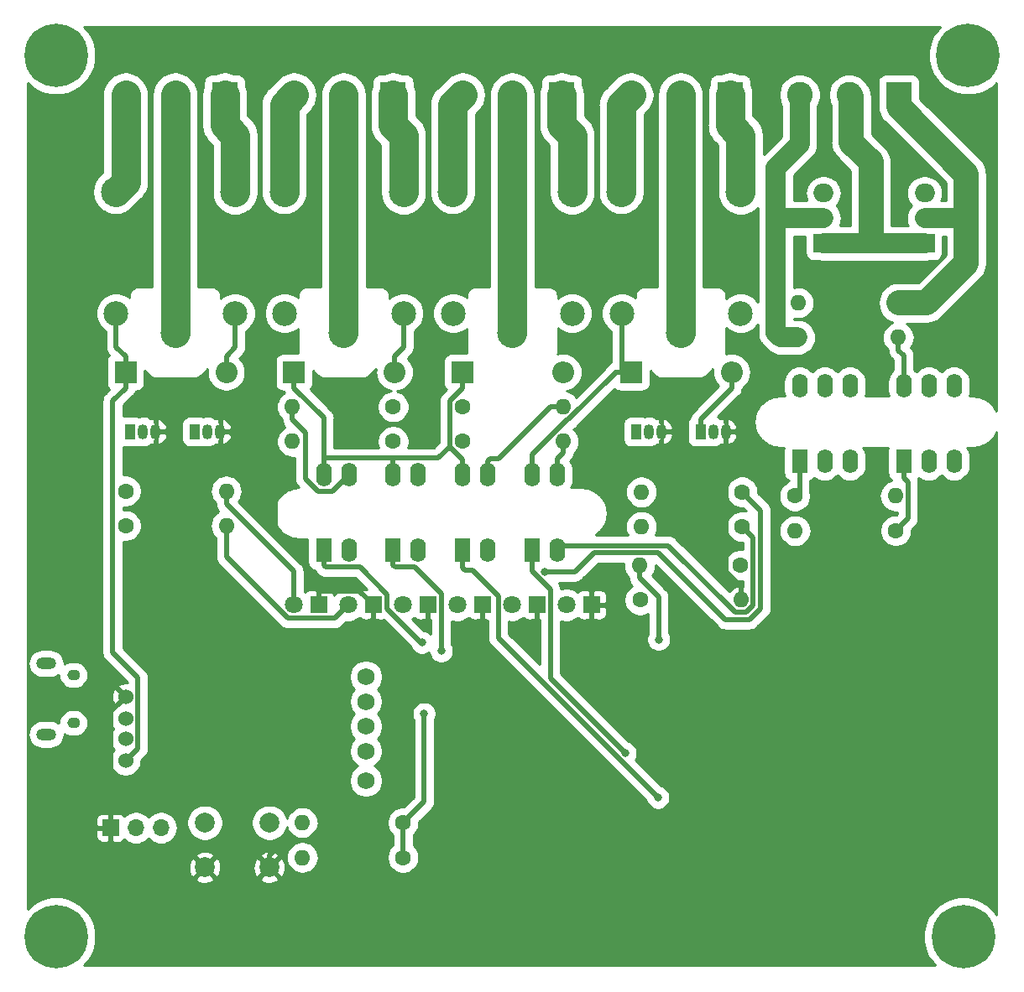
<source format=gbr>
G04 #@! TF.GenerationSoftware,KiCad,Pcbnew,(5.1.4)-1*
G04 #@! TF.CreationDate,2021-08-09T13:21:01-03:00*
G04 #@! TF.ProjectId,Plc_Esp12,506c635f-4573-4703-9132-2e6b69636164,rev?*
G04 #@! TF.SameCoordinates,Original*
G04 #@! TF.FileFunction,Copper,L2,Bot*
G04 #@! TF.FilePolarity,Positive*
%FSLAX46Y46*%
G04 Gerber Fmt 4.6, Leading zero omitted, Abs format (unit mm)*
G04 Created by KiCad (PCBNEW (5.1.4)-1) date 2021-08-09 13:21:01*
%MOMM*%
%LPD*%
G04 APERTURE LIST*
%ADD10C,6.400000*%
%ADD11O,1.600000X2.400000*%
%ADD12R,1.600000X2.400000*%
%ADD13C,1.750000*%
%ADD14C,1.524000*%
%ADD15C,2.000000*%
%ADD16O,1.600000X1.600000*%
%ADD17C,1.600000*%
%ADD18R,1.050000X1.500000*%
%ADD19O,1.050000X1.500000*%
%ADD20O,2.000000X1.905000*%
%ADD21R,2.000000X1.905000*%
%ADD22C,3.000000*%
%ADD23C,2.500000*%
%ADD24O,1.700000X1.700000*%
%ADD25R,1.700000X1.700000*%
%ADD26C,2.600000*%
%ADD27R,2.600000X2.600000*%
%ADD28O,1.300000X1.100000*%
%ADD29O,2.000000X1.200000*%
%ADD30O,2.200000X2.200000*%
%ADD31R,2.200000X2.200000*%
%ADD32C,1.800000*%
%ADD33R,1.800000X1.800000*%
%ADD34C,0.800000*%
%ADD35C,0.500000*%
%ADD36C,3.000000*%
%ADD37C,2.000000*%
%ADD38C,2.500000*%
%ADD39C,0.254000*%
G04 APERTURE END LIST*
D10*
X185500000Y-143000000D03*
X94000000Y-143000000D03*
X94000000Y-54000000D03*
X186000000Y-54000000D03*
D11*
X128000000Y-96380000D03*
X130540000Y-104000000D03*
X130540000Y-96380000D03*
D12*
X128000000Y-104000000D03*
D11*
X121000000Y-96380000D03*
X123540000Y-104000000D03*
X123540000Y-96380000D03*
D12*
X121000000Y-104000000D03*
D11*
X142000000Y-96380000D03*
X144540000Y-104000000D03*
X144540000Y-96380000D03*
D12*
X142000000Y-104000000D03*
D11*
X135000000Y-96380000D03*
X137540000Y-104000000D03*
X137540000Y-96380000D03*
D12*
X135000000Y-104000000D03*
D11*
X179500000Y-87380000D03*
X184580000Y-95000000D03*
X182040000Y-87380000D03*
X182040000Y-95000000D03*
X184580000Y-87380000D03*
D12*
X179500000Y-95000000D03*
D11*
X169000000Y-87380000D03*
X174080000Y-95000000D03*
X171540000Y-87380000D03*
X171540000Y-95000000D03*
X174080000Y-87380000D03*
D12*
X169000000Y-95000000D03*
D13*
X125250000Y-127250000D03*
X125250000Y-124250000D03*
X125250000Y-121750000D03*
X125250000Y-116750000D03*
X125250000Y-119250000D03*
D14*
X101000000Y-125250000D03*
X101000000Y-123000000D03*
X101000000Y-121000000D03*
X101000000Y-118750000D03*
D15*
X115500000Y-131500000D03*
X115500000Y-136000000D03*
X109000000Y-131500000D03*
X109000000Y-136000000D03*
D16*
X145160000Y-93000000D03*
D17*
X135000000Y-93000000D03*
D16*
X145160000Y-89500000D03*
D17*
X135000000Y-89500000D03*
D16*
X153040000Y-101600000D03*
D17*
X163200000Y-101600000D03*
D16*
X153040000Y-98100000D03*
D17*
X163200000Y-98100000D03*
D16*
X178960000Y-82500000D03*
D17*
X168800000Y-82500000D03*
D16*
X168840000Y-79000000D03*
D17*
X179000000Y-79000000D03*
D16*
X117840000Y-93000000D03*
D17*
X128000000Y-93000000D03*
D16*
X117840000Y-89500000D03*
D17*
X128000000Y-89500000D03*
D16*
X111160000Y-101500000D03*
D17*
X101000000Y-101500000D03*
D16*
X111160000Y-98000000D03*
D17*
X101000000Y-98000000D03*
D16*
X168540000Y-102000000D03*
D17*
X178700000Y-102000000D03*
D16*
X178660000Y-98500000D03*
D17*
X168500000Y-98500000D03*
D16*
X163060000Y-109000000D03*
D17*
X152900000Y-109000000D03*
D16*
X152840000Y-105500000D03*
D17*
X163000000Y-105500000D03*
D16*
X118840000Y-135000000D03*
D17*
X129000000Y-135000000D03*
X129000000Y-131500000D03*
D16*
X118840000Y-131500000D03*
D18*
X159000000Y-92000000D03*
D19*
X161540000Y-92000000D03*
X160270000Y-92000000D03*
D18*
X152500000Y-92000000D03*
D19*
X155040000Y-92000000D03*
X153770000Y-92000000D03*
D18*
X108000000Y-92000000D03*
D19*
X110540000Y-92000000D03*
X109270000Y-92000000D03*
D18*
X101500000Y-92000000D03*
D19*
X104040000Y-92000000D03*
X102770000Y-92000000D03*
D20*
X171400000Y-67920000D03*
X171400000Y-70460000D03*
D21*
X171400000Y-73000000D03*
D20*
X181600000Y-67920000D03*
X181600000Y-70460000D03*
D21*
X181600000Y-73000000D03*
D22*
X140000000Y-82000000D03*
D23*
X134050000Y-80050000D03*
D22*
X134000000Y-67800000D03*
X146050000Y-67850000D03*
D23*
X146050000Y-80050000D03*
D22*
X157000000Y-82000000D03*
D23*
X151050000Y-80050000D03*
D22*
X151000000Y-67800000D03*
X163050000Y-67850000D03*
D23*
X163050000Y-80050000D03*
D22*
X123000000Y-82000000D03*
D23*
X117050000Y-80050000D03*
D22*
X117000000Y-67800000D03*
X129050000Y-67850000D03*
D23*
X129050000Y-80050000D03*
D22*
X106000000Y-82000000D03*
D23*
X100050000Y-80050000D03*
D22*
X100000000Y-67800000D03*
X112050000Y-67850000D03*
D23*
X112050000Y-80050000D03*
D24*
X104580000Y-132000000D03*
X102040000Y-132000000D03*
D25*
X99500000Y-132000000D03*
D26*
X135000000Y-58000000D03*
X140000000Y-58000000D03*
D27*
X145000000Y-58000000D03*
D26*
X152000000Y-58000000D03*
X157000000Y-58000000D03*
D27*
X162000000Y-58000000D03*
D26*
X169000000Y-58000000D03*
X174000000Y-58000000D03*
D27*
X179000000Y-58000000D03*
D26*
X118000000Y-58000000D03*
X123000000Y-58000000D03*
D27*
X128000000Y-58000000D03*
D26*
X101000000Y-58000000D03*
X106000000Y-58000000D03*
D27*
X111000000Y-58000000D03*
D28*
X95750000Y-121425000D03*
X95750000Y-116575000D03*
D29*
X93000000Y-122575000D03*
X93000000Y-115425000D03*
D30*
X162160000Y-86000000D03*
D31*
X152000000Y-86000000D03*
D30*
X145160000Y-86000000D03*
D31*
X135000000Y-86000000D03*
D32*
X134460000Y-109500000D03*
D33*
X137000000Y-109500000D03*
D32*
X128960000Y-109500000D03*
D33*
X131500000Y-109500000D03*
D30*
X128160000Y-86000000D03*
D31*
X118000000Y-86000000D03*
D30*
X111160000Y-86000000D03*
D31*
X101000000Y-86000000D03*
D32*
X145460000Y-109500000D03*
D33*
X148000000Y-109500000D03*
D32*
X139960000Y-109500000D03*
D33*
X142500000Y-109500000D03*
D32*
X123460000Y-109500000D03*
D33*
X126000000Y-109500000D03*
D32*
X117960000Y-109500000D03*
D33*
X120500000Y-109500000D03*
D34*
X99046300Y-120300400D03*
X131121500Y-120498800D03*
X154777300Y-112985000D03*
X143296500Y-106152100D03*
X132850400Y-114150000D03*
X130895100Y-113282500D03*
X151411800Y-124443700D03*
X154708200Y-128955000D03*
D35*
X111160000Y-98000000D02*
X111160000Y-99300000D01*
X117960000Y-109500000D02*
X117960000Y-106100000D01*
X117960000Y-106100000D02*
X111160000Y-99300000D01*
X120500000Y-108091900D02*
X120500000Y-109500000D01*
X111565000Y-92000000D02*
X116095400Y-96530400D01*
X116095400Y-96530400D02*
X116095400Y-102435400D01*
X116095400Y-102435400D02*
X120500000Y-106840000D01*
X120500000Y-106840000D02*
X120500000Y-108091900D01*
X120500000Y-108091900D02*
X124591900Y-108091900D01*
X124591900Y-108091900D02*
X126000000Y-109500000D01*
X99500000Y-120300400D02*
X99046300Y-120300400D01*
X99500000Y-120300400D02*
X99500000Y-120250000D01*
X99500000Y-120250000D02*
X101000000Y-118750000D01*
X99500000Y-130650000D02*
X99500000Y-120300400D01*
X163060000Y-109000000D02*
X163060000Y-107700000D01*
X161540000Y-92000000D02*
X161540000Y-106180000D01*
X161540000Y-106180000D02*
X163060000Y-107700000D01*
X110540000Y-92000000D02*
X111565000Y-92000000D01*
X99500000Y-132000000D02*
X99500000Y-130650000D01*
X115500000Y-134750000D02*
X115500000Y-136000000D01*
X126000000Y-110900000D02*
X123000000Y-113900000D01*
X126000000Y-109500000D02*
X126000000Y-110900000D01*
X123000000Y-113900000D02*
X123000000Y-129750000D01*
X123000000Y-129750000D02*
X119500000Y-133250000D01*
X119500000Y-133250000D02*
X117000000Y-133250000D01*
X117000000Y-133250000D02*
X115500000Y-134750000D01*
X123460000Y-109500000D02*
X122098800Y-110861200D01*
X122098800Y-110861200D02*
X117348300Y-110861200D01*
X117348300Y-110861200D02*
X111160000Y-104672900D01*
X111160000Y-104672900D02*
X111160000Y-101500000D01*
X111160000Y-86000000D02*
X111160000Y-84400000D01*
X111160000Y-84400000D02*
X112050000Y-83510000D01*
X112050000Y-83510000D02*
X112050000Y-80050000D01*
X121000000Y-94680000D02*
X121000000Y-96380000D01*
X118000000Y-87600000D02*
X121000000Y-90600000D01*
X121000000Y-90600000D02*
X121000000Y-94680000D01*
X121000000Y-94680000D02*
X128000000Y-94680000D01*
X135000000Y-87600000D02*
X133683700Y-88916300D01*
X133683700Y-88916300D02*
X133683700Y-93528400D01*
X133683700Y-93528400D02*
X132532100Y-94680000D01*
X132532100Y-94680000D02*
X128000000Y-94680000D01*
X128000000Y-96380000D02*
X128000000Y-94680000D01*
X118000000Y-86000000D02*
X118000000Y-87600000D01*
X135000000Y-86000000D02*
X135000000Y-87600000D01*
X151200000Y-86000000D02*
X151050000Y-85850000D01*
X151050000Y-85850000D02*
X151050000Y-80050000D01*
X151200000Y-86000000D02*
X150400000Y-86000000D01*
X152000000Y-86000000D02*
X151200000Y-86000000D01*
X142000000Y-96380000D02*
X142000000Y-94340400D01*
X142000000Y-94340400D02*
X145540800Y-90799600D01*
X145540800Y-90799600D02*
X145700400Y-90799600D01*
X145700400Y-90799600D02*
X150400000Y-86100000D01*
X150400000Y-86100000D02*
X150400000Y-86000000D01*
X101000000Y-125250000D02*
X102249600Y-124000400D01*
X102249600Y-124000400D02*
X102249600Y-116874600D01*
X102249600Y-116874600D02*
X99691300Y-114316300D01*
X99691300Y-114316300D02*
X99691300Y-88908700D01*
X99691300Y-88908700D02*
X101000000Y-87600000D01*
X101000000Y-86000000D02*
X101000000Y-87600000D01*
X101000000Y-86000000D02*
X101000000Y-84400000D01*
X101000000Y-84400000D02*
X100050000Y-83450000D01*
X100050000Y-83450000D02*
X100050000Y-80050000D01*
X135000000Y-94844700D02*
X135000000Y-96380000D01*
X133683700Y-93528400D02*
X135000000Y-94844700D01*
X128160000Y-86000000D02*
X128160000Y-84400000D01*
X128160000Y-84400000D02*
X129050000Y-83510000D01*
X129050000Y-83510000D02*
X129050000Y-80050000D01*
X159000000Y-92000000D02*
X159000000Y-90750000D01*
X162160000Y-86000000D02*
X162160000Y-87600000D01*
X162160000Y-87600000D02*
X159010000Y-90750000D01*
X159010000Y-90750000D02*
X159000000Y-90750000D01*
D36*
X101000000Y-58000000D02*
X101000000Y-66800000D01*
X101000000Y-66800000D02*
X100000000Y-67800000D01*
X106000000Y-58000000D02*
X106000000Y-82000000D01*
X111000000Y-58000000D02*
X111000000Y-61050300D01*
X111000000Y-61050300D02*
X112050000Y-62100300D01*
X112050000Y-62100300D02*
X112050000Y-67850000D01*
X118000000Y-58000000D02*
X117000000Y-59000000D01*
X117000000Y-59000000D02*
X117000000Y-67800000D01*
X123000000Y-58000000D02*
X123000000Y-82000000D01*
X128000000Y-58000000D02*
X128000000Y-61050300D01*
X128000000Y-61050300D02*
X129050000Y-62100300D01*
X129050000Y-62100300D02*
X129050000Y-67850000D01*
D37*
X169000000Y-58000000D02*
X169000000Y-63000000D01*
X169000000Y-63000000D02*
X166600000Y-65400000D01*
X167100000Y-82500000D02*
X168800000Y-82500000D01*
X166600000Y-82000000D02*
X167100000Y-82500000D01*
X166740000Y-70460000D02*
X166600000Y-70600000D01*
X171400000Y-70460000D02*
X166740000Y-70460000D01*
X166600000Y-65400000D02*
X166600000Y-70600000D01*
X166600000Y-70600000D02*
X166600000Y-82000000D01*
X178600000Y-73000000D02*
X181600000Y-73000000D01*
X171400000Y-73000000D02*
X178600000Y-73000000D01*
D38*
X176200000Y-64800000D02*
X176200000Y-72600000D01*
X174200000Y-62800000D02*
X176200000Y-64800000D01*
X174000000Y-58000000D02*
X174200000Y-58200000D01*
X174200000Y-58200000D02*
X174200000Y-62800000D01*
D37*
X185140000Y-70460000D02*
X185800000Y-69800000D01*
X181600000Y-70460000D02*
X185140000Y-70460000D01*
D38*
X185800000Y-75000000D02*
X185800000Y-69800000D01*
X179000000Y-79000000D02*
X181800000Y-79000000D01*
X181800000Y-79000000D02*
X185800000Y-75000000D01*
X179000000Y-59200000D02*
X179000000Y-58000000D01*
X185800000Y-69800000D02*
X185800000Y-66000000D01*
X185800000Y-66000000D02*
X179000000Y-59200000D01*
D36*
X152000000Y-58000000D02*
X151000000Y-59000000D01*
X151000000Y-59000000D02*
X151000000Y-67800000D01*
X157000000Y-58000000D02*
X157000000Y-82000000D01*
X162000000Y-58000000D02*
X162000000Y-61050300D01*
X162000000Y-61050300D02*
X163050000Y-62100300D01*
X163050000Y-62100300D02*
X163050000Y-67850000D01*
X135000000Y-58000000D02*
X134000000Y-59000000D01*
X134000000Y-59000000D02*
X134000000Y-67800000D01*
X140000000Y-58000000D02*
X140000000Y-82000000D01*
X145000000Y-58000000D02*
X145000000Y-61050300D01*
X145000000Y-61050300D02*
X146050000Y-62100300D01*
X146050000Y-62100300D02*
X146050000Y-67850000D01*
D35*
X129000000Y-131500000D02*
X131121500Y-129378500D01*
X131121500Y-129378500D02*
X131121500Y-120498800D01*
X129000000Y-131500000D02*
X129000000Y-135000000D01*
X152840000Y-106800000D02*
X154777300Y-108737300D01*
X154777300Y-108737300D02*
X154777300Y-112985000D01*
X152840000Y-105500000D02*
X152840000Y-106800000D01*
X168500000Y-98500000D02*
X169000000Y-98000000D01*
X169000000Y-98000000D02*
X169000000Y-95000000D01*
X179500000Y-95000000D02*
X179500000Y-96700000D01*
X178700000Y-102000000D02*
X179923100Y-100776900D01*
X179923100Y-100776900D02*
X179923100Y-97123100D01*
X179923100Y-97123100D02*
X179500000Y-96700000D01*
X117840000Y-89500000D02*
X117840000Y-90800000D01*
X117840000Y-90800000D02*
X119140000Y-92100000D01*
X119140000Y-92100000D02*
X119140000Y-96761700D01*
X119140000Y-96761700D02*
X120427900Y-98049600D01*
X120427900Y-98049600D02*
X121870400Y-98049600D01*
X121870400Y-98049600D02*
X123540000Y-96380000D01*
X178960000Y-82500000D02*
X178960000Y-83800000D01*
X178960000Y-83800000D02*
X179500000Y-84340000D01*
X179500000Y-84340000D02*
X179500000Y-87380000D01*
X163200000Y-98100000D02*
X165063000Y-99963000D01*
X165063000Y-99963000D02*
X165063000Y-109866000D01*
X165063000Y-109866000D02*
X163943800Y-110985200D01*
X163943800Y-110985200D02*
X161510800Y-110985200D01*
X161510800Y-110985200D02*
X154729100Y-104203500D01*
X154729100Y-104203500D02*
X148289800Y-104203500D01*
X148289800Y-104203500D02*
X146341200Y-106152100D01*
X146341200Y-106152100D02*
X143296500Y-106152100D01*
X163200000Y-101600000D02*
X164326200Y-102726200D01*
X164326200Y-102726200D02*
X164326200Y-109584100D01*
X164326200Y-109584100D02*
X163636900Y-110273400D01*
X163636900Y-110273400D02*
X162506000Y-110273400D01*
X162506000Y-110273400D02*
X155735700Y-103503100D01*
X155735700Y-103503100D02*
X145036900Y-103503100D01*
X145036900Y-103503100D02*
X144540000Y-104000000D01*
X143860000Y-89500000D02*
X145160000Y-89500000D01*
X138610000Y-94750000D02*
X143860000Y-89500000D01*
X137750000Y-94750000D02*
X138610000Y-94750000D01*
X137540000Y-96380000D02*
X137540000Y-94960000D01*
X137540000Y-94960000D02*
X137750000Y-94750000D01*
X144540000Y-94750000D02*
X144540000Y-96380000D01*
X145160000Y-93000000D02*
X145160000Y-94130000D01*
X145160000Y-94130000D02*
X144540000Y-94750000D01*
X132850400Y-108362600D02*
X132850400Y-114150000D01*
X130187800Y-105700000D02*
X132850400Y-108362600D01*
X128250000Y-105700000D02*
X130187800Y-105700000D01*
X128000000Y-104000000D02*
X128000000Y-105450000D01*
X128000000Y-105450000D02*
X128250000Y-105700000D01*
X130770000Y-113282400D02*
X130895100Y-113282400D01*
X121000000Y-104000000D02*
X121000000Y-105500000D01*
X121200000Y-105700000D02*
X124637100Y-105700000D01*
X130895100Y-113282400D02*
X130895100Y-113282500D01*
X124637100Y-105700000D02*
X127350400Y-108413300D01*
X127350400Y-108413300D02*
X127350400Y-109862800D01*
X121000000Y-105500000D02*
X121200000Y-105700000D01*
X127350400Y-109862800D02*
X130770000Y-113282400D01*
X142000000Y-105700000D02*
X142000000Y-106058100D01*
X142000000Y-106058100D02*
X143850400Y-107908500D01*
X143850400Y-107908500D02*
X143850400Y-116882300D01*
X143850400Y-116882300D02*
X151411800Y-124443700D01*
X142000000Y-104000000D02*
X142000000Y-105700000D01*
X138595700Y-112842500D02*
X154708200Y-128955000D01*
X138595700Y-108616400D02*
X138595700Y-112842500D01*
X135979300Y-106000000D02*
X138595700Y-108616400D01*
X135250000Y-106000000D02*
X135979300Y-106000000D01*
X135000000Y-104000000D02*
X135000000Y-105750000D01*
X135000000Y-105750000D02*
X135250000Y-106000000D01*
D39*
G36*
X182872025Y-51432937D02*
G01*
X182431319Y-52092500D01*
X182127755Y-52825367D01*
X181973000Y-53603375D01*
X181973000Y-54396625D01*
X182127755Y-55174633D01*
X182431319Y-55907500D01*
X182872025Y-56567063D01*
X183432937Y-57127975D01*
X184092500Y-57568681D01*
X184825367Y-57872245D01*
X185603375Y-58027000D01*
X186396625Y-58027000D01*
X187174633Y-57872245D01*
X187907500Y-57568681D01*
X188567063Y-57127975D01*
X188873000Y-56822038D01*
X188873000Y-89938735D01*
X188868307Y-89927120D01*
X188862722Y-89916617D01*
X188862722Y-89916616D01*
X188862719Y-89916612D01*
X188700277Y-89616180D01*
X188657086Y-89552147D01*
X188614812Y-89487545D01*
X188607293Y-89478326D01*
X188389587Y-89215165D01*
X188334806Y-89160766D01*
X188280764Y-89105580D01*
X188271598Y-89097997D01*
X188006923Y-88882134D01*
X187942588Y-88839390D01*
X187878890Y-88795775D01*
X187868426Y-88790117D01*
X187566864Y-88629773D01*
X187495432Y-88600331D01*
X187424492Y-88569926D01*
X187413132Y-88566409D01*
X187413126Y-88566407D01*
X187086165Y-88467692D01*
X187010415Y-88452693D01*
X186934881Y-88436638D01*
X186923051Y-88435394D01*
X186923049Y-88435394D01*
X186583139Y-88402066D01*
X186583135Y-88402066D01*
X186541852Y-88398000D01*
X186092742Y-88398000D01*
X186183458Y-88098948D01*
X186207000Y-87859924D01*
X186207000Y-86900075D01*
X186183458Y-86661052D01*
X186090425Y-86354362D01*
X185939346Y-86071714D01*
X185736029Y-85823971D01*
X185488285Y-85620654D01*
X185205637Y-85469575D01*
X184898947Y-85376542D01*
X184580000Y-85345128D01*
X184261052Y-85376542D01*
X183954362Y-85469575D01*
X183671714Y-85620654D01*
X183423971Y-85823971D01*
X183310000Y-85962846D01*
X183196029Y-85823971D01*
X182948285Y-85620654D01*
X182665637Y-85469575D01*
X182358947Y-85376542D01*
X182040000Y-85345128D01*
X181721052Y-85376542D01*
X181414362Y-85469575D01*
X181131714Y-85620654D01*
X180883971Y-85823971D01*
X180770000Y-85962846D01*
X180656029Y-85823971D01*
X180577000Y-85759114D01*
X180577000Y-84392906D01*
X180582211Y-84339999D01*
X180569588Y-84211839D01*
X180561417Y-84128871D01*
X180499833Y-83925856D01*
X180399826Y-83738756D01*
X180265239Y-83574761D01*
X180224134Y-83541027D01*
X180216595Y-83533488D01*
X180319346Y-83408286D01*
X180470425Y-83125638D01*
X180563458Y-82818948D01*
X180594872Y-82500000D01*
X180563458Y-82181052D01*
X180470425Y-81874362D01*
X180319346Y-81591714D01*
X180116029Y-81343971D01*
X179868286Y-81140654D01*
X179749198Y-81077000D01*
X181697973Y-81077000D01*
X181800000Y-81087049D01*
X181902027Y-81077000D01*
X181902029Y-81077000D01*
X182207163Y-81046947D01*
X182598679Y-80928182D01*
X182959502Y-80735318D01*
X183275767Y-80475767D01*
X183340812Y-80396509D01*
X187196514Y-76540808D01*
X187275767Y-76475767D01*
X187535318Y-76159502D01*
X187728182Y-75798679D01*
X187846947Y-75407163D01*
X187877000Y-75102029D01*
X187877000Y-75102028D01*
X187887049Y-75000001D01*
X187877000Y-74897974D01*
X187877000Y-66102026D01*
X187887049Y-65999999D01*
X187863229Y-65758154D01*
X187846947Y-65592837D01*
X187728182Y-65201321D01*
X187535318Y-64840498D01*
X187275767Y-64524233D01*
X187196514Y-64459192D01*
X181131001Y-58393680D01*
X181131001Y-56700000D01*
X181115034Y-56537880D01*
X181067745Y-56381990D01*
X180990952Y-56238321D01*
X180887606Y-56112394D01*
X180761679Y-56009048D01*
X180618010Y-55932255D01*
X180462120Y-55884966D01*
X180300000Y-55868999D01*
X177700000Y-55868999D01*
X177537880Y-55884966D01*
X177381990Y-55932255D01*
X177238321Y-56009048D01*
X177112394Y-56112394D01*
X177009048Y-56238321D01*
X176932255Y-56381990D01*
X176884966Y-56537880D01*
X176868999Y-56700000D01*
X176868999Y-59300000D01*
X176884966Y-59462120D01*
X176932255Y-59618010D01*
X176987954Y-59722215D01*
X177071818Y-59998678D01*
X177264682Y-60359502D01*
X177524233Y-60675767D01*
X177603492Y-60740813D01*
X183723001Y-66860323D01*
X183723000Y-68633000D01*
X183284147Y-68633000D01*
X183299498Y-68604280D01*
X183401252Y-68268843D01*
X183435610Y-67920000D01*
X183401252Y-67571157D01*
X183299498Y-67235720D01*
X183134259Y-66926579D01*
X182911885Y-66655615D01*
X182640921Y-66433241D01*
X182331780Y-66268002D01*
X181996343Y-66166248D01*
X181734919Y-66140500D01*
X181465081Y-66140500D01*
X181203657Y-66166248D01*
X180868220Y-66268002D01*
X180559079Y-66433241D01*
X180288115Y-66655615D01*
X180065741Y-66926579D01*
X179900502Y-67235720D01*
X179798748Y-67571157D01*
X179764390Y-67920000D01*
X179798748Y-68268843D01*
X179900502Y-68604280D01*
X180065741Y-68913421D01*
X180285749Y-69181502D01*
X180073555Y-69440062D01*
X179903905Y-69757454D01*
X179799435Y-70101845D01*
X179764160Y-70460000D01*
X179799435Y-70818155D01*
X179903905Y-71162546D01*
X179909493Y-71173000D01*
X178277000Y-71173000D01*
X178277000Y-64902026D01*
X178287049Y-64799999D01*
X178259888Y-64524233D01*
X178246947Y-64392837D01*
X178128182Y-64001321D01*
X177935318Y-63640498D01*
X177675767Y-63324233D01*
X177596514Y-63259192D01*
X176277000Y-61939679D01*
X176277000Y-58302029D01*
X176287049Y-58200000D01*
X176246947Y-57792837D01*
X176128182Y-57401321D01*
X175935318Y-57040498D01*
X175885720Y-56980063D01*
X175836751Y-56920393D01*
X175652149Y-56644116D01*
X175355884Y-56347851D01*
X175007512Y-56115077D01*
X174620423Y-55954739D01*
X174209491Y-55873000D01*
X173790509Y-55873000D01*
X173379577Y-55954739D01*
X172992488Y-56115077D01*
X172644116Y-56347851D01*
X172347851Y-56644116D01*
X172115077Y-56992488D01*
X171954739Y-57379577D01*
X171873000Y-57790509D01*
X171873000Y-58209491D01*
X171954739Y-58620423D01*
X172115077Y-59007512D01*
X172123000Y-59019370D01*
X172123001Y-62697963D01*
X172112951Y-62800000D01*
X172132650Y-63000000D01*
X172153054Y-63207163D01*
X172271819Y-63598679D01*
X172464683Y-63959502D01*
X172724234Y-64275767D01*
X172803487Y-64340808D01*
X174123000Y-65660322D01*
X174123001Y-71173000D01*
X173090507Y-71173000D01*
X173096095Y-71162546D01*
X173200565Y-70818155D01*
X173235840Y-70460000D01*
X173200565Y-70101845D01*
X173096095Y-69757454D01*
X172926445Y-69440062D01*
X172714251Y-69181502D01*
X172934259Y-68913421D01*
X173099498Y-68604280D01*
X173201252Y-68268843D01*
X173235610Y-67920000D01*
X173201252Y-67571157D01*
X173099498Y-67235720D01*
X172934259Y-66926579D01*
X172711885Y-66655615D01*
X172440921Y-66433241D01*
X172131780Y-66268002D01*
X171796343Y-66166248D01*
X171534919Y-66140500D01*
X171265081Y-66140500D01*
X171003657Y-66166248D01*
X170668220Y-66268002D01*
X170359079Y-66433241D01*
X170088115Y-66655615D01*
X169865741Y-66926579D01*
X169700502Y-67235720D01*
X169598748Y-67571157D01*
X169564390Y-67920000D01*
X169598748Y-68268843D01*
X169700502Y-68604280D01*
X169715853Y-68633000D01*
X168427000Y-68633000D01*
X168427000Y-66156767D01*
X170228417Y-64355351D01*
X170298135Y-64298135D01*
X170526445Y-64019938D01*
X170696095Y-63702546D01*
X170800565Y-63358155D01*
X170827000Y-63089755D01*
X170835840Y-63000000D01*
X170827000Y-62910246D01*
X170827000Y-59094200D01*
X170884923Y-59007512D01*
X171045261Y-58620423D01*
X171127000Y-58209491D01*
X171127000Y-57790509D01*
X171045261Y-57379577D01*
X170884923Y-56992488D01*
X170652149Y-56644116D01*
X170355884Y-56347851D01*
X170007512Y-56115077D01*
X169620423Y-55954739D01*
X169209491Y-55873000D01*
X168790509Y-55873000D01*
X168379577Y-55954739D01*
X167992488Y-56115077D01*
X167644116Y-56347851D01*
X167347851Y-56644116D01*
X167115077Y-56992488D01*
X166954739Y-57379577D01*
X166873000Y-57790509D01*
X166873000Y-58209491D01*
X166954739Y-58620423D01*
X167115077Y-59007512D01*
X167173000Y-59094201D01*
X167173001Y-62243231D01*
X165377000Y-64039233D01*
X165377000Y-62214611D01*
X165388259Y-62100299D01*
X165377000Y-61985985D01*
X165343330Y-61644128D01*
X165210270Y-61205487D01*
X164994191Y-60801233D01*
X164703399Y-60446901D01*
X164614600Y-60374026D01*
X164327000Y-60086426D01*
X164327000Y-57885685D01*
X164293330Y-57543828D01*
X164160270Y-57105187D01*
X164131001Y-57050429D01*
X164131001Y-56700000D01*
X164115034Y-56537880D01*
X164067745Y-56381990D01*
X163990952Y-56238321D01*
X163887606Y-56112394D01*
X163761679Y-56009048D01*
X163618010Y-55932255D01*
X163462120Y-55884966D01*
X163300000Y-55868999D01*
X162949570Y-55868999D01*
X162894812Y-55839730D01*
X162456171Y-55706670D01*
X162000000Y-55661741D01*
X161543828Y-55706670D01*
X161105187Y-55839730D01*
X161050429Y-55868999D01*
X160700000Y-55868999D01*
X160537880Y-55884966D01*
X160381990Y-55932255D01*
X160238321Y-56009048D01*
X160112394Y-56112394D01*
X160009048Y-56238321D01*
X159932255Y-56381990D01*
X159884966Y-56537880D01*
X159868999Y-56700000D01*
X159868999Y-57050430D01*
X159839730Y-57105188D01*
X159706670Y-57543829D01*
X159673000Y-57885686D01*
X159673000Y-60935988D01*
X159661741Y-61050300D01*
X159673000Y-61164612D01*
X159673000Y-61164615D01*
X159706670Y-61506472D01*
X159839731Y-61945113D01*
X160055810Y-62349367D01*
X160346602Y-62703699D01*
X160435397Y-62776571D01*
X160723000Y-63064174D01*
X160723001Y-67620806D01*
X160723000Y-67620811D01*
X160723000Y-68079189D01*
X160745413Y-68191864D01*
X160756671Y-68306172D01*
X160790014Y-68416090D01*
X160812426Y-68528761D01*
X160856387Y-68634892D01*
X160889731Y-68744813D01*
X160943878Y-68846115D01*
X160987840Y-68952248D01*
X161051665Y-69047769D01*
X161105810Y-69149067D01*
X161178675Y-69237854D01*
X161242501Y-69333376D01*
X161323735Y-69414610D01*
X161396602Y-69503399D01*
X161485391Y-69576266D01*
X161566624Y-69657499D01*
X161662145Y-69721324D01*
X161750934Y-69794191D01*
X161852235Y-69848338D01*
X161947752Y-69912160D01*
X162053881Y-69956120D01*
X162155188Y-70010270D01*
X162265114Y-70043616D01*
X162371239Y-70087574D01*
X162483903Y-70109984D01*
X162593829Y-70143330D01*
X162708145Y-70154589D01*
X162820811Y-70177000D01*
X162935686Y-70177000D01*
X163050000Y-70188259D01*
X163164315Y-70177000D01*
X163279189Y-70177000D01*
X163391855Y-70154589D01*
X163506172Y-70143330D01*
X163616100Y-70109984D01*
X163728761Y-70087574D01*
X163834883Y-70043617D01*
X163944813Y-70010270D01*
X164046124Y-69956118D01*
X164152248Y-69912160D01*
X164247761Y-69848340D01*
X164349067Y-69794191D01*
X164437860Y-69721320D01*
X164533376Y-69657499D01*
X164614604Y-69576271D01*
X164703399Y-69503399D01*
X164773001Y-69418589D01*
X164773001Y-70510236D01*
X164773000Y-70510245D01*
X164764160Y-70600000D01*
X164773000Y-70689752D01*
X164773001Y-78890151D01*
X164663311Y-78725989D01*
X164374011Y-78436689D01*
X164033829Y-78209386D01*
X163655839Y-78052818D01*
X163254567Y-77973000D01*
X162845433Y-77973000D01*
X162444161Y-78052818D01*
X162066171Y-78209386D01*
X161725989Y-78436689D01*
X161602000Y-78560678D01*
X161602000Y-78291852D01*
X161606122Y-78250000D01*
X161589672Y-78082979D01*
X161540954Y-77922376D01*
X161461839Y-77774364D01*
X161355370Y-77644630D01*
X161225636Y-77538161D01*
X161077624Y-77459046D01*
X160917021Y-77410328D01*
X160791852Y-77398000D01*
X160750000Y-77393878D01*
X160708149Y-77398000D01*
X159327000Y-77398000D01*
X159327000Y-57885685D01*
X159293330Y-57543828D01*
X159160270Y-57105187D01*
X158944191Y-56700933D01*
X158653399Y-56346601D01*
X158299066Y-56055809D01*
X157894812Y-55839730D01*
X157456171Y-55706670D01*
X157000000Y-55661741D01*
X156543828Y-55706670D01*
X156105187Y-55839730D01*
X155700933Y-56055809D01*
X155346601Y-56346601D01*
X155055809Y-56700934D01*
X154839730Y-57105188D01*
X154706670Y-57543829D01*
X154673000Y-57885686D01*
X154673001Y-77398000D01*
X153291851Y-77398000D01*
X153250000Y-77393878D01*
X153208148Y-77398000D01*
X153082979Y-77410328D01*
X152922376Y-77459046D01*
X152774364Y-77538161D01*
X152644630Y-77644630D01*
X152538161Y-77774364D01*
X152459046Y-77922376D01*
X152410328Y-78082979D01*
X152393878Y-78250000D01*
X152398000Y-78291852D01*
X152398000Y-78460678D01*
X152374011Y-78436689D01*
X152033829Y-78209386D01*
X151655839Y-78052818D01*
X151254567Y-77973000D01*
X150845433Y-77973000D01*
X150444161Y-78052818D01*
X150066171Y-78209386D01*
X149725989Y-78436689D01*
X149436689Y-78725989D01*
X149209386Y-79066171D01*
X149052818Y-79444161D01*
X148973000Y-79845433D01*
X148973000Y-80254567D01*
X149052818Y-80655839D01*
X149209386Y-81033829D01*
X149436689Y-81374011D01*
X149725989Y-81663311D01*
X149973001Y-81828359D01*
X149973000Y-85007039D01*
X149798756Y-85100174D01*
X149634761Y-85234761D01*
X149500174Y-85398756D01*
X149410652Y-85566240D01*
X146458870Y-88518023D01*
X146316029Y-88343971D01*
X146068286Y-88140654D01*
X145785638Y-87989575D01*
X145499771Y-87902858D01*
X145537758Y-87899117D01*
X145900999Y-87788929D01*
X146235763Y-87609994D01*
X146529187Y-87369187D01*
X146769994Y-87075763D01*
X146948929Y-86740999D01*
X147059117Y-86377758D01*
X147096323Y-86000000D01*
X147059117Y-85622242D01*
X146948929Y-85259001D01*
X146769994Y-84924237D01*
X146529187Y-84630813D01*
X146235763Y-84390006D01*
X145900999Y-84211071D01*
X145537758Y-84100883D01*
X145254658Y-84073000D01*
X145065342Y-84073000D01*
X144782242Y-84100883D01*
X144590456Y-84159061D01*
X144602000Y-84041852D01*
X144602000Y-84041849D01*
X144606122Y-84000000D01*
X144602000Y-83958151D01*
X144602000Y-81539322D01*
X144725989Y-81663311D01*
X145066171Y-81890614D01*
X145444161Y-82047182D01*
X145845433Y-82127000D01*
X146254567Y-82127000D01*
X146655839Y-82047182D01*
X147033829Y-81890614D01*
X147374011Y-81663311D01*
X147663311Y-81374011D01*
X147890614Y-81033829D01*
X148047182Y-80655839D01*
X148127000Y-80254567D01*
X148127000Y-79845433D01*
X148047182Y-79444161D01*
X147890614Y-79066171D01*
X147663311Y-78725989D01*
X147374011Y-78436689D01*
X147033829Y-78209386D01*
X146655839Y-78052818D01*
X146254567Y-77973000D01*
X145845433Y-77973000D01*
X145444161Y-78052818D01*
X145066171Y-78209386D01*
X144725989Y-78436689D01*
X144602000Y-78560678D01*
X144602000Y-78291852D01*
X144606122Y-78250000D01*
X144589672Y-78082979D01*
X144540954Y-77922376D01*
X144461839Y-77774364D01*
X144355370Y-77644630D01*
X144225636Y-77538161D01*
X144077624Y-77459046D01*
X143917021Y-77410328D01*
X143791852Y-77398000D01*
X143750000Y-77393878D01*
X143708149Y-77398000D01*
X142327000Y-77398000D01*
X142327000Y-61050300D01*
X142661741Y-61050300D01*
X142673000Y-61164612D01*
X142673000Y-61164615D01*
X142706670Y-61506472D01*
X142839731Y-61945113D01*
X143055810Y-62349367D01*
X143346602Y-62703699D01*
X143435397Y-62776571D01*
X143723000Y-63064174D01*
X143723001Y-67620806D01*
X143723000Y-67620811D01*
X143723000Y-68079189D01*
X143745413Y-68191864D01*
X143756671Y-68306172D01*
X143790014Y-68416090D01*
X143812426Y-68528761D01*
X143856387Y-68634892D01*
X143889731Y-68744813D01*
X143943878Y-68846115D01*
X143987840Y-68952248D01*
X144051665Y-69047769D01*
X144105810Y-69149067D01*
X144178675Y-69237854D01*
X144242501Y-69333376D01*
X144323735Y-69414610D01*
X144396602Y-69503399D01*
X144485391Y-69576266D01*
X144566624Y-69657499D01*
X144662145Y-69721324D01*
X144750934Y-69794191D01*
X144852235Y-69848338D01*
X144947752Y-69912160D01*
X145053881Y-69956120D01*
X145155188Y-70010270D01*
X145265114Y-70043616D01*
X145371239Y-70087574D01*
X145483903Y-70109984D01*
X145593829Y-70143330D01*
X145708145Y-70154589D01*
X145820811Y-70177000D01*
X145935686Y-70177000D01*
X146050000Y-70188259D01*
X146164315Y-70177000D01*
X146279189Y-70177000D01*
X146391855Y-70154589D01*
X146506172Y-70143330D01*
X146616100Y-70109984D01*
X146728761Y-70087574D01*
X146834883Y-70043617D01*
X146944813Y-70010270D01*
X147046124Y-69956118D01*
X147152248Y-69912160D01*
X147247761Y-69848340D01*
X147349067Y-69794191D01*
X147437860Y-69721320D01*
X147533376Y-69657499D01*
X147614604Y-69576271D01*
X147703399Y-69503399D01*
X147776271Y-69414604D01*
X147857499Y-69333376D01*
X147921320Y-69237860D01*
X147994191Y-69149067D01*
X148048340Y-69047761D01*
X148112160Y-68952248D01*
X148156118Y-68846124D01*
X148210270Y-68744813D01*
X148243617Y-68634883D01*
X148287574Y-68528761D01*
X148309984Y-68416100D01*
X148343330Y-68306172D01*
X148354589Y-68191854D01*
X148377000Y-68079189D01*
X148377000Y-62214611D01*
X148388259Y-62100299D01*
X148377000Y-61985985D01*
X148343330Y-61644128D01*
X148210270Y-61205487D01*
X147994191Y-60801233D01*
X147703399Y-60446901D01*
X147614600Y-60374026D01*
X147327000Y-60086426D01*
X147327000Y-59000000D01*
X148661741Y-59000000D01*
X148673000Y-59114312D01*
X148673001Y-67570806D01*
X148673000Y-67570811D01*
X148673000Y-68029189D01*
X148695413Y-68141864D01*
X148706671Y-68256172D01*
X148740014Y-68366090D01*
X148762426Y-68478761D01*
X148806387Y-68584892D01*
X148839731Y-68694813D01*
X148893878Y-68796115D01*
X148937840Y-68902248D01*
X149001665Y-68997769D01*
X149055810Y-69099067D01*
X149128675Y-69187854D01*
X149192501Y-69283376D01*
X149273735Y-69364610D01*
X149346602Y-69453399D01*
X149435391Y-69526266D01*
X149516624Y-69607499D01*
X149612145Y-69671324D01*
X149700934Y-69744191D01*
X149802235Y-69798338D01*
X149897752Y-69862160D01*
X150003881Y-69906120D01*
X150105188Y-69960270D01*
X150215114Y-69993616D01*
X150321239Y-70037574D01*
X150433903Y-70059984D01*
X150543829Y-70093330D01*
X150658145Y-70104589D01*
X150770811Y-70127000D01*
X150885686Y-70127000D01*
X151000000Y-70138259D01*
X151114315Y-70127000D01*
X151229189Y-70127000D01*
X151341855Y-70104589D01*
X151456172Y-70093330D01*
X151566100Y-70059984D01*
X151678761Y-70037574D01*
X151784883Y-69993617D01*
X151894813Y-69960270D01*
X151996124Y-69906118D01*
X152102248Y-69862160D01*
X152197761Y-69798340D01*
X152299067Y-69744191D01*
X152387860Y-69671320D01*
X152483376Y-69607499D01*
X152564605Y-69526270D01*
X152653399Y-69453399D01*
X152726271Y-69364604D01*
X152807499Y-69283376D01*
X152871320Y-69187860D01*
X152944191Y-69099067D01*
X152998340Y-68997761D01*
X153062160Y-68902248D01*
X153106118Y-68796124D01*
X153160270Y-68694813D01*
X153193617Y-68584883D01*
X153237574Y-68478761D01*
X153259984Y-68366100D01*
X153293330Y-68256172D01*
X153304589Y-68141854D01*
X153327000Y-68029189D01*
X153327000Y-59963874D01*
X153726270Y-59564604D01*
X153944191Y-59299066D01*
X154160270Y-58894813D01*
X154293330Y-58456172D01*
X154338259Y-58000000D01*
X154293330Y-57543829D01*
X154160270Y-57105187D01*
X153944191Y-56700933D01*
X153653399Y-56346601D01*
X153299067Y-56055809D01*
X152894813Y-55839730D01*
X152456171Y-55706670D01*
X152000000Y-55661741D01*
X151543828Y-55706670D01*
X151105187Y-55839730D01*
X150700934Y-56055809D01*
X150435396Y-56273730D01*
X149435401Y-57273725D01*
X149346601Y-57346601D01*
X149055809Y-57700934D01*
X148839730Y-58105188D01*
X148706670Y-58543829D01*
X148673000Y-58885685D01*
X148661741Y-59000000D01*
X147327000Y-59000000D01*
X147327000Y-57885685D01*
X147293330Y-57543828D01*
X147160270Y-57105187D01*
X147131001Y-57050429D01*
X147131001Y-56700000D01*
X147115034Y-56537880D01*
X147067745Y-56381990D01*
X146990952Y-56238321D01*
X146887606Y-56112394D01*
X146761679Y-56009048D01*
X146618010Y-55932255D01*
X146462120Y-55884966D01*
X146300000Y-55868999D01*
X145949570Y-55868999D01*
X145894812Y-55839730D01*
X145456171Y-55706670D01*
X145000000Y-55661741D01*
X144543828Y-55706670D01*
X144105187Y-55839730D01*
X144050429Y-55868999D01*
X143700000Y-55868999D01*
X143537880Y-55884966D01*
X143381990Y-55932255D01*
X143238321Y-56009048D01*
X143112394Y-56112394D01*
X143009048Y-56238321D01*
X142932255Y-56381990D01*
X142884966Y-56537880D01*
X142868999Y-56700000D01*
X142868999Y-57050430D01*
X142839730Y-57105188D01*
X142706670Y-57543829D01*
X142673000Y-57885686D01*
X142673000Y-60935988D01*
X142661741Y-61050300D01*
X142327000Y-61050300D01*
X142327000Y-57885685D01*
X142293330Y-57543828D01*
X142160270Y-57105187D01*
X141944191Y-56700933D01*
X141653399Y-56346601D01*
X141299066Y-56055809D01*
X140894812Y-55839730D01*
X140456171Y-55706670D01*
X140000000Y-55661741D01*
X139543828Y-55706670D01*
X139105187Y-55839730D01*
X138700933Y-56055809D01*
X138346601Y-56346601D01*
X138055809Y-56700934D01*
X137839730Y-57105188D01*
X137706670Y-57543829D01*
X137673000Y-57885686D01*
X137673001Y-77398000D01*
X136291851Y-77398000D01*
X136250000Y-77393878D01*
X136208148Y-77398000D01*
X136082979Y-77410328D01*
X135922376Y-77459046D01*
X135774364Y-77538161D01*
X135644630Y-77644630D01*
X135538161Y-77774364D01*
X135459046Y-77922376D01*
X135410328Y-78082979D01*
X135393878Y-78250000D01*
X135398000Y-78291852D01*
X135398000Y-78460678D01*
X135374011Y-78436689D01*
X135033829Y-78209386D01*
X134655839Y-78052818D01*
X134254567Y-77973000D01*
X133845433Y-77973000D01*
X133444161Y-78052818D01*
X133066171Y-78209386D01*
X132725989Y-78436689D01*
X132436689Y-78725989D01*
X132209386Y-79066171D01*
X132052818Y-79444161D01*
X131973000Y-79845433D01*
X131973000Y-80254567D01*
X132052818Y-80655839D01*
X132209386Y-81033829D01*
X132436689Y-81374011D01*
X132725989Y-81663311D01*
X133066171Y-81890614D01*
X133444161Y-82047182D01*
X133845433Y-82127000D01*
X134254567Y-82127000D01*
X134655839Y-82047182D01*
X135033829Y-81890614D01*
X135374011Y-81663311D01*
X135398001Y-81639321D01*
X135398001Y-83958141D01*
X135393878Y-84000000D01*
X135400674Y-84068999D01*
X133900000Y-84068999D01*
X133737880Y-84084966D01*
X133581990Y-84132255D01*
X133438321Y-84209048D01*
X133312394Y-84312394D01*
X133209048Y-84438321D01*
X133132255Y-84581990D01*
X133084966Y-84737880D01*
X133068999Y-84900000D01*
X133068999Y-87100000D01*
X133084966Y-87262120D01*
X133132255Y-87418010D01*
X133209048Y-87561679D01*
X133312394Y-87687606D01*
X133354627Y-87722266D01*
X132959565Y-88117328D01*
X132918461Y-88151061D01*
X132783874Y-88315056D01*
X132683867Y-88502157D01*
X132622283Y-88705172D01*
X132608199Y-88848177D01*
X132601489Y-88916300D01*
X132606700Y-88969207D01*
X132606701Y-93082291D01*
X132085993Y-93603000D01*
X129511281Y-93603000D01*
X129564475Y-93474578D01*
X129627000Y-93160245D01*
X129627000Y-92839755D01*
X129564475Y-92525422D01*
X129441828Y-92229327D01*
X129263773Y-91962848D01*
X129037152Y-91736227D01*
X128770673Y-91558172D01*
X128474578Y-91435525D01*
X128160245Y-91373000D01*
X127839755Y-91373000D01*
X127525422Y-91435525D01*
X127229327Y-91558172D01*
X126962848Y-91736227D01*
X126736227Y-91962848D01*
X126558172Y-92229327D01*
X126435525Y-92525422D01*
X126373000Y-92839755D01*
X126373000Y-93160245D01*
X126435525Y-93474578D01*
X126488719Y-93603000D01*
X122077000Y-93603000D01*
X122077000Y-90652907D01*
X122082211Y-90600000D01*
X122074319Y-90519872D01*
X122061417Y-90388871D01*
X121999833Y-90185856D01*
X121946178Y-90085474D01*
X121899826Y-89998755D01*
X121818923Y-89900175D01*
X121765239Y-89834761D01*
X121724140Y-89801032D01*
X119645373Y-87722266D01*
X119687606Y-87687606D01*
X119790952Y-87561679D01*
X119867745Y-87418010D01*
X119915034Y-87262120D01*
X119931001Y-87100000D01*
X119931001Y-85885910D01*
X120367945Y-86322854D01*
X120394630Y-86355370D01*
X120524364Y-86461839D01*
X120672376Y-86540954D01*
X120832979Y-86589672D01*
X120958148Y-86602000D01*
X120958151Y-86602000D01*
X121000000Y-86606122D01*
X121041849Y-86602000D01*
X124958151Y-86602000D01*
X125000000Y-86606122D01*
X125041849Y-86602000D01*
X125041852Y-86602000D01*
X125167021Y-86589672D01*
X125327624Y-86540954D01*
X125475636Y-86461839D01*
X125605370Y-86355370D01*
X125632055Y-86322854D01*
X126253040Y-85701869D01*
X126223677Y-86000000D01*
X126260883Y-86377758D01*
X126371071Y-86740999D01*
X126550006Y-87075763D01*
X126790813Y-87369187D01*
X127084237Y-87609994D01*
X127419001Y-87788929D01*
X127753020Y-87890253D01*
X127525422Y-87935525D01*
X127229327Y-88058172D01*
X126962848Y-88236227D01*
X126736227Y-88462848D01*
X126558172Y-88729327D01*
X126435525Y-89025422D01*
X126373000Y-89339755D01*
X126373000Y-89660245D01*
X126435525Y-89974578D01*
X126558172Y-90270673D01*
X126736227Y-90537152D01*
X126962848Y-90763773D01*
X127229327Y-90941828D01*
X127525422Y-91064475D01*
X127839755Y-91127000D01*
X128160245Y-91127000D01*
X128474578Y-91064475D01*
X128770673Y-90941828D01*
X129037152Y-90763773D01*
X129263773Y-90537152D01*
X129441828Y-90270673D01*
X129564475Y-89974578D01*
X129627000Y-89660245D01*
X129627000Y-89339755D01*
X129564475Y-89025422D01*
X129441828Y-88729327D01*
X129263773Y-88462848D01*
X129037152Y-88236227D01*
X128770673Y-88058172D01*
X128474578Y-87935525D01*
X128373082Y-87915336D01*
X128537758Y-87899117D01*
X128900999Y-87788929D01*
X129235763Y-87609994D01*
X129529187Y-87369187D01*
X129769994Y-87075763D01*
X129948929Y-86740999D01*
X130059117Y-86377758D01*
X130096323Y-86000000D01*
X130059117Y-85622242D01*
X129948929Y-85259001D01*
X129769994Y-84924237D01*
X129529187Y-84630813D01*
X129486954Y-84596153D01*
X129774139Y-84308968D01*
X129815239Y-84275239D01*
X129949826Y-84111244D01*
X130049833Y-83924144D01*
X130111417Y-83721129D01*
X130127000Y-83562909D01*
X130127000Y-83562908D01*
X130132211Y-83510001D01*
X130127000Y-83457094D01*
X130127000Y-81828359D01*
X130374011Y-81663311D01*
X130663311Y-81374011D01*
X130890614Y-81033829D01*
X131047182Y-80655839D01*
X131127000Y-80254567D01*
X131127000Y-79845433D01*
X131047182Y-79444161D01*
X130890614Y-79066171D01*
X130663311Y-78725989D01*
X130374011Y-78436689D01*
X130033829Y-78209386D01*
X129655839Y-78052818D01*
X129254567Y-77973000D01*
X128845433Y-77973000D01*
X128444161Y-78052818D01*
X128066171Y-78209386D01*
X127725989Y-78436689D01*
X127602000Y-78560678D01*
X127602000Y-78291852D01*
X127606122Y-78250000D01*
X127589672Y-78082979D01*
X127540954Y-77922376D01*
X127461839Y-77774364D01*
X127355370Y-77644630D01*
X127225636Y-77538161D01*
X127077624Y-77459046D01*
X126917021Y-77410328D01*
X126791852Y-77398000D01*
X126750000Y-77393878D01*
X126708149Y-77398000D01*
X125327000Y-77398000D01*
X125327000Y-61050300D01*
X125661741Y-61050300D01*
X125673000Y-61164612D01*
X125673000Y-61164615D01*
X125706670Y-61506472D01*
X125839731Y-61945113D01*
X126055810Y-62349367D01*
X126346602Y-62703699D01*
X126435397Y-62776571D01*
X126723000Y-63064174D01*
X126723001Y-67620806D01*
X126723000Y-67620811D01*
X126723000Y-68079189D01*
X126745413Y-68191864D01*
X126756671Y-68306172D01*
X126790014Y-68416090D01*
X126812426Y-68528761D01*
X126856387Y-68634892D01*
X126889731Y-68744813D01*
X126943878Y-68846115D01*
X126987840Y-68952248D01*
X127051665Y-69047769D01*
X127105810Y-69149067D01*
X127178675Y-69237854D01*
X127242501Y-69333376D01*
X127323735Y-69414610D01*
X127396602Y-69503399D01*
X127485391Y-69576266D01*
X127566624Y-69657499D01*
X127662145Y-69721324D01*
X127750934Y-69794191D01*
X127852235Y-69848338D01*
X127947752Y-69912160D01*
X128053881Y-69956120D01*
X128155188Y-70010270D01*
X128265114Y-70043616D01*
X128371239Y-70087574D01*
X128483903Y-70109984D01*
X128593829Y-70143330D01*
X128708145Y-70154589D01*
X128820811Y-70177000D01*
X128935686Y-70177000D01*
X129050000Y-70188259D01*
X129164315Y-70177000D01*
X129279189Y-70177000D01*
X129391855Y-70154589D01*
X129506172Y-70143330D01*
X129616100Y-70109984D01*
X129728761Y-70087574D01*
X129834883Y-70043617D01*
X129944813Y-70010270D01*
X130046124Y-69956118D01*
X130152248Y-69912160D01*
X130247761Y-69848340D01*
X130349067Y-69794191D01*
X130437860Y-69721320D01*
X130533376Y-69657499D01*
X130614604Y-69576271D01*
X130703399Y-69503399D01*
X130776271Y-69414604D01*
X130857499Y-69333376D01*
X130921320Y-69237860D01*
X130994191Y-69149067D01*
X131048340Y-69047761D01*
X131112160Y-68952248D01*
X131156118Y-68846124D01*
X131210270Y-68744813D01*
X131243617Y-68634883D01*
X131287574Y-68528761D01*
X131309984Y-68416100D01*
X131343330Y-68306172D01*
X131354589Y-68191854D01*
X131377000Y-68079189D01*
X131377000Y-62214611D01*
X131388259Y-62100299D01*
X131377000Y-61985985D01*
X131343330Y-61644128D01*
X131210270Y-61205487D01*
X130994191Y-60801233D01*
X130703399Y-60446901D01*
X130614600Y-60374026D01*
X130327000Y-60086426D01*
X130327000Y-59000000D01*
X131661741Y-59000000D01*
X131673000Y-59114312D01*
X131673001Y-67570806D01*
X131673000Y-67570811D01*
X131673000Y-68029189D01*
X131695413Y-68141864D01*
X131706671Y-68256172D01*
X131740014Y-68366090D01*
X131762426Y-68478761D01*
X131806387Y-68584892D01*
X131839731Y-68694813D01*
X131893878Y-68796115D01*
X131937840Y-68902248D01*
X132001665Y-68997769D01*
X132055810Y-69099067D01*
X132128675Y-69187854D01*
X132192501Y-69283376D01*
X132273735Y-69364610D01*
X132346602Y-69453399D01*
X132435391Y-69526266D01*
X132516624Y-69607499D01*
X132612145Y-69671324D01*
X132700934Y-69744191D01*
X132802235Y-69798338D01*
X132897752Y-69862160D01*
X133003881Y-69906120D01*
X133105188Y-69960270D01*
X133215114Y-69993616D01*
X133321239Y-70037574D01*
X133433903Y-70059984D01*
X133543829Y-70093330D01*
X133658145Y-70104589D01*
X133770811Y-70127000D01*
X133885686Y-70127000D01*
X134000000Y-70138259D01*
X134114315Y-70127000D01*
X134229189Y-70127000D01*
X134341855Y-70104589D01*
X134456172Y-70093330D01*
X134566100Y-70059984D01*
X134678761Y-70037574D01*
X134784883Y-69993617D01*
X134894813Y-69960270D01*
X134996124Y-69906118D01*
X135102248Y-69862160D01*
X135197761Y-69798340D01*
X135299067Y-69744191D01*
X135387860Y-69671320D01*
X135483376Y-69607499D01*
X135564605Y-69526270D01*
X135653399Y-69453399D01*
X135726271Y-69364604D01*
X135807499Y-69283376D01*
X135871320Y-69187860D01*
X135944191Y-69099067D01*
X135998340Y-68997761D01*
X136062160Y-68902248D01*
X136106118Y-68796124D01*
X136160270Y-68694813D01*
X136193617Y-68584883D01*
X136237574Y-68478761D01*
X136259984Y-68366100D01*
X136293330Y-68256172D01*
X136304589Y-68141854D01*
X136327000Y-68029189D01*
X136327000Y-59963874D01*
X136726270Y-59564604D01*
X136944191Y-59299066D01*
X137160270Y-58894813D01*
X137293330Y-58456172D01*
X137338259Y-58000000D01*
X137293330Y-57543829D01*
X137160270Y-57105187D01*
X136944191Y-56700933D01*
X136653399Y-56346601D01*
X136299067Y-56055809D01*
X135894813Y-55839730D01*
X135456171Y-55706670D01*
X135000000Y-55661741D01*
X134543828Y-55706670D01*
X134105187Y-55839730D01*
X133700934Y-56055809D01*
X133435396Y-56273730D01*
X132435401Y-57273725D01*
X132346601Y-57346601D01*
X132055809Y-57700934D01*
X131839730Y-58105188D01*
X131706670Y-58543829D01*
X131673000Y-58885685D01*
X131661741Y-59000000D01*
X130327000Y-59000000D01*
X130327000Y-57885685D01*
X130293330Y-57543828D01*
X130160270Y-57105187D01*
X130131001Y-57050429D01*
X130131001Y-56700000D01*
X130115034Y-56537880D01*
X130067745Y-56381990D01*
X129990952Y-56238321D01*
X129887606Y-56112394D01*
X129761679Y-56009048D01*
X129618010Y-55932255D01*
X129462120Y-55884966D01*
X129300000Y-55868999D01*
X128949570Y-55868999D01*
X128894812Y-55839730D01*
X128456171Y-55706670D01*
X128000000Y-55661741D01*
X127543828Y-55706670D01*
X127105187Y-55839730D01*
X127050429Y-55868999D01*
X126700000Y-55868999D01*
X126537880Y-55884966D01*
X126381990Y-55932255D01*
X126238321Y-56009048D01*
X126112394Y-56112394D01*
X126009048Y-56238321D01*
X125932255Y-56381990D01*
X125884966Y-56537880D01*
X125868999Y-56700000D01*
X125868999Y-57050430D01*
X125839730Y-57105188D01*
X125706670Y-57543829D01*
X125673000Y-57885686D01*
X125673000Y-60935988D01*
X125661741Y-61050300D01*
X125327000Y-61050300D01*
X125327000Y-57885685D01*
X125293330Y-57543828D01*
X125160270Y-57105187D01*
X124944191Y-56700933D01*
X124653399Y-56346601D01*
X124299066Y-56055809D01*
X123894812Y-55839730D01*
X123456171Y-55706670D01*
X123000000Y-55661741D01*
X122543828Y-55706670D01*
X122105187Y-55839730D01*
X121700933Y-56055809D01*
X121346601Y-56346601D01*
X121055809Y-56700934D01*
X120839730Y-57105188D01*
X120706670Y-57543829D01*
X120673000Y-57885686D01*
X120673001Y-77398000D01*
X119291851Y-77398000D01*
X119250000Y-77393878D01*
X119208148Y-77398000D01*
X119082979Y-77410328D01*
X118922376Y-77459046D01*
X118774364Y-77538161D01*
X118644630Y-77644630D01*
X118538161Y-77774364D01*
X118459046Y-77922376D01*
X118410328Y-78082979D01*
X118393878Y-78250000D01*
X118398000Y-78291852D01*
X118398000Y-78460678D01*
X118374011Y-78436689D01*
X118033829Y-78209386D01*
X117655839Y-78052818D01*
X117254567Y-77973000D01*
X116845433Y-77973000D01*
X116444161Y-78052818D01*
X116066171Y-78209386D01*
X115725989Y-78436689D01*
X115436689Y-78725989D01*
X115209386Y-79066171D01*
X115052818Y-79444161D01*
X114973000Y-79845433D01*
X114973000Y-80254567D01*
X115052818Y-80655839D01*
X115209386Y-81033829D01*
X115436689Y-81374011D01*
X115725989Y-81663311D01*
X116066171Y-81890614D01*
X116444161Y-82047182D01*
X116845433Y-82127000D01*
X117254567Y-82127000D01*
X117655839Y-82047182D01*
X118033829Y-81890614D01*
X118374011Y-81663311D01*
X118398001Y-81639321D01*
X118398001Y-83958141D01*
X118393878Y-84000000D01*
X118400674Y-84068999D01*
X116900000Y-84068999D01*
X116737880Y-84084966D01*
X116581990Y-84132255D01*
X116438321Y-84209048D01*
X116312394Y-84312394D01*
X116209048Y-84438321D01*
X116132255Y-84581990D01*
X116084966Y-84737880D01*
X116068999Y-84900000D01*
X116068999Y-87100000D01*
X116084966Y-87262120D01*
X116132255Y-87418010D01*
X116209048Y-87561679D01*
X116312394Y-87687606D01*
X116438321Y-87790952D01*
X116581990Y-87867745D01*
X116737880Y-87915034D01*
X116900000Y-87931001D01*
X116974946Y-87931001D01*
X117000168Y-88014144D01*
X117037551Y-88084083D01*
X116931714Y-88140654D01*
X116683971Y-88343971D01*
X116480654Y-88591714D01*
X116329575Y-88874362D01*
X116236542Y-89181052D01*
X116205128Y-89500000D01*
X116236542Y-89818948D01*
X116329575Y-90125638D01*
X116480654Y-90408286D01*
X116683971Y-90656029D01*
X116763000Y-90720886D01*
X116763000Y-90747093D01*
X116757789Y-90800000D01*
X116763000Y-90852907D01*
X116763000Y-90852909D01*
X116778583Y-91011129D01*
X116840168Y-91214144D01*
X116940175Y-91401244D01*
X117074165Y-91564512D01*
X116931714Y-91640654D01*
X116683971Y-91843971D01*
X116480654Y-92091714D01*
X116329575Y-92374362D01*
X116236542Y-92681052D01*
X116205128Y-93000000D01*
X116236542Y-93318948D01*
X116329575Y-93625638D01*
X116480654Y-93908286D01*
X116683971Y-94156029D01*
X116931714Y-94359346D01*
X117214362Y-94510425D01*
X117521052Y-94603458D01*
X117760075Y-94627000D01*
X117919925Y-94627000D01*
X118063001Y-94612908D01*
X118063001Y-96708783D01*
X118057789Y-96761700D01*
X118072438Y-96910425D01*
X118078584Y-96972829D01*
X118140168Y-97175844D01*
X118240175Y-97362944D01*
X118374762Y-97526939D01*
X118415861Y-97560668D01*
X118503193Y-97648000D01*
X118458148Y-97648000D01*
X118415129Y-97652237D01*
X118392425Y-97652237D01*
X118380594Y-97653481D01*
X118041184Y-97691552D01*
X117965666Y-97707603D01*
X117889901Y-97722605D01*
X117878539Y-97726122D01*
X117878533Y-97726124D01*
X117552984Y-97829394D01*
X117482030Y-97859805D01*
X117410613Y-97889241D01*
X117400148Y-97894899D01*
X117100854Y-98059437D01*
X117037097Y-98103093D01*
X116972819Y-98145799D01*
X116963652Y-98153382D01*
X116702018Y-98372919D01*
X116647973Y-98428108D01*
X116593197Y-98482503D01*
X116585683Y-98491716D01*
X116585676Y-98491723D01*
X116585671Y-98491731D01*
X116371667Y-98757896D01*
X116329398Y-98822489D01*
X116286201Y-98886532D01*
X116280616Y-98897036D01*
X116122382Y-99199710D01*
X116093449Y-99271321D01*
X116063531Y-99342495D01*
X116060092Y-99353883D01*
X115963661Y-99681528D01*
X115949190Y-99757388D01*
X115933664Y-99833026D01*
X115932503Y-99844865D01*
X115901549Y-100185000D01*
X115902088Y-100262217D01*
X115901549Y-100339434D01*
X115902710Y-100351274D01*
X115938410Y-100690943D01*
X115953937Y-100766588D01*
X115968407Y-100842440D01*
X115971844Y-100853821D01*
X115971845Y-100853828D01*
X115971848Y-100853834D01*
X116072842Y-101180095D01*
X116102755Y-101251257D01*
X116131693Y-101322880D01*
X116137278Y-101333384D01*
X116299723Y-101633820D01*
X116342894Y-101697823D01*
X116385188Y-101762455D01*
X116392707Y-101771674D01*
X116610413Y-102034835D01*
X116665226Y-102089267D01*
X116719236Y-102144420D01*
X116728402Y-102152003D01*
X116993077Y-102367865D01*
X117057368Y-102410580D01*
X117121109Y-102454225D01*
X117131574Y-102459883D01*
X117433136Y-102620227D01*
X117504567Y-102649669D01*
X117575508Y-102680074D01*
X117586864Y-102683590D01*
X117586870Y-102683592D01*
X117586876Y-102683593D01*
X117913835Y-102782308D01*
X117989591Y-102797308D01*
X118065119Y-102813362D01*
X118076947Y-102814606D01*
X118076951Y-102814606D01*
X118416861Y-102847934D01*
X118416865Y-102847934D01*
X118458148Y-102852000D01*
X119368999Y-102852000D01*
X119368999Y-105200000D01*
X119384966Y-105362120D01*
X119432255Y-105518010D01*
X119509048Y-105661679D01*
X119612394Y-105787606D01*
X119738321Y-105890952D01*
X119881990Y-105967745D01*
X120037880Y-106015034D01*
X120054996Y-106016720D01*
X120100175Y-106101244D01*
X120234762Y-106265239D01*
X120275861Y-106298968D01*
X120401027Y-106424134D01*
X120434761Y-106465239D01*
X120598756Y-106599826D01*
X120785856Y-106699833D01*
X120988871Y-106761417D01*
X121147091Y-106777000D01*
X121147093Y-106777000D01*
X121200000Y-106782211D01*
X121252907Y-106777000D01*
X124190993Y-106777000D01*
X125377307Y-107963315D01*
X125100000Y-107961928D01*
X124975518Y-107974188D01*
X124855820Y-108010498D01*
X124745506Y-108069463D01*
X124648815Y-108148815D01*
X124604797Y-108202451D01*
X124560898Y-108158552D01*
X124278041Y-107969553D01*
X123963747Y-107839368D01*
X123630095Y-107773000D01*
X123289905Y-107773000D01*
X122956253Y-107839368D01*
X122641959Y-107969553D01*
X122359102Y-108158552D01*
X122118552Y-108399102D01*
X122031166Y-108529884D01*
X122025812Y-108475518D01*
X121989502Y-108355820D01*
X121930537Y-108245506D01*
X121851185Y-108148815D01*
X121754494Y-108069463D01*
X121644180Y-108010498D01*
X121524482Y-107974188D01*
X121400000Y-107961928D01*
X120785750Y-107965000D01*
X120627000Y-108123750D01*
X120627000Y-109373000D01*
X120647000Y-109373000D01*
X120647000Y-109627000D01*
X120627000Y-109627000D01*
X120627000Y-109647000D01*
X120373000Y-109647000D01*
X120373000Y-109627000D01*
X120353000Y-109627000D01*
X120353000Y-109373000D01*
X120373000Y-109373000D01*
X120373000Y-108123750D01*
X120214250Y-107965000D01*
X119600000Y-107961928D01*
X119475518Y-107974188D01*
X119355820Y-108010498D01*
X119245506Y-108069463D01*
X119148815Y-108148815D01*
X119104797Y-108202451D01*
X119060898Y-108158552D01*
X119037000Y-108142584D01*
X119037000Y-106152906D01*
X119042211Y-106099999D01*
X119037000Y-106047091D01*
X119021417Y-105888871D01*
X118959833Y-105685856D01*
X118859826Y-105498756D01*
X118725239Y-105334761D01*
X118684140Y-105301032D01*
X112416595Y-99033488D01*
X112519346Y-98908286D01*
X112670425Y-98625638D01*
X112763458Y-98318948D01*
X112794872Y-98000000D01*
X112763458Y-97681052D01*
X112670425Y-97374362D01*
X112519346Y-97091714D01*
X112316029Y-96843971D01*
X112068286Y-96640654D01*
X111785638Y-96489575D01*
X111478948Y-96396542D01*
X111239925Y-96373000D01*
X111080075Y-96373000D01*
X110841052Y-96396542D01*
X110534362Y-96489575D01*
X110251714Y-96640654D01*
X110003971Y-96843971D01*
X109800654Y-97091714D01*
X109649575Y-97374362D01*
X109556542Y-97681052D01*
X109525128Y-98000000D01*
X109556542Y-98318948D01*
X109649575Y-98625638D01*
X109800654Y-98908286D01*
X110003971Y-99156029D01*
X110083000Y-99220886D01*
X110083000Y-99247093D01*
X110077789Y-99300000D01*
X110083000Y-99352907D01*
X110083000Y-99352909D01*
X110098583Y-99511129D01*
X110160168Y-99714144D01*
X110260175Y-99901244D01*
X110394165Y-100064512D01*
X110251714Y-100140654D01*
X110003971Y-100343971D01*
X109800654Y-100591714D01*
X109649575Y-100874362D01*
X109556542Y-101181052D01*
X109525128Y-101500000D01*
X109556542Y-101818948D01*
X109649575Y-102125638D01*
X109800654Y-102408286D01*
X110003971Y-102656029D01*
X110083001Y-102720887D01*
X110083000Y-104619993D01*
X110077789Y-104672900D01*
X110083000Y-104725807D01*
X110083000Y-104725808D01*
X110098583Y-104884028D01*
X110160167Y-105087043D01*
X110260174Y-105274144D01*
X110394761Y-105438139D01*
X110435866Y-105471873D01*
X116549332Y-111585340D01*
X116583061Y-111626439D01*
X116624158Y-111660166D01*
X116747055Y-111761026D01*
X116829612Y-111805153D01*
X116934156Y-111861033D01*
X117137171Y-111922617D01*
X117295391Y-111938200D01*
X117295393Y-111938200D01*
X117348300Y-111943411D01*
X117401207Y-111938200D01*
X122045893Y-111938200D01*
X122098800Y-111943411D01*
X122151707Y-111938200D01*
X122151709Y-111938200D01*
X122309929Y-111922617D01*
X122512944Y-111861033D01*
X122700044Y-111761026D01*
X122864039Y-111626439D01*
X122897772Y-111585335D01*
X123261715Y-111221393D01*
X123289905Y-111227000D01*
X123630095Y-111227000D01*
X123963747Y-111160632D01*
X124278041Y-111030447D01*
X124560898Y-110841448D01*
X124604797Y-110797549D01*
X124648815Y-110851185D01*
X124745506Y-110930537D01*
X124855820Y-110989502D01*
X124975518Y-111025812D01*
X125100000Y-111038072D01*
X125714250Y-111035000D01*
X125873000Y-110876250D01*
X125873000Y-109627000D01*
X125853000Y-109627000D01*
X125853000Y-109373000D01*
X125873000Y-109373000D01*
X125873000Y-109353000D01*
X126127000Y-109353000D01*
X126127000Y-109373000D01*
X126147000Y-109373000D01*
X126147000Y-109627000D01*
X126127000Y-109627000D01*
X126127000Y-110876250D01*
X126285750Y-111035000D01*
X126900000Y-111038072D01*
X126993369Y-111028876D01*
X129793289Y-113828797D01*
X129807747Y-113863702D01*
X129942027Y-114064667D01*
X130112933Y-114235573D01*
X130313898Y-114369853D01*
X130537197Y-114462347D01*
X130774251Y-114509500D01*
X131015949Y-114509500D01*
X131253003Y-114462347D01*
X131476302Y-114369853D01*
X131623526Y-114271482D01*
X131670553Y-114507903D01*
X131763047Y-114731202D01*
X131897327Y-114932167D01*
X132068233Y-115103073D01*
X132269198Y-115237353D01*
X132492497Y-115329847D01*
X132729551Y-115377000D01*
X132971249Y-115377000D01*
X133208303Y-115329847D01*
X133431602Y-115237353D01*
X133632567Y-115103073D01*
X133803473Y-114932167D01*
X133937753Y-114731202D01*
X134030247Y-114507903D01*
X134077400Y-114270849D01*
X134077400Y-114029151D01*
X134030247Y-113792097D01*
X133937753Y-113568798D01*
X133927400Y-113553304D01*
X133927400Y-111148681D01*
X133956253Y-111160632D01*
X134289905Y-111227000D01*
X134630095Y-111227000D01*
X134963747Y-111160632D01*
X135278041Y-111030447D01*
X135560898Y-110841448D01*
X135604797Y-110797549D01*
X135648815Y-110851185D01*
X135745506Y-110930537D01*
X135855820Y-110989502D01*
X135975518Y-111025812D01*
X136100000Y-111038072D01*
X136714250Y-111035000D01*
X136873000Y-110876250D01*
X136873000Y-109627000D01*
X136853000Y-109627000D01*
X136853000Y-109373000D01*
X136873000Y-109373000D01*
X136873000Y-109353000D01*
X137127000Y-109353000D01*
X137127000Y-109373000D01*
X137147000Y-109373000D01*
X137147000Y-109627000D01*
X137127000Y-109627000D01*
X137127000Y-110876250D01*
X137285750Y-111035000D01*
X137518701Y-111036165D01*
X137518701Y-112789583D01*
X137513489Y-112842500D01*
X137526062Y-112970153D01*
X137534284Y-113053629D01*
X137595868Y-113256644D01*
X137695875Y-113443744D01*
X137830462Y-113607739D01*
X137871561Y-113641468D01*
X153524717Y-129294625D01*
X153528353Y-129312903D01*
X153620847Y-129536202D01*
X153755127Y-129737167D01*
X153926033Y-129908073D01*
X154126998Y-130042353D01*
X154350297Y-130134847D01*
X154587351Y-130182000D01*
X154829049Y-130182000D01*
X155066103Y-130134847D01*
X155289402Y-130042353D01*
X155490367Y-129908073D01*
X155661273Y-129737167D01*
X155795553Y-129536202D01*
X155888047Y-129312903D01*
X155935200Y-129075849D01*
X155935200Y-128834151D01*
X155888047Y-128597097D01*
X155795553Y-128373798D01*
X155661273Y-128172833D01*
X155490367Y-128001927D01*
X155289402Y-127867647D01*
X155066103Y-127775153D01*
X155047825Y-127771517D01*
X152419868Y-125143560D01*
X152499153Y-125024902D01*
X152591647Y-124801603D01*
X152638800Y-124564549D01*
X152638800Y-124322851D01*
X152591647Y-124085797D01*
X152499153Y-123862498D01*
X152364873Y-123661533D01*
X152193967Y-123490627D01*
X151993002Y-123356347D01*
X151769703Y-123263853D01*
X151751425Y-123260217D01*
X144927400Y-116436193D01*
X144927400Y-111148681D01*
X144956253Y-111160632D01*
X145289905Y-111227000D01*
X145630095Y-111227000D01*
X145963747Y-111160632D01*
X146278041Y-111030447D01*
X146560898Y-110841448D01*
X146604797Y-110797549D01*
X146648815Y-110851185D01*
X146745506Y-110930537D01*
X146855820Y-110989502D01*
X146975518Y-111025812D01*
X147100000Y-111038072D01*
X147714250Y-111035000D01*
X147873000Y-110876250D01*
X147873000Y-109627000D01*
X148127000Y-109627000D01*
X148127000Y-110876250D01*
X148285750Y-111035000D01*
X148900000Y-111038072D01*
X149024482Y-111025812D01*
X149144180Y-110989502D01*
X149254494Y-110930537D01*
X149351185Y-110851185D01*
X149430537Y-110754494D01*
X149489502Y-110644180D01*
X149525812Y-110524482D01*
X149538072Y-110400000D01*
X149535000Y-109785750D01*
X149376250Y-109627000D01*
X148127000Y-109627000D01*
X147873000Y-109627000D01*
X147853000Y-109627000D01*
X147853000Y-109373000D01*
X147873000Y-109373000D01*
X147873000Y-108123750D01*
X148127000Y-108123750D01*
X148127000Y-109373000D01*
X149376250Y-109373000D01*
X149535000Y-109214250D01*
X149538072Y-108600000D01*
X149525812Y-108475518D01*
X149489502Y-108355820D01*
X149430537Y-108245506D01*
X149351185Y-108148815D01*
X149254494Y-108069463D01*
X149144180Y-108010498D01*
X149024482Y-107974188D01*
X148900000Y-107961928D01*
X148285750Y-107965000D01*
X148127000Y-108123750D01*
X147873000Y-108123750D01*
X147714250Y-107965000D01*
X147100000Y-107961928D01*
X146975518Y-107974188D01*
X146855820Y-108010498D01*
X146745506Y-108069463D01*
X146648815Y-108148815D01*
X146604797Y-108202451D01*
X146560898Y-108158552D01*
X146278041Y-107969553D01*
X145963747Y-107839368D01*
X145630095Y-107773000D01*
X145289905Y-107773000D01*
X144956253Y-107839368D01*
X144926996Y-107851487D01*
X144911817Y-107697371D01*
X144850233Y-107494356D01*
X144800464Y-107401244D01*
X144750226Y-107307255D01*
X144686085Y-107229100D01*
X146288293Y-107229100D01*
X146341200Y-107234311D01*
X146394107Y-107229100D01*
X146394109Y-107229100D01*
X146552329Y-107213517D01*
X146755344Y-107151933D01*
X146942444Y-107051926D01*
X147106439Y-106917339D01*
X147140173Y-106876235D01*
X148735908Y-105280500D01*
X151226747Y-105280500D01*
X151205128Y-105500000D01*
X151236542Y-105818948D01*
X151329575Y-106125638D01*
X151480654Y-106408286D01*
X151683971Y-106656029D01*
X151763000Y-106720886D01*
X151763000Y-106747093D01*
X151757789Y-106800000D01*
X151763000Y-106852907D01*
X151763000Y-106852909D01*
X151778583Y-107011129D01*
X151840168Y-107214144D01*
X151940175Y-107401244D01*
X152074762Y-107565239D01*
X152094503Y-107581440D01*
X151862848Y-107736227D01*
X151636227Y-107962848D01*
X151458172Y-108229327D01*
X151335525Y-108525422D01*
X151273000Y-108839755D01*
X151273000Y-109160245D01*
X151335525Y-109474578D01*
X151458172Y-109770673D01*
X151636227Y-110037152D01*
X151862848Y-110263773D01*
X152129327Y-110441828D01*
X152425422Y-110564475D01*
X152739755Y-110627000D01*
X153060245Y-110627000D01*
X153374578Y-110564475D01*
X153670673Y-110441828D01*
X153700300Y-110422032D01*
X153700301Y-112388302D01*
X153689947Y-112403798D01*
X153597453Y-112627097D01*
X153550300Y-112864151D01*
X153550300Y-113105849D01*
X153597453Y-113342903D01*
X153689947Y-113566202D01*
X153824227Y-113767167D01*
X153995133Y-113938073D01*
X154196098Y-114072353D01*
X154419397Y-114164847D01*
X154656451Y-114212000D01*
X154898149Y-114212000D01*
X155135203Y-114164847D01*
X155358502Y-114072353D01*
X155559467Y-113938073D01*
X155730373Y-113767167D01*
X155864653Y-113566202D01*
X155957147Y-113342903D01*
X156004300Y-113105849D01*
X156004300Y-112864151D01*
X155957147Y-112627097D01*
X155864653Y-112403798D01*
X155854300Y-112388304D01*
X155854300Y-108790207D01*
X155859511Y-108737300D01*
X155854300Y-108684391D01*
X155838717Y-108526171D01*
X155777133Y-108323156D01*
X155677126Y-108136056D01*
X155542539Y-107972061D01*
X155501440Y-107938332D01*
X154096595Y-106533488D01*
X154199346Y-106408286D01*
X154350425Y-106125638D01*
X154443458Y-105818948D01*
X154474872Y-105500000D01*
X154471854Y-105469361D01*
X160711832Y-111709340D01*
X160745561Y-111750439D01*
X160909556Y-111885026D01*
X161096656Y-111985033D01*
X161299671Y-112046617D01*
X161457891Y-112062200D01*
X161457892Y-112062200D01*
X161510799Y-112067411D01*
X161563706Y-112062200D01*
X163890893Y-112062200D01*
X163943800Y-112067411D01*
X163996707Y-112062200D01*
X163996709Y-112062200D01*
X164154929Y-112046617D01*
X164357944Y-111985033D01*
X164545044Y-111885026D01*
X164709039Y-111750439D01*
X164742772Y-111709335D01*
X165787140Y-110664968D01*
X165828239Y-110631239D01*
X165948641Y-110484529D01*
X165962826Y-110467245D01*
X166016280Y-110367238D01*
X166062833Y-110280144D01*
X166124417Y-110077129D01*
X166140000Y-109918909D01*
X166140000Y-109918907D01*
X166145211Y-109866000D01*
X166140000Y-109813093D01*
X166140000Y-102000000D01*
X166905128Y-102000000D01*
X166936542Y-102318948D01*
X167029575Y-102625638D01*
X167180654Y-102908286D01*
X167383971Y-103156029D01*
X167631714Y-103359346D01*
X167914362Y-103510425D01*
X168221052Y-103603458D01*
X168460075Y-103627000D01*
X168619925Y-103627000D01*
X168858948Y-103603458D01*
X169165638Y-103510425D01*
X169448286Y-103359346D01*
X169696029Y-103156029D01*
X169899346Y-102908286D01*
X170050425Y-102625638D01*
X170143458Y-102318948D01*
X170174872Y-102000000D01*
X170143458Y-101681052D01*
X170050425Y-101374362D01*
X169899346Y-101091714D01*
X169696029Y-100843971D01*
X169448286Y-100640654D01*
X169165638Y-100489575D01*
X168858948Y-100396542D01*
X168619925Y-100373000D01*
X168460075Y-100373000D01*
X168221052Y-100396542D01*
X167914362Y-100489575D01*
X167631714Y-100640654D01*
X167383971Y-100843971D01*
X167180654Y-101091714D01*
X167029575Y-101374362D01*
X166936542Y-101681052D01*
X166905128Y-102000000D01*
X166140000Y-102000000D01*
X166140000Y-100015907D01*
X166145211Y-99963000D01*
X166140000Y-99910091D01*
X166124417Y-99751871D01*
X166062833Y-99548856D01*
X166008753Y-99447680D01*
X165962826Y-99361755D01*
X165883616Y-99265238D01*
X165828239Y-99197761D01*
X165787140Y-99164032D01*
X164827000Y-98203893D01*
X164827000Y-97939755D01*
X164764475Y-97625422D01*
X164641828Y-97329327D01*
X164463773Y-97062848D01*
X164237152Y-96836227D01*
X163970673Y-96658172D01*
X163674578Y-96535525D01*
X163360245Y-96473000D01*
X163039755Y-96473000D01*
X162725422Y-96535525D01*
X162429327Y-96658172D01*
X162162848Y-96836227D01*
X161936227Y-97062848D01*
X161758172Y-97329327D01*
X161635525Y-97625422D01*
X161573000Y-97939755D01*
X161573000Y-98260245D01*
X161635525Y-98574578D01*
X161758172Y-98870673D01*
X161936227Y-99137152D01*
X162162848Y-99363773D01*
X162429327Y-99541828D01*
X162725422Y-99664475D01*
X163039755Y-99727000D01*
X163303893Y-99727000D01*
X163596983Y-100020090D01*
X163360245Y-99973000D01*
X163039755Y-99973000D01*
X162725422Y-100035525D01*
X162429327Y-100158172D01*
X162162848Y-100336227D01*
X161936227Y-100562848D01*
X161758172Y-100829327D01*
X161635525Y-101125422D01*
X161573000Y-101439755D01*
X161573000Y-101760245D01*
X161635525Y-102074578D01*
X161758172Y-102370673D01*
X161936227Y-102637152D01*
X162162848Y-102863773D01*
X162429327Y-103041828D01*
X162725422Y-103164475D01*
X163039755Y-103227000D01*
X163249200Y-103227000D01*
X163249200Y-103890694D01*
X163160245Y-103873000D01*
X162839755Y-103873000D01*
X162525422Y-103935525D01*
X162229327Y-104058172D01*
X161962848Y-104236227D01*
X161736227Y-104462848D01*
X161558172Y-104729327D01*
X161435525Y-105025422D01*
X161373000Y-105339755D01*
X161373000Y-105660245D01*
X161435525Y-105974578D01*
X161558172Y-106270673D01*
X161736227Y-106537152D01*
X161962848Y-106763773D01*
X162229327Y-106941828D01*
X162525422Y-107064475D01*
X162839755Y-107127000D01*
X163160245Y-107127000D01*
X163249201Y-107109306D01*
X163249201Y-107695400D01*
X163187000Y-107729376D01*
X163187000Y-108873000D01*
X163207000Y-108873000D01*
X163207000Y-109127000D01*
X163187000Y-109127000D01*
X163187000Y-109147000D01*
X162933000Y-109147000D01*
X162933000Y-109127000D01*
X162913000Y-109127000D01*
X162913000Y-108873000D01*
X162933000Y-108873000D01*
X162933000Y-107729376D01*
X162710960Y-107608091D01*
X162446119Y-107702930D01*
X162204869Y-107847615D01*
X161996481Y-108036586D01*
X161909559Y-108153851D01*
X156534673Y-102778966D01*
X156500939Y-102737861D01*
X156336944Y-102603274D01*
X156149844Y-102503267D01*
X155946829Y-102441683D01*
X155788609Y-102426100D01*
X155788607Y-102426100D01*
X155735700Y-102420889D01*
X155682793Y-102426100D01*
X154443275Y-102426100D01*
X154550425Y-102225638D01*
X154643458Y-101918948D01*
X154674872Y-101600000D01*
X154643458Y-101281052D01*
X154550425Y-100974362D01*
X154399346Y-100691714D01*
X154196029Y-100443971D01*
X153948286Y-100240654D01*
X153665638Y-100089575D01*
X153358948Y-99996542D01*
X153119925Y-99973000D01*
X152960075Y-99973000D01*
X152721052Y-99996542D01*
X152414362Y-100089575D01*
X152131714Y-100240654D01*
X151883971Y-100443971D01*
X151680654Y-100691714D01*
X151529575Y-100974362D01*
X151436542Y-101281052D01*
X151405128Y-101600000D01*
X151436542Y-101918948D01*
X151529575Y-102225638D01*
X151636725Y-102426100D01*
X148420269Y-102426100D01*
X148462854Y-102396941D01*
X148527181Y-102354202D01*
X148536347Y-102346619D01*
X148797982Y-102127081D01*
X148851991Y-102071929D01*
X148906803Y-102017498D01*
X148914322Y-102008279D01*
X149128333Y-101742104D01*
X149170612Y-101677495D01*
X149213799Y-101613468D01*
X149219384Y-101602964D01*
X149377618Y-101300290D01*
X149406551Y-101228679D01*
X149436469Y-101157505D01*
X149439908Y-101146117D01*
X149536339Y-100818471D01*
X149550809Y-100742619D01*
X149566336Y-100666974D01*
X149567497Y-100655134D01*
X149598451Y-100315000D01*
X149597912Y-100237783D01*
X149598451Y-100160566D01*
X149597290Y-100148726D01*
X149561590Y-99809057D01*
X149546064Y-99733418D01*
X149531593Y-99657560D01*
X149528156Y-99646179D01*
X149528155Y-99646172D01*
X149528152Y-99646166D01*
X149427158Y-99319905D01*
X149397240Y-99248731D01*
X149368307Y-99177120D01*
X149362722Y-99166617D01*
X149362722Y-99166616D01*
X149362719Y-99166612D01*
X149200277Y-98866180D01*
X149157086Y-98802147D01*
X149114812Y-98737545D01*
X149107293Y-98728326D01*
X148889587Y-98465165D01*
X148834806Y-98410766D01*
X148780764Y-98355580D01*
X148771598Y-98347997D01*
X148506923Y-98132134D01*
X148458558Y-98100000D01*
X151405128Y-98100000D01*
X151436542Y-98418948D01*
X151529575Y-98725638D01*
X151680654Y-99008286D01*
X151883971Y-99256029D01*
X152131714Y-99459346D01*
X152414362Y-99610425D01*
X152721052Y-99703458D01*
X152960075Y-99727000D01*
X153119925Y-99727000D01*
X153358948Y-99703458D01*
X153665638Y-99610425D01*
X153948286Y-99459346D01*
X154196029Y-99256029D01*
X154399346Y-99008286D01*
X154550425Y-98725638D01*
X154643458Y-98418948D01*
X154674872Y-98100000D01*
X154643458Y-97781052D01*
X154550425Y-97474362D01*
X154399346Y-97191714D01*
X154196029Y-96943971D01*
X153948286Y-96740654D01*
X153665638Y-96589575D01*
X153358948Y-96496542D01*
X153119925Y-96473000D01*
X152960075Y-96473000D01*
X152721052Y-96496542D01*
X152414362Y-96589575D01*
X152131714Y-96740654D01*
X151883971Y-96943971D01*
X151680654Y-97191714D01*
X151529575Y-97474362D01*
X151436542Y-97781052D01*
X151405128Y-98100000D01*
X148458558Y-98100000D01*
X148442588Y-98089390D01*
X148378890Y-98045775D01*
X148368426Y-98040117D01*
X148066864Y-97879773D01*
X147995432Y-97850331D01*
X147924492Y-97819926D01*
X147913132Y-97816409D01*
X147913126Y-97816407D01*
X147586165Y-97717692D01*
X147510415Y-97702693D01*
X147434881Y-97686638D01*
X147423051Y-97685394D01*
X147423049Y-97685394D01*
X147083139Y-97652066D01*
X147083135Y-97652066D01*
X147041852Y-97648000D01*
X145920879Y-97648000D01*
X146050425Y-97405638D01*
X146143458Y-97098948D01*
X146167000Y-96859924D01*
X146167000Y-95900075D01*
X146143458Y-95661052D01*
X146050425Y-95354362D01*
X145899346Y-95071714D01*
X145828148Y-94984959D01*
X145884134Y-94928973D01*
X145925239Y-94895239D01*
X146059826Y-94731244D01*
X146159833Y-94544144D01*
X146221417Y-94341129D01*
X146232931Y-94224226D01*
X146316029Y-94156029D01*
X146519346Y-93908286D01*
X146670425Y-93625638D01*
X146763458Y-93318948D01*
X146794872Y-93000000D01*
X146763458Y-92681052D01*
X146670425Y-92374362D01*
X146519346Y-92091714D01*
X146316029Y-91843971D01*
X146203695Y-91751781D01*
X146301644Y-91699426D01*
X146465639Y-91564839D01*
X146499373Y-91523734D01*
X146773107Y-91250000D01*
X151143999Y-91250000D01*
X151143999Y-92750000D01*
X151159966Y-92912120D01*
X151207255Y-93068010D01*
X151284048Y-93211679D01*
X151387394Y-93337606D01*
X151513321Y-93440952D01*
X151656990Y-93517745D01*
X151812880Y-93565034D01*
X151975000Y-93581001D01*
X153025000Y-93581001D01*
X153187120Y-93565034D01*
X153343010Y-93517745D01*
X153354272Y-93511725D01*
X153504963Y-93557437D01*
X153770000Y-93583541D01*
X154035038Y-93557437D01*
X154289891Y-93480128D01*
X154524765Y-93354586D01*
X154591948Y-93299450D01*
X154672663Y-93335272D01*
X154734190Y-93343964D01*
X154913000Y-93218163D01*
X154913000Y-92954669D01*
X155025128Y-92744890D01*
X155102437Y-92490037D01*
X155122000Y-92291411D01*
X155122000Y-92127000D01*
X155167000Y-92127000D01*
X155167000Y-93218163D01*
X155345810Y-93343964D01*
X155407337Y-93335272D01*
X155616882Y-93242275D01*
X155804258Y-93110184D01*
X155962264Y-92944076D01*
X156084828Y-92750334D01*
X156167239Y-92536404D01*
X156206331Y-92310507D01*
X156046598Y-92127000D01*
X155167000Y-92127000D01*
X155122000Y-92127000D01*
X155122000Y-91708588D01*
X155102437Y-91509962D01*
X155025128Y-91255109D01*
X154913000Y-91045331D01*
X154913000Y-90781837D01*
X155167000Y-90781837D01*
X155167000Y-91873000D01*
X156046598Y-91873000D01*
X156206331Y-91689493D01*
X156167239Y-91463596D01*
X156084828Y-91249666D01*
X155962264Y-91055924D01*
X155804258Y-90889816D01*
X155616882Y-90757725D01*
X155407337Y-90664728D01*
X155345810Y-90656036D01*
X155167000Y-90781837D01*
X154913000Y-90781837D01*
X154734190Y-90656036D01*
X154672663Y-90664728D01*
X154591947Y-90700550D01*
X154524764Y-90645414D01*
X154289890Y-90519872D01*
X154035037Y-90442563D01*
X153770000Y-90416459D01*
X153504962Y-90442563D01*
X153354272Y-90488275D01*
X153343010Y-90482255D01*
X153187120Y-90434966D01*
X153025000Y-90418999D01*
X151975000Y-90418999D01*
X151812880Y-90434966D01*
X151656990Y-90482255D01*
X151513321Y-90559048D01*
X151387394Y-90662394D01*
X151284048Y-90788321D01*
X151207255Y-90931990D01*
X151159966Y-91087880D01*
X151143999Y-91250000D01*
X146773107Y-91250000D01*
X150325086Y-87698022D01*
X150438321Y-87790952D01*
X150581990Y-87867745D01*
X150737880Y-87915034D01*
X150900000Y-87931001D01*
X153100000Y-87931001D01*
X153262120Y-87915034D01*
X153418010Y-87867745D01*
X153561679Y-87790952D01*
X153687606Y-87687606D01*
X153790952Y-87561679D01*
X153867745Y-87418010D01*
X153915034Y-87262120D01*
X153931001Y-87100000D01*
X153931001Y-85885910D01*
X154367945Y-86322854D01*
X154394630Y-86355370D01*
X154524364Y-86461839D01*
X154672376Y-86540954D01*
X154832979Y-86589672D01*
X154958148Y-86602000D01*
X154958151Y-86602000D01*
X155000000Y-86606122D01*
X155041849Y-86602000D01*
X158958151Y-86602000D01*
X159000000Y-86606122D01*
X159041849Y-86602000D01*
X159041852Y-86602000D01*
X159167021Y-86589672D01*
X159327624Y-86540954D01*
X159475636Y-86461839D01*
X159605370Y-86355370D01*
X159632055Y-86322854D01*
X160253040Y-85701869D01*
X160223677Y-86000000D01*
X160260883Y-86377758D01*
X160371071Y-86740999D01*
X160550006Y-87075763D01*
X160790813Y-87369187D01*
X160833046Y-87403846D01*
X158331631Y-89905262D01*
X158234761Y-89984761D01*
X158100174Y-90148756D01*
X158000167Y-90335856D01*
X157938583Y-90538871D01*
X157929849Y-90627552D01*
X157887394Y-90662394D01*
X157784048Y-90788321D01*
X157707255Y-90931990D01*
X157659966Y-91087880D01*
X157643999Y-91250000D01*
X157643999Y-92750000D01*
X157659966Y-92912120D01*
X157707255Y-93068010D01*
X157784048Y-93211679D01*
X157887394Y-93337606D01*
X158013321Y-93440952D01*
X158156990Y-93517745D01*
X158312880Y-93565034D01*
X158475000Y-93581001D01*
X159525000Y-93581001D01*
X159687120Y-93565034D01*
X159843010Y-93517745D01*
X159854272Y-93511725D01*
X160004963Y-93557437D01*
X160270000Y-93583541D01*
X160535038Y-93557437D01*
X160789891Y-93480128D01*
X161024765Y-93354586D01*
X161091948Y-93299450D01*
X161172663Y-93335272D01*
X161234190Y-93343964D01*
X161413000Y-93218163D01*
X161413000Y-92954669D01*
X161525128Y-92744890D01*
X161602437Y-92490037D01*
X161622000Y-92291411D01*
X161622000Y-92127000D01*
X161667000Y-92127000D01*
X161667000Y-93218163D01*
X161845810Y-93343964D01*
X161907337Y-93335272D01*
X162116882Y-93242275D01*
X162304258Y-93110184D01*
X162462264Y-92944076D01*
X162584828Y-92750334D01*
X162667239Y-92536404D01*
X162706331Y-92310507D01*
X162546598Y-92127000D01*
X161667000Y-92127000D01*
X161622000Y-92127000D01*
X161622000Y-91708588D01*
X161602437Y-91509962D01*
X161525128Y-91255109D01*
X161413000Y-91045331D01*
X161413000Y-90781837D01*
X161667000Y-90781837D01*
X161667000Y-91873000D01*
X162546598Y-91873000D01*
X162706331Y-91689493D01*
X162667239Y-91463596D01*
X162584828Y-91249666D01*
X162462264Y-91055924D01*
X162304258Y-90889816D01*
X162116882Y-90757725D01*
X161907337Y-90664728D01*
X161845810Y-90656036D01*
X161667000Y-90781837D01*
X161413000Y-90781837D01*
X161234190Y-90656036D01*
X161172663Y-90664728D01*
X161091947Y-90700550D01*
X161024764Y-90645414D01*
X160789890Y-90519872D01*
X160769439Y-90513668D01*
X162884140Y-88398968D01*
X162925239Y-88365239D01*
X162995336Y-88279826D01*
X163059826Y-88201245D01*
X163114504Y-88098948D01*
X163159833Y-88014144D01*
X163221417Y-87811129D01*
X163237000Y-87652909D01*
X163237000Y-87652907D01*
X163241707Y-87605116D01*
X163529187Y-87369187D01*
X163769994Y-87075763D01*
X163948929Y-86740999D01*
X164059117Y-86377758D01*
X164096323Y-86000000D01*
X164059117Y-85622242D01*
X163948929Y-85259001D01*
X163769994Y-84924237D01*
X163529187Y-84630813D01*
X163235763Y-84390006D01*
X162900999Y-84211071D01*
X162537758Y-84100883D01*
X162254658Y-84073000D01*
X162065342Y-84073000D01*
X161782242Y-84100883D01*
X161590456Y-84159061D01*
X161602000Y-84041852D01*
X161602000Y-84041849D01*
X161606122Y-84000000D01*
X161602000Y-83958151D01*
X161602000Y-81539322D01*
X161725989Y-81663311D01*
X162066171Y-81890614D01*
X162444161Y-82047182D01*
X162845433Y-82127000D01*
X163254567Y-82127000D01*
X163655839Y-82047182D01*
X164033829Y-81890614D01*
X164374011Y-81663311D01*
X164663311Y-81374011D01*
X164773001Y-81209849D01*
X164773001Y-81910238D01*
X164764160Y-82000000D01*
X164776669Y-82127000D01*
X164799436Y-82358155D01*
X164826415Y-82447092D01*
X164903905Y-82702545D01*
X165073555Y-83019937D01*
X165135860Y-83095856D01*
X165301866Y-83298135D01*
X165371584Y-83355351D01*
X165744644Y-83728411D01*
X165801865Y-83798135D01*
X166080062Y-84026445D01*
X166397454Y-84196095D01*
X166741845Y-84300565D01*
X167010245Y-84327000D01*
X167010248Y-84327000D01*
X167100000Y-84335840D01*
X167189752Y-84327000D01*
X168889755Y-84327000D01*
X169158155Y-84300565D01*
X169502546Y-84196095D01*
X169819938Y-84026445D01*
X170098135Y-83798135D01*
X170326445Y-83519938D01*
X170496095Y-83202546D01*
X170600565Y-82858155D01*
X170635840Y-82500000D01*
X170600565Y-82141845D01*
X170496095Y-81797454D01*
X170326445Y-81480062D01*
X170098135Y-81201865D01*
X169819938Y-80973555D01*
X169502546Y-80803905D01*
X169158155Y-80699435D01*
X168889755Y-80673000D01*
X168427000Y-80673000D01*
X168427000Y-80574928D01*
X168521052Y-80603458D01*
X168760075Y-80627000D01*
X168919925Y-80627000D01*
X169158948Y-80603458D01*
X169465638Y-80510425D01*
X169748286Y-80359346D01*
X169996029Y-80156029D01*
X170199346Y-79908286D01*
X170350425Y-79625638D01*
X170443458Y-79318948D01*
X170474872Y-79000000D01*
X170443458Y-78681052D01*
X170350425Y-78374362D01*
X170199346Y-78091714D01*
X169996029Y-77843971D01*
X169748286Y-77640654D01*
X169465638Y-77489575D01*
X169158948Y-77396542D01*
X168919925Y-77373000D01*
X168760075Y-77373000D01*
X168521052Y-77396542D01*
X168427000Y-77425072D01*
X168427000Y-72287000D01*
X169568999Y-72287000D01*
X169568999Y-72950869D01*
X169564160Y-73000000D01*
X169568999Y-73049131D01*
X169568999Y-73952500D01*
X169584966Y-74114620D01*
X169632255Y-74270510D01*
X169709048Y-74414179D01*
X169812394Y-74540106D01*
X169938321Y-74643452D01*
X170081990Y-74720245D01*
X170237880Y-74767534D01*
X170400000Y-74783501D01*
X170985593Y-74783501D01*
X171041845Y-74800565D01*
X171310245Y-74827000D01*
X181689755Y-74827000D01*
X181958155Y-74800565D01*
X182014407Y-74783501D01*
X182600000Y-74783501D01*
X182762120Y-74767534D01*
X182918010Y-74720245D01*
X183061679Y-74643452D01*
X183187606Y-74540106D01*
X183290952Y-74414179D01*
X183367745Y-74270510D01*
X183415034Y-74114620D01*
X183431001Y-73952500D01*
X183431001Y-73049131D01*
X183435840Y-73000000D01*
X183431001Y-72950869D01*
X183431001Y-72287000D01*
X183723001Y-72287000D01*
X183723000Y-74139678D01*
X180939679Y-76923000D01*
X178897971Y-76923000D01*
X178592837Y-76953053D01*
X178201321Y-77071818D01*
X177840498Y-77264682D01*
X177524233Y-77524233D01*
X177264682Y-77840498D01*
X177071818Y-78201321D01*
X176953053Y-78592837D01*
X176912951Y-79000000D01*
X176953053Y-79407163D01*
X177071818Y-79798679D01*
X177264682Y-80159502D01*
X177524233Y-80475767D01*
X177840498Y-80735318D01*
X178201321Y-80928182D01*
X178369034Y-80979057D01*
X178334362Y-80989575D01*
X178051714Y-81140654D01*
X177803971Y-81343971D01*
X177600654Y-81591714D01*
X177449575Y-81874362D01*
X177356542Y-82181052D01*
X177325128Y-82500000D01*
X177356542Y-82818948D01*
X177449575Y-83125638D01*
X177600654Y-83408286D01*
X177803971Y-83656029D01*
X177883000Y-83720886D01*
X177883000Y-83747093D01*
X177877789Y-83800000D01*
X177883000Y-83852907D01*
X177883000Y-83852909D01*
X177898583Y-84011129D01*
X177960168Y-84214144D01*
X178060175Y-84401244D01*
X178194762Y-84565239D01*
X178235861Y-84598968D01*
X178423000Y-84786107D01*
X178423000Y-85759113D01*
X178343971Y-85823971D01*
X178140654Y-86071715D01*
X177989575Y-86354363D01*
X177896542Y-86661053D01*
X177873000Y-86900076D01*
X177873000Y-87859925D01*
X177896542Y-88098948D01*
X177987258Y-88398000D01*
X175592742Y-88398000D01*
X175683458Y-88098948D01*
X175707000Y-87859924D01*
X175707000Y-86900075D01*
X175683458Y-86661052D01*
X175590425Y-86354362D01*
X175439346Y-86071714D01*
X175236029Y-85823971D01*
X174988285Y-85620654D01*
X174705637Y-85469575D01*
X174398947Y-85376542D01*
X174080000Y-85345128D01*
X173761052Y-85376542D01*
X173454362Y-85469575D01*
X173171714Y-85620654D01*
X172923971Y-85823971D01*
X172810000Y-85962846D01*
X172696029Y-85823971D01*
X172448285Y-85620654D01*
X172165637Y-85469575D01*
X171858947Y-85376542D01*
X171540000Y-85345128D01*
X171221052Y-85376542D01*
X170914362Y-85469575D01*
X170631714Y-85620654D01*
X170383971Y-85823971D01*
X170270000Y-85962846D01*
X170156029Y-85823971D01*
X169908285Y-85620654D01*
X169625637Y-85469575D01*
X169318947Y-85376542D01*
X169000000Y-85345128D01*
X168681052Y-85376542D01*
X168374362Y-85469575D01*
X168091714Y-85620654D01*
X167843971Y-85823971D01*
X167640654Y-86071715D01*
X167489575Y-86354363D01*
X167396542Y-86661053D01*
X167373000Y-86900076D01*
X167373000Y-87859925D01*
X167396542Y-88098948D01*
X167487258Y-88398000D01*
X166958148Y-88398000D01*
X166915129Y-88402237D01*
X166892425Y-88402237D01*
X166880594Y-88403481D01*
X166541184Y-88441552D01*
X166465666Y-88457603D01*
X166389901Y-88472605D01*
X166378539Y-88476122D01*
X166378533Y-88476124D01*
X166052984Y-88579394D01*
X165982030Y-88609805D01*
X165910613Y-88639241D01*
X165900148Y-88644899D01*
X165600854Y-88809437D01*
X165537097Y-88853093D01*
X165472819Y-88895799D01*
X165463652Y-88903382D01*
X165202018Y-89122919D01*
X165147973Y-89178108D01*
X165093197Y-89232503D01*
X165085683Y-89241716D01*
X165085676Y-89241723D01*
X165085671Y-89241731D01*
X164871667Y-89507896D01*
X164829398Y-89572489D01*
X164786201Y-89636532D01*
X164780616Y-89647036D01*
X164622382Y-89949710D01*
X164593449Y-90021321D01*
X164563531Y-90092495D01*
X164560092Y-90103883D01*
X164463661Y-90431528D01*
X164449190Y-90507388D01*
X164433664Y-90583026D01*
X164432503Y-90594865D01*
X164401549Y-90935000D01*
X164402088Y-91012217D01*
X164401549Y-91089434D01*
X164402710Y-91101274D01*
X164438410Y-91440943D01*
X164453937Y-91516588D01*
X164468407Y-91592440D01*
X164471844Y-91603821D01*
X164471845Y-91603828D01*
X164471848Y-91603834D01*
X164572842Y-91930095D01*
X164602755Y-92001257D01*
X164631693Y-92072880D01*
X164637278Y-92083384D01*
X164799723Y-92383820D01*
X164842894Y-92447823D01*
X164885188Y-92512455D01*
X164892707Y-92521674D01*
X165110413Y-92784835D01*
X165165226Y-92839267D01*
X165219236Y-92894420D01*
X165228402Y-92902003D01*
X165493077Y-93117865D01*
X165557368Y-93160580D01*
X165621109Y-93204225D01*
X165631574Y-93209883D01*
X165933136Y-93370227D01*
X166004567Y-93399669D01*
X166075508Y-93430074D01*
X166086864Y-93433590D01*
X166086870Y-93433592D01*
X166086876Y-93433593D01*
X166413835Y-93532308D01*
X166489591Y-93547308D01*
X166565119Y-93563362D01*
X166576947Y-93564606D01*
X166576951Y-93564606D01*
X166916861Y-93597934D01*
X166916865Y-93597934D01*
X166958148Y-93602000D01*
X167395850Y-93602000D01*
X167384966Y-93637880D01*
X167368999Y-93800000D01*
X167368999Y-96200000D01*
X167384966Y-96362120D01*
X167432255Y-96518010D01*
X167509048Y-96661679D01*
X167612394Y-96787606D01*
X167738321Y-96890952D01*
X167881990Y-96967745D01*
X167919884Y-96979240D01*
X167729327Y-97058172D01*
X167462848Y-97236227D01*
X167236227Y-97462848D01*
X167058172Y-97729327D01*
X166935525Y-98025422D01*
X166873000Y-98339755D01*
X166873000Y-98660245D01*
X166935525Y-98974578D01*
X167058172Y-99270673D01*
X167236227Y-99537152D01*
X167462848Y-99763773D01*
X167729327Y-99941828D01*
X168025422Y-100064475D01*
X168339755Y-100127000D01*
X168660245Y-100127000D01*
X168974578Y-100064475D01*
X169270673Y-99941828D01*
X169537152Y-99763773D01*
X169763773Y-99537152D01*
X169941828Y-99270673D01*
X170064475Y-98974578D01*
X170127000Y-98660245D01*
X170127000Y-98339755D01*
X170074663Y-98076639D01*
X170077000Y-98052909D01*
X170077000Y-98052907D01*
X170082211Y-98000000D01*
X170077000Y-97947091D01*
X170077000Y-96980185D01*
X170118010Y-96967745D01*
X170261679Y-96890952D01*
X170387606Y-96787606D01*
X170490952Y-96661679D01*
X170497585Y-96649269D01*
X170631715Y-96759346D01*
X170914363Y-96910425D01*
X171221053Y-97003458D01*
X171540000Y-97034872D01*
X171858948Y-97003458D01*
X172165638Y-96910425D01*
X172448286Y-96759346D01*
X172696029Y-96556029D01*
X172810000Y-96417154D01*
X172923972Y-96556029D01*
X173171715Y-96759346D01*
X173454363Y-96910425D01*
X173761053Y-97003458D01*
X174080000Y-97034872D01*
X174398948Y-97003458D01*
X174705638Y-96910425D01*
X174988286Y-96759346D01*
X175236029Y-96556029D01*
X175439346Y-96308286D01*
X175590425Y-96025638D01*
X175683458Y-95718948D01*
X175707000Y-95479924D01*
X175707000Y-94520075D01*
X175683458Y-94281052D01*
X175590425Y-93974362D01*
X175439346Y-93691714D01*
X175365720Y-93602000D01*
X177895850Y-93602000D01*
X177884966Y-93637880D01*
X177868999Y-93800000D01*
X177868999Y-96200000D01*
X177884966Y-96362120D01*
X177932255Y-96518010D01*
X178009048Y-96661679D01*
X178112394Y-96787606D01*
X178238321Y-96890952D01*
X178282186Y-96914399D01*
X178034362Y-96989575D01*
X177751714Y-97140654D01*
X177503971Y-97343971D01*
X177300654Y-97591714D01*
X177149575Y-97874362D01*
X177056542Y-98181052D01*
X177025128Y-98500000D01*
X177056542Y-98818948D01*
X177149575Y-99125638D01*
X177300654Y-99408286D01*
X177503971Y-99656029D01*
X177751714Y-99859346D01*
X178034362Y-100010425D01*
X178341052Y-100103458D01*
X178580075Y-100127000D01*
X178739925Y-100127000D01*
X178846100Y-100116543D01*
X178846100Y-100330792D01*
X178803892Y-100373000D01*
X178539755Y-100373000D01*
X178225422Y-100435525D01*
X177929327Y-100558172D01*
X177662848Y-100736227D01*
X177436227Y-100962848D01*
X177258172Y-101229327D01*
X177135525Y-101525422D01*
X177073000Y-101839755D01*
X177073000Y-102160245D01*
X177135525Y-102474578D01*
X177258172Y-102770673D01*
X177436227Y-103037152D01*
X177662848Y-103263773D01*
X177929327Y-103441828D01*
X178225422Y-103564475D01*
X178539755Y-103627000D01*
X178860245Y-103627000D01*
X179174578Y-103564475D01*
X179470673Y-103441828D01*
X179737152Y-103263773D01*
X179963773Y-103037152D01*
X180141828Y-102770673D01*
X180264475Y-102474578D01*
X180327000Y-102160245D01*
X180327000Y-101896108D01*
X180647240Y-101575868D01*
X180688339Y-101542139D01*
X180783774Y-101425851D01*
X180822926Y-101378145D01*
X180922933Y-101191045D01*
X180984517Y-100988030D01*
X181005311Y-100776900D01*
X181000100Y-100723991D01*
X181000100Y-97176007D01*
X181005311Y-97123100D01*
X180994939Y-97017789D01*
X180984517Y-96911971D01*
X180930819Y-96734951D01*
X180990952Y-96661679D01*
X180997585Y-96649269D01*
X181131715Y-96759346D01*
X181414363Y-96910425D01*
X181721053Y-97003458D01*
X182040000Y-97034872D01*
X182358948Y-97003458D01*
X182665638Y-96910425D01*
X182948286Y-96759346D01*
X183196029Y-96556029D01*
X183310000Y-96417154D01*
X183423972Y-96556029D01*
X183671715Y-96759346D01*
X183954363Y-96910425D01*
X184261053Y-97003458D01*
X184580000Y-97034872D01*
X184898948Y-97003458D01*
X185205638Y-96910425D01*
X185488286Y-96759346D01*
X185736029Y-96556029D01*
X185939346Y-96308286D01*
X186090425Y-96025638D01*
X186183458Y-95718948D01*
X186207000Y-95479924D01*
X186207000Y-94520075D01*
X186183458Y-94281052D01*
X186090425Y-93974362D01*
X185939346Y-93691714D01*
X185865720Y-93602000D01*
X186541852Y-93602000D01*
X186584871Y-93597763D01*
X186607574Y-93597763D01*
X186619405Y-93596519D01*
X186958816Y-93558448D01*
X187034334Y-93542397D01*
X187110099Y-93527395D01*
X187121461Y-93523878D01*
X187121467Y-93523876D01*
X187447016Y-93420606D01*
X187517981Y-93390190D01*
X187589387Y-93360759D01*
X187599852Y-93355101D01*
X187899146Y-93190563D01*
X187962854Y-93146941D01*
X188027181Y-93104202D01*
X188036347Y-93096619D01*
X188297982Y-92877081D01*
X188351991Y-92821929D01*
X188406803Y-92767498D01*
X188414322Y-92758279D01*
X188628333Y-92492104D01*
X188670612Y-92427495D01*
X188713799Y-92363468D01*
X188719384Y-92352964D01*
X188873000Y-92059123D01*
X188873000Y-140799643D01*
X188627975Y-140432937D01*
X188067063Y-139872025D01*
X187407500Y-139431319D01*
X186674633Y-139127755D01*
X185896625Y-138973000D01*
X185103375Y-138973000D01*
X184325367Y-139127755D01*
X183592500Y-139431319D01*
X182932937Y-139872025D01*
X182372025Y-140432937D01*
X181931319Y-141092500D01*
X181627755Y-141825367D01*
X181473000Y-142603375D01*
X181473000Y-143396625D01*
X181627755Y-144174633D01*
X181931319Y-144907500D01*
X182372025Y-145567063D01*
X182677962Y-145873000D01*
X96822038Y-145873000D01*
X97127975Y-145567063D01*
X97568681Y-144907500D01*
X97872245Y-144174633D01*
X98027000Y-143396625D01*
X98027000Y-142603375D01*
X97872245Y-141825367D01*
X97568681Y-141092500D01*
X97127975Y-140432937D01*
X96567063Y-139872025D01*
X95907500Y-139431319D01*
X95174633Y-139127755D01*
X94396625Y-138973000D01*
X93603375Y-138973000D01*
X92825367Y-139127755D01*
X92092500Y-139431319D01*
X91432937Y-139872025D01*
X91127000Y-140177962D01*
X91127000Y-137135413D01*
X108044192Y-137135413D01*
X108139956Y-137399814D01*
X108429571Y-137540704D01*
X108741108Y-137622384D01*
X109062595Y-137641718D01*
X109381675Y-137597961D01*
X109686088Y-137492795D01*
X109860044Y-137399814D01*
X109955808Y-137135413D01*
X114544192Y-137135413D01*
X114639956Y-137399814D01*
X114929571Y-137540704D01*
X115241108Y-137622384D01*
X115562595Y-137641718D01*
X115881675Y-137597961D01*
X116186088Y-137492795D01*
X116360044Y-137399814D01*
X116455808Y-137135413D01*
X115500000Y-136179605D01*
X114544192Y-137135413D01*
X109955808Y-137135413D01*
X109000000Y-136179605D01*
X108044192Y-137135413D01*
X91127000Y-137135413D01*
X91127000Y-136062595D01*
X107358282Y-136062595D01*
X107402039Y-136381675D01*
X107507205Y-136686088D01*
X107600186Y-136860044D01*
X107864587Y-136955808D01*
X108820395Y-136000000D01*
X109179605Y-136000000D01*
X110135413Y-136955808D01*
X110399814Y-136860044D01*
X110540704Y-136570429D01*
X110622384Y-136258892D01*
X110634189Y-136062595D01*
X113858282Y-136062595D01*
X113902039Y-136381675D01*
X114007205Y-136686088D01*
X114100186Y-136860044D01*
X114364587Y-136955808D01*
X115320395Y-136000000D01*
X115679605Y-136000000D01*
X116635413Y-136955808D01*
X116899814Y-136860044D01*
X117040704Y-136570429D01*
X117122384Y-136258892D01*
X117141718Y-135937405D01*
X117097961Y-135618325D01*
X116992795Y-135313912D01*
X116899814Y-135139956D01*
X116635413Y-135044192D01*
X115679605Y-136000000D01*
X115320395Y-136000000D01*
X114364587Y-135044192D01*
X114100186Y-135139956D01*
X113959296Y-135429571D01*
X113877616Y-135741108D01*
X113858282Y-136062595D01*
X110634189Y-136062595D01*
X110641718Y-135937405D01*
X110597961Y-135618325D01*
X110492795Y-135313912D01*
X110399814Y-135139956D01*
X110135413Y-135044192D01*
X109179605Y-136000000D01*
X108820395Y-136000000D01*
X107864587Y-135044192D01*
X107600186Y-135139956D01*
X107459296Y-135429571D01*
X107377616Y-135741108D01*
X107358282Y-136062595D01*
X91127000Y-136062595D01*
X91127000Y-134864587D01*
X108044192Y-134864587D01*
X109000000Y-135820395D01*
X109955808Y-134864587D01*
X114544192Y-134864587D01*
X115500000Y-135820395D01*
X116320395Y-135000000D01*
X117205128Y-135000000D01*
X117236542Y-135318948D01*
X117329575Y-135625638D01*
X117480654Y-135908286D01*
X117683971Y-136156029D01*
X117931714Y-136359346D01*
X118214362Y-136510425D01*
X118521052Y-136603458D01*
X118760075Y-136627000D01*
X118919925Y-136627000D01*
X119158948Y-136603458D01*
X119465638Y-136510425D01*
X119748286Y-136359346D01*
X119996029Y-136156029D01*
X120199346Y-135908286D01*
X120350425Y-135625638D01*
X120443458Y-135318948D01*
X120474872Y-135000000D01*
X120443458Y-134681052D01*
X120350425Y-134374362D01*
X120199346Y-134091714D01*
X119996029Y-133843971D01*
X119748286Y-133640654D01*
X119465638Y-133489575D01*
X119158948Y-133396542D01*
X118919925Y-133373000D01*
X118760075Y-133373000D01*
X118521052Y-133396542D01*
X118214362Y-133489575D01*
X117931714Y-133640654D01*
X117683971Y-133843971D01*
X117480654Y-134091714D01*
X117329575Y-134374362D01*
X117236542Y-134681052D01*
X117205128Y-135000000D01*
X116320395Y-135000000D01*
X116455808Y-134864587D01*
X116360044Y-134600186D01*
X116070429Y-134459296D01*
X115758892Y-134377616D01*
X115437405Y-134358282D01*
X115118325Y-134402039D01*
X114813912Y-134507205D01*
X114639956Y-134600186D01*
X114544192Y-134864587D01*
X109955808Y-134864587D01*
X109860044Y-134600186D01*
X109570429Y-134459296D01*
X109258892Y-134377616D01*
X108937405Y-134358282D01*
X108618325Y-134402039D01*
X108313912Y-134507205D01*
X108139956Y-134600186D01*
X108044192Y-134864587D01*
X91127000Y-134864587D01*
X91127000Y-132850000D01*
X98011928Y-132850000D01*
X98024188Y-132974482D01*
X98060498Y-133094180D01*
X98119463Y-133204494D01*
X98198815Y-133301185D01*
X98295506Y-133380537D01*
X98405820Y-133439502D01*
X98525518Y-133475812D01*
X98650000Y-133488072D01*
X99214250Y-133485000D01*
X99373000Y-133326250D01*
X99373000Y-132127000D01*
X98173750Y-132127000D01*
X98015000Y-132285750D01*
X98011928Y-132850000D01*
X91127000Y-132850000D01*
X91127000Y-131150000D01*
X98011928Y-131150000D01*
X98015000Y-131714250D01*
X98173750Y-131873000D01*
X99373000Y-131873000D01*
X99373000Y-130673750D01*
X99627000Y-130673750D01*
X99627000Y-131873000D01*
X99647000Y-131873000D01*
X99647000Y-132127000D01*
X99627000Y-132127000D01*
X99627000Y-133326250D01*
X99785750Y-133485000D01*
X100350000Y-133488072D01*
X100474482Y-133475812D01*
X100594180Y-133439502D01*
X100704494Y-133380537D01*
X100801185Y-133301185D01*
X100873966Y-133212501D01*
X101103801Y-133401121D01*
X101395135Y-133556842D01*
X101711251Y-133652735D01*
X101957617Y-133677000D01*
X102122383Y-133677000D01*
X102368749Y-133652735D01*
X102684865Y-133556842D01*
X102976199Y-133401121D01*
X103231556Y-133191556D01*
X103310000Y-133095971D01*
X103388444Y-133191556D01*
X103643801Y-133401121D01*
X103935135Y-133556842D01*
X104251251Y-133652735D01*
X104497617Y-133677000D01*
X104662383Y-133677000D01*
X104908749Y-133652735D01*
X105224865Y-133556842D01*
X105516199Y-133401121D01*
X105771556Y-133191556D01*
X105981121Y-132936199D01*
X106136842Y-132644865D01*
X106232735Y-132328749D01*
X106265114Y-132000000D01*
X106232735Y-131671251D01*
X106136842Y-131355135D01*
X106118092Y-131320056D01*
X107173000Y-131320056D01*
X107173000Y-131679944D01*
X107243211Y-132032916D01*
X107380934Y-132365409D01*
X107580876Y-132664645D01*
X107835355Y-132919124D01*
X108134591Y-133119066D01*
X108467084Y-133256789D01*
X108820056Y-133327000D01*
X109179944Y-133327000D01*
X109532916Y-133256789D01*
X109865409Y-133119066D01*
X110164645Y-132919124D01*
X110419124Y-132664645D01*
X110619066Y-132365409D01*
X110756789Y-132032916D01*
X110827000Y-131679944D01*
X110827000Y-131320056D01*
X113673000Y-131320056D01*
X113673000Y-131679944D01*
X113743211Y-132032916D01*
X113880934Y-132365409D01*
X114080876Y-132664645D01*
X114335355Y-132919124D01*
X114634591Y-133119066D01*
X114967084Y-133256789D01*
X115320056Y-133327000D01*
X115679944Y-133327000D01*
X116032916Y-133256789D01*
X116365409Y-133119066D01*
X116664645Y-132919124D01*
X116919124Y-132664645D01*
X117119066Y-132365409D01*
X117256789Y-132032916D01*
X117274476Y-131943999D01*
X117329575Y-132125638D01*
X117480654Y-132408286D01*
X117683971Y-132656029D01*
X117931714Y-132859346D01*
X118214362Y-133010425D01*
X118521052Y-133103458D01*
X118760075Y-133127000D01*
X118919925Y-133127000D01*
X119158948Y-133103458D01*
X119465638Y-133010425D01*
X119748286Y-132859346D01*
X119996029Y-132656029D01*
X120199346Y-132408286D01*
X120350425Y-132125638D01*
X120443458Y-131818948D01*
X120474872Y-131500000D01*
X120459090Y-131339755D01*
X127373000Y-131339755D01*
X127373000Y-131660245D01*
X127435525Y-131974578D01*
X127558172Y-132270673D01*
X127736227Y-132537152D01*
X127923000Y-132723925D01*
X127923001Y-133776074D01*
X127736227Y-133962848D01*
X127558172Y-134229327D01*
X127435525Y-134525422D01*
X127373000Y-134839755D01*
X127373000Y-135160245D01*
X127435525Y-135474578D01*
X127558172Y-135770673D01*
X127736227Y-136037152D01*
X127962848Y-136263773D01*
X128229327Y-136441828D01*
X128525422Y-136564475D01*
X128839755Y-136627000D01*
X129160245Y-136627000D01*
X129474578Y-136564475D01*
X129770673Y-136441828D01*
X130037152Y-136263773D01*
X130263773Y-136037152D01*
X130441828Y-135770673D01*
X130564475Y-135474578D01*
X130627000Y-135160245D01*
X130627000Y-134839755D01*
X130564475Y-134525422D01*
X130441828Y-134229327D01*
X130263773Y-133962848D01*
X130077000Y-133776075D01*
X130077000Y-132723925D01*
X130263773Y-132537152D01*
X130441828Y-132270673D01*
X130564475Y-131974578D01*
X130627000Y-131660245D01*
X130627000Y-131396107D01*
X131845640Y-130177468D01*
X131886739Y-130143739D01*
X132021326Y-129979744D01*
X132121333Y-129792644D01*
X132182917Y-129589629D01*
X132198500Y-129431409D01*
X132198500Y-129431408D01*
X132203711Y-129378501D01*
X132198500Y-129325594D01*
X132198500Y-121095496D01*
X132208853Y-121080002D01*
X132301347Y-120856703D01*
X132348500Y-120619649D01*
X132348500Y-120377951D01*
X132301347Y-120140897D01*
X132208853Y-119917598D01*
X132074573Y-119716633D01*
X131903667Y-119545727D01*
X131702702Y-119411447D01*
X131479403Y-119318953D01*
X131242349Y-119271800D01*
X131000651Y-119271800D01*
X130763597Y-119318953D01*
X130540298Y-119411447D01*
X130339333Y-119545727D01*
X130168427Y-119716633D01*
X130034147Y-119917598D01*
X129941653Y-120140897D01*
X129894500Y-120377951D01*
X129894500Y-120619649D01*
X129941653Y-120856703D01*
X130034147Y-121080002D01*
X130044501Y-121095498D01*
X130044500Y-128932392D01*
X129103893Y-129873000D01*
X128839755Y-129873000D01*
X128525422Y-129935525D01*
X128229327Y-130058172D01*
X127962848Y-130236227D01*
X127736227Y-130462848D01*
X127558172Y-130729327D01*
X127435525Y-131025422D01*
X127373000Y-131339755D01*
X120459090Y-131339755D01*
X120443458Y-131181052D01*
X120350425Y-130874362D01*
X120199346Y-130591714D01*
X119996029Y-130343971D01*
X119748286Y-130140654D01*
X119465638Y-129989575D01*
X119158948Y-129896542D01*
X118919925Y-129873000D01*
X118760075Y-129873000D01*
X118521052Y-129896542D01*
X118214362Y-129989575D01*
X117931714Y-130140654D01*
X117683971Y-130343971D01*
X117480654Y-130591714D01*
X117329575Y-130874362D01*
X117274476Y-131056001D01*
X117256789Y-130967084D01*
X117119066Y-130634591D01*
X116919124Y-130335355D01*
X116664645Y-130080876D01*
X116365409Y-129880934D01*
X116032916Y-129743211D01*
X115679944Y-129673000D01*
X115320056Y-129673000D01*
X114967084Y-129743211D01*
X114634591Y-129880934D01*
X114335355Y-130080876D01*
X114080876Y-130335355D01*
X113880934Y-130634591D01*
X113743211Y-130967084D01*
X113673000Y-131320056D01*
X110827000Y-131320056D01*
X110756789Y-130967084D01*
X110619066Y-130634591D01*
X110419124Y-130335355D01*
X110164645Y-130080876D01*
X109865409Y-129880934D01*
X109532916Y-129743211D01*
X109179944Y-129673000D01*
X108820056Y-129673000D01*
X108467084Y-129743211D01*
X108134591Y-129880934D01*
X107835355Y-130080876D01*
X107580876Y-130335355D01*
X107380934Y-130634591D01*
X107243211Y-130967084D01*
X107173000Y-131320056D01*
X106118092Y-131320056D01*
X105981121Y-131063801D01*
X105771556Y-130808444D01*
X105516199Y-130598879D01*
X105224865Y-130443158D01*
X104908749Y-130347265D01*
X104662383Y-130323000D01*
X104497617Y-130323000D01*
X104251251Y-130347265D01*
X103935135Y-130443158D01*
X103643801Y-130598879D01*
X103388444Y-130808444D01*
X103310000Y-130904029D01*
X103231556Y-130808444D01*
X102976199Y-130598879D01*
X102684865Y-130443158D01*
X102368749Y-130347265D01*
X102122383Y-130323000D01*
X101957617Y-130323000D01*
X101711251Y-130347265D01*
X101395135Y-130443158D01*
X101103801Y-130598879D01*
X100873966Y-130787499D01*
X100801185Y-130698815D01*
X100704494Y-130619463D01*
X100594180Y-130560498D01*
X100474482Y-130524188D01*
X100350000Y-130511928D01*
X99785750Y-130515000D01*
X99627000Y-130673750D01*
X99373000Y-130673750D01*
X99214250Y-130515000D01*
X98650000Y-130511928D01*
X98525518Y-130524188D01*
X98405820Y-130560498D01*
X98295506Y-130619463D01*
X98198815Y-130698815D01*
X98119463Y-130795506D01*
X98060498Y-130905820D01*
X98024188Y-131025518D01*
X98011928Y-131150000D01*
X91127000Y-131150000D01*
X91127000Y-122575000D01*
X91166096Y-122575000D01*
X91193648Y-122854741D01*
X91275245Y-123123731D01*
X91407752Y-123371634D01*
X91586077Y-123588923D01*
X91803366Y-123767248D01*
X92051269Y-123899755D01*
X92320259Y-123981352D01*
X92529902Y-124002000D01*
X93470098Y-124002000D01*
X93679741Y-123981352D01*
X93948731Y-123899755D01*
X94196634Y-123767248D01*
X94413923Y-123588923D01*
X94592248Y-123371634D01*
X94724755Y-123123731D01*
X94806352Y-122854741D01*
X94833904Y-122575000D01*
X94829789Y-122533216D01*
X94881279Y-122575473D01*
X95120495Y-122703337D01*
X95380061Y-122782075D01*
X95582360Y-122802000D01*
X95917640Y-122802000D01*
X96119939Y-122782075D01*
X96379505Y-122703337D01*
X96618721Y-122575473D01*
X96828397Y-122403397D01*
X97000473Y-122193721D01*
X97128337Y-121954505D01*
X97207075Y-121694939D01*
X97233662Y-121425000D01*
X97207075Y-121155061D01*
X97128337Y-120895495D01*
X97000473Y-120656279D01*
X96828397Y-120446603D01*
X96618721Y-120274527D01*
X96379505Y-120146663D01*
X96119939Y-120067925D01*
X95917640Y-120048000D01*
X95582360Y-120048000D01*
X95380061Y-120067925D01*
X95120495Y-120146663D01*
X94881279Y-120274527D01*
X94671603Y-120446603D01*
X94499527Y-120656279D01*
X94371663Y-120895495D01*
X94292925Y-121155061D01*
X94266338Y-121425000D01*
X94267941Y-121441272D01*
X94196634Y-121382752D01*
X93948731Y-121250245D01*
X93679741Y-121168648D01*
X93470098Y-121148000D01*
X92529902Y-121148000D01*
X92320259Y-121168648D01*
X92051269Y-121250245D01*
X91803366Y-121382752D01*
X91586077Y-121561077D01*
X91407752Y-121778366D01*
X91275245Y-122026269D01*
X91193648Y-122295259D01*
X91166096Y-122575000D01*
X91127000Y-122575000D01*
X91127000Y-118822017D01*
X99598090Y-118822017D01*
X99639078Y-119094133D01*
X99732364Y-119353023D01*
X99794344Y-119468980D01*
X100034435Y-119535960D01*
X100820395Y-118750000D01*
X100034435Y-117964040D01*
X99794344Y-118031020D01*
X99677244Y-118280048D01*
X99610977Y-118547135D01*
X99598090Y-118822017D01*
X91127000Y-118822017D01*
X91127000Y-115425000D01*
X91166096Y-115425000D01*
X91193648Y-115704741D01*
X91275245Y-115973731D01*
X91407752Y-116221634D01*
X91586077Y-116438923D01*
X91803366Y-116617248D01*
X92051269Y-116749755D01*
X92320259Y-116831352D01*
X92529902Y-116852000D01*
X93470098Y-116852000D01*
X93679741Y-116831352D01*
X93948731Y-116749755D01*
X94196634Y-116617248D01*
X94267941Y-116558728D01*
X94266338Y-116575000D01*
X94292925Y-116844939D01*
X94371663Y-117104505D01*
X94499527Y-117343721D01*
X94671603Y-117553397D01*
X94881279Y-117725473D01*
X95120495Y-117853337D01*
X95380061Y-117932075D01*
X95582360Y-117952000D01*
X95917640Y-117952000D01*
X96119939Y-117932075D01*
X96379505Y-117853337D01*
X96618721Y-117725473D01*
X96828397Y-117553397D01*
X97000473Y-117343721D01*
X97128337Y-117104505D01*
X97207075Y-116844939D01*
X97233662Y-116575000D01*
X97207075Y-116305061D01*
X97128337Y-116045495D01*
X97000473Y-115806279D01*
X96828397Y-115596603D01*
X96618721Y-115424527D01*
X96379505Y-115296663D01*
X96119939Y-115217925D01*
X95917640Y-115198000D01*
X95582360Y-115198000D01*
X95380061Y-115217925D01*
X95120495Y-115296663D01*
X94881279Y-115424527D01*
X94829789Y-115466784D01*
X94833904Y-115425000D01*
X94806352Y-115145259D01*
X94724755Y-114876269D01*
X94592248Y-114628366D01*
X94413923Y-114411077D01*
X94196634Y-114232752D01*
X93948731Y-114100245D01*
X93679741Y-114018648D01*
X93470098Y-113998000D01*
X92529902Y-113998000D01*
X92320259Y-114018648D01*
X92051269Y-114100245D01*
X91803366Y-114232752D01*
X91586077Y-114411077D01*
X91407752Y-114628366D01*
X91275245Y-114876269D01*
X91193648Y-115145259D01*
X91166096Y-115425000D01*
X91127000Y-115425000D01*
X91127000Y-79845433D01*
X97973000Y-79845433D01*
X97973000Y-80254567D01*
X98052818Y-80655839D01*
X98209386Y-81033829D01*
X98436689Y-81374011D01*
X98725989Y-81663311D01*
X98973000Y-81828359D01*
X98973000Y-83397093D01*
X98967789Y-83450000D01*
X98973000Y-83502907D01*
X98973000Y-83502908D01*
X98988583Y-83661128D01*
X99050167Y-83864143D01*
X99150174Y-84051244D01*
X99284761Y-84215239D01*
X99325865Y-84248972D01*
X99354627Y-84277734D01*
X99312394Y-84312394D01*
X99209048Y-84438321D01*
X99132255Y-84581990D01*
X99084966Y-84737880D01*
X99068999Y-84900000D01*
X99068999Y-87100000D01*
X99084966Y-87262120D01*
X99132255Y-87418010D01*
X99209048Y-87561679D01*
X99312394Y-87687606D01*
X99354627Y-87722266D01*
X98967161Y-88109732D01*
X98926062Y-88143461D01*
X98892334Y-88184559D01*
X98791475Y-88307456D01*
X98691468Y-88494556D01*
X98629884Y-88697571D01*
X98609089Y-88908700D01*
X98614301Y-88961617D01*
X98614300Y-114263393D01*
X98609089Y-114316300D01*
X98614300Y-114369207D01*
X98614300Y-114369208D01*
X98629883Y-114527428D01*
X98691467Y-114730443D01*
X98791474Y-114917544D01*
X98926061Y-115081539D01*
X98967166Y-115115273D01*
X101172601Y-117320709D01*
X101172601Y-117359558D01*
X100927983Y-117348090D01*
X100655867Y-117389078D01*
X100396977Y-117482364D01*
X100281020Y-117544344D01*
X100214040Y-117784435D01*
X101000000Y-118570395D01*
X101014143Y-118556253D01*
X101172601Y-118714711D01*
X101172601Y-118785289D01*
X101014143Y-118943748D01*
X101000000Y-118929605D01*
X100401703Y-119527902D01*
X100247326Y-119591847D01*
X99987072Y-119765743D01*
X99765743Y-119987072D01*
X99591847Y-120247326D01*
X99472065Y-120536506D01*
X99411000Y-120843497D01*
X99411000Y-121156503D01*
X99472065Y-121463494D01*
X99591847Y-121752674D01*
X99757105Y-122000000D01*
X99591847Y-122247326D01*
X99472065Y-122536506D01*
X99411000Y-122843497D01*
X99411000Y-123156503D01*
X99472065Y-123463494D01*
X99591847Y-123752674D01*
X99765743Y-124012928D01*
X99877815Y-124125000D01*
X99765743Y-124237072D01*
X99591847Y-124497326D01*
X99472065Y-124786506D01*
X99411000Y-125093497D01*
X99411000Y-125406503D01*
X99472065Y-125713494D01*
X99591847Y-126002674D01*
X99765743Y-126262928D01*
X99987072Y-126484257D01*
X100247326Y-126658153D01*
X100536506Y-126777935D01*
X100843497Y-126839000D01*
X101156503Y-126839000D01*
X101463494Y-126777935D01*
X101752674Y-126658153D01*
X102012928Y-126484257D01*
X102234257Y-126262928D01*
X102408153Y-126002674D01*
X102527935Y-125713494D01*
X102589000Y-125406503D01*
X102589000Y-125184108D01*
X102973740Y-124799368D01*
X103014839Y-124765639D01*
X103149426Y-124601644D01*
X103249433Y-124414544D01*
X103311017Y-124211529D01*
X103326600Y-124053309D01*
X103326600Y-124053308D01*
X103331811Y-124000401D01*
X103326600Y-123947494D01*
X103326600Y-116927509D01*
X103331811Y-116874600D01*
X103311017Y-116663470D01*
X103286415Y-116582368D01*
X123548000Y-116582368D01*
X123548000Y-116917632D01*
X123613407Y-117246455D01*
X123741707Y-117556199D01*
X123927970Y-117834962D01*
X124093008Y-118000000D01*
X123927970Y-118165038D01*
X123741707Y-118443801D01*
X123613407Y-118753545D01*
X123548000Y-119082368D01*
X123548000Y-119417632D01*
X123613407Y-119746455D01*
X123741707Y-120056199D01*
X123927970Y-120334962D01*
X124093008Y-120500000D01*
X123927970Y-120665038D01*
X123741707Y-120943801D01*
X123613407Y-121253545D01*
X123548000Y-121582368D01*
X123548000Y-121917632D01*
X123613407Y-122246455D01*
X123741707Y-122556199D01*
X123927970Y-122834962D01*
X124093008Y-123000000D01*
X123927970Y-123165038D01*
X123741707Y-123443801D01*
X123613407Y-123753545D01*
X123548000Y-124082368D01*
X123548000Y-124417632D01*
X123613407Y-124746455D01*
X123741707Y-125056199D01*
X123927970Y-125334962D01*
X124165038Y-125572030D01*
X124431390Y-125750000D01*
X124165038Y-125927970D01*
X123927970Y-126165038D01*
X123741707Y-126443801D01*
X123613407Y-126753545D01*
X123548000Y-127082368D01*
X123548000Y-127417632D01*
X123613407Y-127746455D01*
X123741707Y-128056199D01*
X123927970Y-128334962D01*
X124165038Y-128572030D01*
X124443801Y-128758293D01*
X124753545Y-128886593D01*
X125082368Y-128952000D01*
X125417632Y-128952000D01*
X125746455Y-128886593D01*
X126056199Y-128758293D01*
X126334962Y-128572030D01*
X126572030Y-128334962D01*
X126758293Y-128056199D01*
X126886593Y-127746455D01*
X126952000Y-127417632D01*
X126952000Y-127082368D01*
X126886593Y-126753545D01*
X126758293Y-126443801D01*
X126572030Y-126165038D01*
X126334962Y-125927970D01*
X126068610Y-125750000D01*
X126334962Y-125572030D01*
X126572030Y-125334962D01*
X126758293Y-125056199D01*
X126886593Y-124746455D01*
X126952000Y-124417632D01*
X126952000Y-124082368D01*
X126886593Y-123753545D01*
X126758293Y-123443801D01*
X126572030Y-123165038D01*
X126406992Y-123000000D01*
X126572030Y-122834962D01*
X126758293Y-122556199D01*
X126886593Y-122246455D01*
X126952000Y-121917632D01*
X126952000Y-121582368D01*
X126886593Y-121253545D01*
X126758293Y-120943801D01*
X126572030Y-120665038D01*
X126406992Y-120500000D01*
X126572030Y-120334962D01*
X126758293Y-120056199D01*
X126886593Y-119746455D01*
X126952000Y-119417632D01*
X126952000Y-119082368D01*
X126886593Y-118753545D01*
X126758293Y-118443801D01*
X126572030Y-118165038D01*
X126406992Y-118000000D01*
X126572030Y-117834962D01*
X126758293Y-117556199D01*
X126886593Y-117246455D01*
X126952000Y-116917632D01*
X126952000Y-116582368D01*
X126886593Y-116253545D01*
X126758293Y-115943801D01*
X126572030Y-115665038D01*
X126334962Y-115427970D01*
X126056199Y-115241707D01*
X125746455Y-115113407D01*
X125417632Y-115048000D01*
X125082368Y-115048000D01*
X124753545Y-115113407D01*
X124443801Y-115241707D01*
X124165038Y-115427970D01*
X123927970Y-115665038D01*
X123741707Y-115943801D01*
X123613407Y-116253545D01*
X123548000Y-116582368D01*
X103286415Y-116582368D01*
X103249433Y-116460455D01*
X103149426Y-116273355D01*
X103048566Y-116150458D01*
X103014839Y-116109361D01*
X102973740Y-116075632D01*
X100768300Y-113870193D01*
X100768300Y-103112787D01*
X100839755Y-103127000D01*
X101160245Y-103127000D01*
X101474578Y-103064475D01*
X101770673Y-102941828D01*
X102037152Y-102763773D01*
X102263773Y-102537152D01*
X102441828Y-102270673D01*
X102564475Y-101974578D01*
X102627000Y-101660245D01*
X102627000Y-101339755D01*
X102564475Y-101025422D01*
X102441828Y-100729327D01*
X102263773Y-100462848D01*
X102037152Y-100236227D01*
X101770673Y-100058172D01*
X101474578Y-99935525D01*
X101160245Y-99873000D01*
X100839755Y-99873000D01*
X100768300Y-99887213D01*
X100768300Y-99612787D01*
X100839755Y-99627000D01*
X101160245Y-99627000D01*
X101474578Y-99564475D01*
X101770673Y-99441828D01*
X102037152Y-99263773D01*
X102263773Y-99037152D01*
X102441828Y-98770673D01*
X102564475Y-98474578D01*
X102627000Y-98160245D01*
X102627000Y-97839755D01*
X102564475Y-97525422D01*
X102441828Y-97229327D01*
X102263773Y-96962848D01*
X102037152Y-96736227D01*
X101770673Y-96558172D01*
X101474578Y-96435525D01*
X101160245Y-96373000D01*
X100839755Y-96373000D01*
X100768300Y-96387213D01*
X100768300Y-93551511D01*
X100812880Y-93565034D01*
X100975000Y-93581001D01*
X102025000Y-93581001D01*
X102187120Y-93565034D01*
X102343010Y-93517745D01*
X102354272Y-93511725D01*
X102504963Y-93557437D01*
X102770000Y-93583541D01*
X103035038Y-93557437D01*
X103289891Y-93480128D01*
X103524765Y-93354586D01*
X103591948Y-93299450D01*
X103672663Y-93335272D01*
X103734190Y-93343964D01*
X103913000Y-93218163D01*
X103913000Y-92954669D01*
X104025128Y-92744890D01*
X104102437Y-92490037D01*
X104122000Y-92291411D01*
X104122000Y-92127000D01*
X104167000Y-92127000D01*
X104167000Y-93218163D01*
X104345810Y-93343964D01*
X104407337Y-93335272D01*
X104616882Y-93242275D01*
X104804258Y-93110184D01*
X104962264Y-92944076D01*
X105084828Y-92750334D01*
X105167239Y-92536404D01*
X105206331Y-92310507D01*
X105046598Y-92127000D01*
X104167000Y-92127000D01*
X104122000Y-92127000D01*
X104122000Y-91708588D01*
X104102437Y-91509962D01*
X104025128Y-91255109D01*
X103913000Y-91045331D01*
X103913000Y-90781837D01*
X104167000Y-90781837D01*
X104167000Y-91873000D01*
X105046598Y-91873000D01*
X105206331Y-91689493D01*
X105167239Y-91463596D01*
X105084957Y-91250000D01*
X106643999Y-91250000D01*
X106643999Y-92750000D01*
X106659966Y-92912120D01*
X106707255Y-93068010D01*
X106784048Y-93211679D01*
X106887394Y-93337606D01*
X107013321Y-93440952D01*
X107156990Y-93517745D01*
X107312880Y-93565034D01*
X107475000Y-93581001D01*
X108525000Y-93581001D01*
X108687120Y-93565034D01*
X108843010Y-93517745D01*
X108854272Y-93511725D01*
X109004963Y-93557437D01*
X109270000Y-93583541D01*
X109535038Y-93557437D01*
X109789891Y-93480128D01*
X110024765Y-93354586D01*
X110091948Y-93299450D01*
X110172663Y-93335272D01*
X110234190Y-93343964D01*
X110413000Y-93218163D01*
X110413000Y-92954669D01*
X110525128Y-92744890D01*
X110602437Y-92490037D01*
X110622000Y-92291411D01*
X110622000Y-92127000D01*
X110667000Y-92127000D01*
X110667000Y-93218163D01*
X110845810Y-93343964D01*
X110907337Y-93335272D01*
X111116882Y-93242275D01*
X111304258Y-93110184D01*
X111462264Y-92944076D01*
X111584828Y-92750334D01*
X111667239Y-92536404D01*
X111706331Y-92310507D01*
X111546598Y-92127000D01*
X110667000Y-92127000D01*
X110622000Y-92127000D01*
X110622000Y-91708588D01*
X110602437Y-91509962D01*
X110525128Y-91255109D01*
X110413000Y-91045331D01*
X110413000Y-90781837D01*
X110667000Y-90781837D01*
X110667000Y-91873000D01*
X111546598Y-91873000D01*
X111706331Y-91689493D01*
X111667239Y-91463596D01*
X111584828Y-91249666D01*
X111462264Y-91055924D01*
X111304258Y-90889816D01*
X111116882Y-90757725D01*
X110907337Y-90664728D01*
X110845810Y-90656036D01*
X110667000Y-90781837D01*
X110413000Y-90781837D01*
X110234190Y-90656036D01*
X110172663Y-90664728D01*
X110091947Y-90700550D01*
X110024764Y-90645414D01*
X109789890Y-90519872D01*
X109535037Y-90442563D01*
X109270000Y-90416459D01*
X109004962Y-90442563D01*
X108854272Y-90488275D01*
X108843010Y-90482255D01*
X108687120Y-90434966D01*
X108525000Y-90418999D01*
X107475000Y-90418999D01*
X107312880Y-90434966D01*
X107156990Y-90482255D01*
X107013321Y-90559048D01*
X106887394Y-90662394D01*
X106784048Y-90788321D01*
X106707255Y-90931990D01*
X106659966Y-91087880D01*
X106643999Y-91250000D01*
X105084957Y-91250000D01*
X105084828Y-91249666D01*
X104962264Y-91055924D01*
X104804258Y-90889816D01*
X104616882Y-90757725D01*
X104407337Y-90664728D01*
X104345810Y-90656036D01*
X104167000Y-90781837D01*
X103913000Y-90781837D01*
X103734190Y-90656036D01*
X103672663Y-90664728D01*
X103591947Y-90700550D01*
X103524764Y-90645414D01*
X103289890Y-90519872D01*
X103035037Y-90442563D01*
X102770000Y-90416459D01*
X102504962Y-90442563D01*
X102354272Y-90488275D01*
X102343010Y-90482255D01*
X102187120Y-90434966D01*
X102025000Y-90418999D01*
X100975000Y-90418999D01*
X100812880Y-90434966D01*
X100768300Y-90448489D01*
X100768300Y-89354807D01*
X101724140Y-88398968D01*
X101765239Y-88365239D01*
X101899826Y-88201244D01*
X101999833Y-88014144D01*
X102025054Y-87931001D01*
X102100000Y-87931001D01*
X102262120Y-87915034D01*
X102418010Y-87867745D01*
X102561679Y-87790952D01*
X102687606Y-87687606D01*
X102790952Y-87561679D01*
X102867745Y-87418010D01*
X102915034Y-87262120D01*
X102931001Y-87100000D01*
X102931001Y-85885910D01*
X103367945Y-86322854D01*
X103394630Y-86355370D01*
X103524364Y-86461839D01*
X103672376Y-86540954D01*
X103832979Y-86589672D01*
X103958148Y-86602000D01*
X103958151Y-86602000D01*
X104000000Y-86606122D01*
X104041849Y-86602000D01*
X107958151Y-86602000D01*
X108000000Y-86606122D01*
X108041849Y-86602000D01*
X108041852Y-86602000D01*
X108167021Y-86589672D01*
X108327624Y-86540954D01*
X108475636Y-86461839D01*
X108605370Y-86355370D01*
X108632055Y-86322854D01*
X109253040Y-85701869D01*
X109223677Y-86000000D01*
X109260883Y-86377758D01*
X109371071Y-86740999D01*
X109550006Y-87075763D01*
X109790813Y-87369187D01*
X110084237Y-87609994D01*
X110419001Y-87788929D01*
X110782242Y-87899117D01*
X111065342Y-87927000D01*
X111254658Y-87927000D01*
X111537758Y-87899117D01*
X111900999Y-87788929D01*
X112235763Y-87609994D01*
X112529187Y-87369187D01*
X112769994Y-87075763D01*
X112948929Y-86740999D01*
X113059117Y-86377758D01*
X113096323Y-86000000D01*
X113059117Y-85622242D01*
X112948929Y-85259001D01*
X112769994Y-84924237D01*
X112529187Y-84630813D01*
X112486954Y-84596153D01*
X112774139Y-84308968D01*
X112815239Y-84275239D01*
X112949826Y-84111244D01*
X113049833Y-83924144D01*
X113111417Y-83721129D01*
X113127000Y-83562909D01*
X113127000Y-83562908D01*
X113132211Y-83510001D01*
X113127000Y-83457094D01*
X113127000Y-81828359D01*
X113374011Y-81663311D01*
X113663311Y-81374011D01*
X113890614Y-81033829D01*
X114047182Y-80655839D01*
X114127000Y-80254567D01*
X114127000Y-79845433D01*
X114047182Y-79444161D01*
X113890614Y-79066171D01*
X113663311Y-78725989D01*
X113374011Y-78436689D01*
X113033829Y-78209386D01*
X112655839Y-78052818D01*
X112254567Y-77973000D01*
X111845433Y-77973000D01*
X111444161Y-78052818D01*
X111066171Y-78209386D01*
X110725989Y-78436689D01*
X110602000Y-78560678D01*
X110602000Y-78291852D01*
X110606122Y-78250000D01*
X110589672Y-78082979D01*
X110540954Y-77922376D01*
X110461839Y-77774364D01*
X110355370Y-77644630D01*
X110225636Y-77538161D01*
X110077624Y-77459046D01*
X109917021Y-77410328D01*
X109791852Y-77398000D01*
X109750000Y-77393878D01*
X109708149Y-77398000D01*
X108327000Y-77398000D01*
X108327000Y-61050300D01*
X108661741Y-61050300D01*
X108673000Y-61164612D01*
X108673000Y-61164615D01*
X108706670Y-61506472D01*
X108839731Y-61945113D01*
X109055810Y-62349367D01*
X109346602Y-62703699D01*
X109435397Y-62776571D01*
X109723000Y-63064174D01*
X109723001Y-67620806D01*
X109723000Y-67620811D01*
X109723000Y-68079189D01*
X109745413Y-68191864D01*
X109756671Y-68306172D01*
X109790014Y-68416090D01*
X109812426Y-68528761D01*
X109856387Y-68634892D01*
X109889731Y-68744813D01*
X109943878Y-68846115D01*
X109987840Y-68952248D01*
X110051665Y-69047769D01*
X110105810Y-69149067D01*
X110178675Y-69237854D01*
X110242501Y-69333376D01*
X110323735Y-69414610D01*
X110396602Y-69503399D01*
X110485391Y-69576266D01*
X110566624Y-69657499D01*
X110662145Y-69721324D01*
X110750934Y-69794191D01*
X110852235Y-69848338D01*
X110947752Y-69912160D01*
X111053881Y-69956120D01*
X111155188Y-70010270D01*
X111265114Y-70043616D01*
X111371239Y-70087574D01*
X111483903Y-70109984D01*
X111593829Y-70143330D01*
X111708145Y-70154589D01*
X111820811Y-70177000D01*
X111935686Y-70177000D01*
X112050000Y-70188259D01*
X112164315Y-70177000D01*
X112279189Y-70177000D01*
X112391855Y-70154589D01*
X112506172Y-70143330D01*
X112616100Y-70109984D01*
X112728761Y-70087574D01*
X112834883Y-70043617D01*
X112944813Y-70010270D01*
X113046124Y-69956118D01*
X113152248Y-69912160D01*
X113247761Y-69848340D01*
X113349067Y-69794191D01*
X113437860Y-69721320D01*
X113533376Y-69657499D01*
X113614604Y-69576271D01*
X113703399Y-69503399D01*
X113776271Y-69414604D01*
X113857499Y-69333376D01*
X113921320Y-69237860D01*
X113994191Y-69149067D01*
X114048340Y-69047761D01*
X114112160Y-68952248D01*
X114156118Y-68846124D01*
X114210270Y-68744813D01*
X114243617Y-68634883D01*
X114287574Y-68528761D01*
X114309984Y-68416100D01*
X114343330Y-68306172D01*
X114354589Y-68191854D01*
X114377000Y-68079189D01*
X114377000Y-62214611D01*
X114388259Y-62100299D01*
X114377000Y-61985985D01*
X114343330Y-61644128D01*
X114210270Y-61205487D01*
X113994191Y-60801233D01*
X113703399Y-60446901D01*
X113614600Y-60374026D01*
X113327000Y-60086426D01*
X113327000Y-59000000D01*
X114661741Y-59000000D01*
X114673000Y-59114312D01*
X114673001Y-67570806D01*
X114673000Y-67570811D01*
X114673000Y-68029189D01*
X114695413Y-68141864D01*
X114706671Y-68256172D01*
X114740014Y-68366090D01*
X114762426Y-68478761D01*
X114806387Y-68584892D01*
X114839731Y-68694813D01*
X114893878Y-68796115D01*
X114937840Y-68902248D01*
X115001665Y-68997769D01*
X115055810Y-69099067D01*
X115128675Y-69187854D01*
X115192501Y-69283376D01*
X115273735Y-69364610D01*
X115346602Y-69453399D01*
X115435391Y-69526266D01*
X115516624Y-69607499D01*
X115612145Y-69671324D01*
X115700934Y-69744191D01*
X115802235Y-69798338D01*
X115897752Y-69862160D01*
X116003881Y-69906120D01*
X116105188Y-69960270D01*
X116215114Y-69993616D01*
X116321239Y-70037574D01*
X116433903Y-70059984D01*
X116543829Y-70093330D01*
X116658145Y-70104589D01*
X116770811Y-70127000D01*
X116885686Y-70127000D01*
X117000000Y-70138259D01*
X117114315Y-70127000D01*
X117229189Y-70127000D01*
X117341855Y-70104589D01*
X117456172Y-70093330D01*
X117566100Y-70059984D01*
X117678761Y-70037574D01*
X117784883Y-69993617D01*
X117894813Y-69960270D01*
X117996124Y-69906118D01*
X118102248Y-69862160D01*
X118197761Y-69798340D01*
X118299067Y-69744191D01*
X118387860Y-69671320D01*
X118483376Y-69607499D01*
X118564605Y-69526270D01*
X118653399Y-69453399D01*
X118726271Y-69364604D01*
X118807499Y-69283376D01*
X118871320Y-69187860D01*
X118944191Y-69099067D01*
X118998340Y-68997761D01*
X119062160Y-68902248D01*
X119106118Y-68796124D01*
X119160270Y-68694813D01*
X119193617Y-68584883D01*
X119237574Y-68478761D01*
X119259984Y-68366100D01*
X119293330Y-68256172D01*
X119304589Y-68141854D01*
X119327000Y-68029189D01*
X119327000Y-59963874D01*
X119726270Y-59564604D01*
X119944191Y-59299066D01*
X120160270Y-58894813D01*
X120293330Y-58456172D01*
X120338259Y-58000000D01*
X120293330Y-57543829D01*
X120160270Y-57105187D01*
X119944191Y-56700933D01*
X119653399Y-56346601D01*
X119299067Y-56055809D01*
X118894813Y-55839730D01*
X118456171Y-55706670D01*
X118000000Y-55661741D01*
X117543828Y-55706670D01*
X117105187Y-55839730D01*
X116700934Y-56055809D01*
X116435396Y-56273730D01*
X115435401Y-57273725D01*
X115346601Y-57346601D01*
X115055809Y-57700934D01*
X114839730Y-58105188D01*
X114706670Y-58543829D01*
X114673000Y-58885685D01*
X114661741Y-59000000D01*
X113327000Y-59000000D01*
X113327000Y-57885685D01*
X113293330Y-57543828D01*
X113160270Y-57105187D01*
X113131001Y-57050429D01*
X113131001Y-56700000D01*
X113115034Y-56537880D01*
X113067745Y-56381990D01*
X112990952Y-56238321D01*
X112887606Y-56112394D01*
X112761679Y-56009048D01*
X112618010Y-55932255D01*
X112462120Y-55884966D01*
X112300000Y-55868999D01*
X111949570Y-55868999D01*
X111894812Y-55839730D01*
X111456171Y-55706670D01*
X111000000Y-55661741D01*
X110543828Y-55706670D01*
X110105187Y-55839730D01*
X110050429Y-55868999D01*
X109700000Y-55868999D01*
X109537880Y-55884966D01*
X109381990Y-55932255D01*
X109238321Y-56009048D01*
X109112394Y-56112394D01*
X109009048Y-56238321D01*
X108932255Y-56381990D01*
X108884966Y-56537880D01*
X108868999Y-56700000D01*
X108868999Y-57050430D01*
X108839730Y-57105188D01*
X108706670Y-57543829D01*
X108673000Y-57885686D01*
X108673000Y-60935988D01*
X108661741Y-61050300D01*
X108327000Y-61050300D01*
X108327000Y-57885685D01*
X108293330Y-57543828D01*
X108160270Y-57105187D01*
X107944191Y-56700933D01*
X107653399Y-56346601D01*
X107299066Y-56055809D01*
X106894812Y-55839730D01*
X106456171Y-55706670D01*
X106000000Y-55661741D01*
X105543828Y-55706670D01*
X105105187Y-55839730D01*
X104700933Y-56055809D01*
X104346601Y-56346601D01*
X104055809Y-56700934D01*
X103839730Y-57105188D01*
X103706670Y-57543829D01*
X103673000Y-57885686D01*
X103673001Y-77398000D01*
X102291851Y-77398000D01*
X102250000Y-77393878D01*
X102208148Y-77398000D01*
X102082979Y-77410328D01*
X101922376Y-77459046D01*
X101774364Y-77538161D01*
X101644630Y-77644630D01*
X101538161Y-77774364D01*
X101459046Y-77922376D01*
X101410328Y-78082979D01*
X101393878Y-78250000D01*
X101398000Y-78291852D01*
X101398000Y-78460678D01*
X101374011Y-78436689D01*
X101033829Y-78209386D01*
X100655839Y-78052818D01*
X100254567Y-77973000D01*
X99845433Y-77973000D01*
X99444161Y-78052818D01*
X99066171Y-78209386D01*
X98725989Y-78436689D01*
X98436689Y-78725989D01*
X98209386Y-79066171D01*
X98052818Y-79444161D01*
X97973000Y-79845433D01*
X91127000Y-79845433D01*
X91127000Y-67800000D01*
X97661741Y-67800000D01*
X97673000Y-67914312D01*
X97673000Y-68029189D01*
X97695412Y-68141863D01*
X97706671Y-68256171D01*
X97740014Y-68366088D01*
X97762426Y-68478761D01*
X97806387Y-68584893D01*
X97839731Y-68694813D01*
X97893879Y-68796116D01*
X97937840Y-68902248D01*
X98001663Y-68997766D01*
X98055809Y-69099066D01*
X98128675Y-69187853D01*
X98192501Y-69283376D01*
X98273738Y-69364613D01*
X98346602Y-69453398D01*
X98435387Y-69526262D01*
X98516624Y-69607499D01*
X98612147Y-69671325D01*
X98700934Y-69744191D01*
X98802234Y-69798337D01*
X98897752Y-69862160D01*
X99003884Y-69906121D01*
X99105187Y-69960269D01*
X99215107Y-69993613D01*
X99321239Y-70037574D01*
X99433912Y-70059986D01*
X99543829Y-70093329D01*
X99658137Y-70104588D01*
X99770811Y-70127000D01*
X99885688Y-70127000D01*
X100000000Y-70138259D01*
X100114312Y-70127000D01*
X100229189Y-70127000D01*
X100341863Y-70104588D01*
X100456171Y-70093329D01*
X100566088Y-70059986D01*
X100678761Y-70037574D01*
X100784893Y-69993613D01*
X100894813Y-69960269D01*
X100996116Y-69906121D01*
X101102248Y-69862160D01*
X101197766Y-69798337D01*
X101299066Y-69744191D01*
X101387855Y-69671324D01*
X101483376Y-69607499D01*
X101807499Y-69283376D01*
X101807501Y-69283373D01*
X102564599Y-68526275D01*
X102653399Y-68453399D01*
X102944191Y-68099067D01*
X103160270Y-67694813D01*
X103293330Y-67256172D01*
X103327000Y-66914315D01*
X103338259Y-66800000D01*
X103327000Y-66685686D01*
X103327000Y-57885685D01*
X103293330Y-57543828D01*
X103160270Y-57105187D01*
X102944191Y-56700933D01*
X102653399Y-56346601D01*
X102299066Y-56055809D01*
X101894812Y-55839730D01*
X101456171Y-55706670D01*
X101000000Y-55661741D01*
X100543828Y-55706670D01*
X100105187Y-55839730D01*
X99700933Y-56055809D01*
X99346601Y-56346601D01*
X99055809Y-56700934D01*
X98839730Y-57105188D01*
X98706670Y-57543829D01*
X98673000Y-57885686D01*
X98673001Y-65836125D01*
X98516627Y-65992499D01*
X98516624Y-65992501D01*
X98192501Y-66316624D01*
X98128676Y-66412145D01*
X98055809Y-66500934D01*
X98001663Y-66602234D01*
X97937840Y-66697752D01*
X97893879Y-66803884D01*
X97839731Y-66905187D01*
X97806387Y-67015107D01*
X97762426Y-67121239D01*
X97740014Y-67233912D01*
X97706671Y-67343829D01*
X97695412Y-67458137D01*
X97673000Y-67570811D01*
X97673000Y-67685688D01*
X97661741Y-67800000D01*
X91127000Y-67800000D01*
X91127000Y-56822038D01*
X91432937Y-57127975D01*
X92092500Y-57568681D01*
X92825367Y-57872245D01*
X93603375Y-58027000D01*
X94396625Y-58027000D01*
X95174633Y-57872245D01*
X95907500Y-57568681D01*
X96567063Y-57127975D01*
X97127975Y-56567063D01*
X97568681Y-55907500D01*
X97872245Y-55174633D01*
X98027000Y-54396625D01*
X98027000Y-53603375D01*
X97872245Y-52825367D01*
X97568681Y-52092500D01*
X97127975Y-51432937D01*
X96822038Y-51127000D01*
X183177962Y-51127000D01*
X182872025Y-51432937D01*
X182872025Y-51432937D01*
G37*
X182872025Y-51432937D02*
X182431319Y-52092500D01*
X182127755Y-52825367D01*
X181973000Y-53603375D01*
X181973000Y-54396625D01*
X182127755Y-55174633D01*
X182431319Y-55907500D01*
X182872025Y-56567063D01*
X183432937Y-57127975D01*
X184092500Y-57568681D01*
X184825367Y-57872245D01*
X185603375Y-58027000D01*
X186396625Y-58027000D01*
X187174633Y-57872245D01*
X187907500Y-57568681D01*
X188567063Y-57127975D01*
X188873000Y-56822038D01*
X188873000Y-89938735D01*
X188868307Y-89927120D01*
X188862722Y-89916617D01*
X188862722Y-89916616D01*
X188862719Y-89916612D01*
X188700277Y-89616180D01*
X188657086Y-89552147D01*
X188614812Y-89487545D01*
X188607293Y-89478326D01*
X188389587Y-89215165D01*
X188334806Y-89160766D01*
X188280764Y-89105580D01*
X188271598Y-89097997D01*
X188006923Y-88882134D01*
X187942588Y-88839390D01*
X187878890Y-88795775D01*
X187868426Y-88790117D01*
X187566864Y-88629773D01*
X187495432Y-88600331D01*
X187424492Y-88569926D01*
X187413132Y-88566409D01*
X187413126Y-88566407D01*
X187086165Y-88467692D01*
X187010415Y-88452693D01*
X186934881Y-88436638D01*
X186923051Y-88435394D01*
X186923049Y-88435394D01*
X186583139Y-88402066D01*
X186583135Y-88402066D01*
X186541852Y-88398000D01*
X186092742Y-88398000D01*
X186183458Y-88098948D01*
X186207000Y-87859924D01*
X186207000Y-86900075D01*
X186183458Y-86661052D01*
X186090425Y-86354362D01*
X185939346Y-86071714D01*
X185736029Y-85823971D01*
X185488285Y-85620654D01*
X185205637Y-85469575D01*
X184898947Y-85376542D01*
X184580000Y-85345128D01*
X184261052Y-85376542D01*
X183954362Y-85469575D01*
X183671714Y-85620654D01*
X183423971Y-85823971D01*
X183310000Y-85962846D01*
X183196029Y-85823971D01*
X182948285Y-85620654D01*
X182665637Y-85469575D01*
X182358947Y-85376542D01*
X182040000Y-85345128D01*
X181721052Y-85376542D01*
X181414362Y-85469575D01*
X181131714Y-85620654D01*
X180883971Y-85823971D01*
X180770000Y-85962846D01*
X180656029Y-85823971D01*
X180577000Y-85759114D01*
X180577000Y-84392906D01*
X180582211Y-84339999D01*
X180569588Y-84211839D01*
X180561417Y-84128871D01*
X180499833Y-83925856D01*
X180399826Y-83738756D01*
X180265239Y-83574761D01*
X180224134Y-83541027D01*
X180216595Y-83533488D01*
X180319346Y-83408286D01*
X180470425Y-83125638D01*
X180563458Y-82818948D01*
X180594872Y-82500000D01*
X180563458Y-82181052D01*
X180470425Y-81874362D01*
X180319346Y-81591714D01*
X180116029Y-81343971D01*
X179868286Y-81140654D01*
X179749198Y-81077000D01*
X181697973Y-81077000D01*
X181800000Y-81087049D01*
X181902027Y-81077000D01*
X181902029Y-81077000D01*
X182207163Y-81046947D01*
X182598679Y-80928182D01*
X182959502Y-80735318D01*
X183275767Y-80475767D01*
X183340812Y-80396509D01*
X187196514Y-76540808D01*
X187275767Y-76475767D01*
X187535318Y-76159502D01*
X187728182Y-75798679D01*
X187846947Y-75407163D01*
X187877000Y-75102029D01*
X187877000Y-75102028D01*
X187887049Y-75000001D01*
X187877000Y-74897974D01*
X187877000Y-66102026D01*
X187887049Y-65999999D01*
X187863229Y-65758154D01*
X187846947Y-65592837D01*
X187728182Y-65201321D01*
X187535318Y-64840498D01*
X187275767Y-64524233D01*
X187196514Y-64459192D01*
X181131001Y-58393680D01*
X181131001Y-56700000D01*
X181115034Y-56537880D01*
X181067745Y-56381990D01*
X180990952Y-56238321D01*
X180887606Y-56112394D01*
X180761679Y-56009048D01*
X180618010Y-55932255D01*
X180462120Y-55884966D01*
X180300000Y-55868999D01*
X177700000Y-55868999D01*
X177537880Y-55884966D01*
X177381990Y-55932255D01*
X177238321Y-56009048D01*
X177112394Y-56112394D01*
X177009048Y-56238321D01*
X176932255Y-56381990D01*
X176884966Y-56537880D01*
X176868999Y-56700000D01*
X176868999Y-59300000D01*
X176884966Y-59462120D01*
X176932255Y-59618010D01*
X176987954Y-59722215D01*
X177071818Y-59998678D01*
X177264682Y-60359502D01*
X177524233Y-60675767D01*
X177603492Y-60740813D01*
X183723001Y-66860323D01*
X183723000Y-68633000D01*
X183284147Y-68633000D01*
X183299498Y-68604280D01*
X183401252Y-68268843D01*
X183435610Y-67920000D01*
X183401252Y-67571157D01*
X183299498Y-67235720D01*
X183134259Y-66926579D01*
X182911885Y-66655615D01*
X182640921Y-66433241D01*
X182331780Y-66268002D01*
X181996343Y-66166248D01*
X181734919Y-66140500D01*
X181465081Y-66140500D01*
X181203657Y-66166248D01*
X180868220Y-66268002D01*
X180559079Y-66433241D01*
X180288115Y-66655615D01*
X180065741Y-66926579D01*
X179900502Y-67235720D01*
X179798748Y-67571157D01*
X179764390Y-67920000D01*
X179798748Y-68268843D01*
X179900502Y-68604280D01*
X180065741Y-68913421D01*
X180285749Y-69181502D01*
X180073555Y-69440062D01*
X179903905Y-69757454D01*
X179799435Y-70101845D01*
X179764160Y-70460000D01*
X179799435Y-70818155D01*
X179903905Y-71162546D01*
X179909493Y-71173000D01*
X178277000Y-71173000D01*
X178277000Y-64902026D01*
X178287049Y-64799999D01*
X178259888Y-64524233D01*
X178246947Y-64392837D01*
X178128182Y-64001321D01*
X177935318Y-63640498D01*
X177675767Y-63324233D01*
X177596514Y-63259192D01*
X176277000Y-61939679D01*
X176277000Y-58302029D01*
X176287049Y-58200000D01*
X176246947Y-57792837D01*
X176128182Y-57401321D01*
X175935318Y-57040498D01*
X175885720Y-56980063D01*
X175836751Y-56920393D01*
X175652149Y-56644116D01*
X175355884Y-56347851D01*
X175007512Y-56115077D01*
X174620423Y-55954739D01*
X174209491Y-55873000D01*
X173790509Y-55873000D01*
X173379577Y-55954739D01*
X172992488Y-56115077D01*
X172644116Y-56347851D01*
X172347851Y-56644116D01*
X172115077Y-56992488D01*
X171954739Y-57379577D01*
X171873000Y-57790509D01*
X171873000Y-58209491D01*
X171954739Y-58620423D01*
X172115077Y-59007512D01*
X172123000Y-59019370D01*
X172123001Y-62697963D01*
X172112951Y-62800000D01*
X172132650Y-63000000D01*
X172153054Y-63207163D01*
X172271819Y-63598679D01*
X172464683Y-63959502D01*
X172724234Y-64275767D01*
X172803487Y-64340808D01*
X174123000Y-65660322D01*
X174123001Y-71173000D01*
X173090507Y-71173000D01*
X173096095Y-71162546D01*
X173200565Y-70818155D01*
X173235840Y-70460000D01*
X173200565Y-70101845D01*
X173096095Y-69757454D01*
X172926445Y-69440062D01*
X172714251Y-69181502D01*
X172934259Y-68913421D01*
X173099498Y-68604280D01*
X173201252Y-68268843D01*
X173235610Y-67920000D01*
X173201252Y-67571157D01*
X173099498Y-67235720D01*
X172934259Y-66926579D01*
X172711885Y-66655615D01*
X172440921Y-66433241D01*
X172131780Y-66268002D01*
X171796343Y-66166248D01*
X171534919Y-66140500D01*
X171265081Y-66140500D01*
X171003657Y-66166248D01*
X170668220Y-66268002D01*
X170359079Y-66433241D01*
X170088115Y-66655615D01*
X169865741Y-66926579D01*
X169700502Y-67235720D01*
X169598748Y-67571157D01*
X169564390Y-67920000D01*
X169598748Y-68268843D01*
X169700502Y-68604280D01*
X169715853Y-68633000D01*
X168427000Y-68633000D01*
X168427000Y-66156767D01*
X170228417Y-64355351D01*
X170298135Y-64298135D01*
X170526445Y-64019938D01*
X170696095Y-63702546D01*
X170800565Y-63358155D01*
X170827000Y-63089755D01*
X170835840Y-63000000D01*
X170827000Y-62910246D01*
X170827000Y-59094200D01*
X170884923Y-59007512D01*
X171045261Y-58620423D01*
X171127000Y-58209491D01*
X171127000Y-57790509D01*
X171045261Y-57379577D01*
X170884923Y-56992488D01*
X170652149Y-56644116D01*
X170355884Y-56347851D01*
X170007512Y-56115077D01*
X169620423Y-55954739D01*
X169209491Y-55873000D01*
X168790509Y-55873000D01*
X168379577Y-55954739D01*
X167992488Y-56115077D01*
X167644116Y-56347851D01*
X167347851Y-56644116D01*
X167115077Y-56992488D01*
X166954739Y-57379577D01*
X166873000Y-57790509D01*
X166873000Y-58209491D01*
X166954739Y-58620423D01*
X167115077Y-59007512D01*
X167173000Y-59094201D01*
X167173001Y-62243231D01*
X165377000Y-64039233D01*
X165377000Y-62214611D01*
X165388259Y-62100299D01*
X165377000Y-61985985D01*
X165343330Y-61644128D01*
X165210270Y-61205487D01*
X164994191Y-60801233D01*
X164703399Y-60446901D01*
X164614600Y-60374026D01*
X164327000Y-60086426D01*
X164327000Y-57885685D01*
X164293330Y-57543828D01*
X164160270Y-57105187D01*
X164131001Y-57050429D01*
X164131001Y-56700000D01*
X164115034Y-56537880D01*
X164067745Y-56381990D01*
X163990952Y-56238321D01*
X163887606Y-56112394D01*
X163761679Y-56009048D01*
X163618010Y-55932255D01*
X163462120Y-55884966D01*
X163300000Y-55868999D01*
X162949570Y-55868999D01*
X162894812Y-55839730D01*
X162456171Y-55706670D01*
X162000000Y-55661741D01*
X161543828Y-55706670D01*
X161105187Y-55839730D01*
X161050429Y-55868999D01*
X160700000Y-55868999D01*
X160537880Y-55884966D01*
X160381990Y-55932255D01*
X160238321Y-56009048D01*
X160112394Y-56112394D01*
X160009048Y-56238321D01*
X159932255Y-56381990D01*
X159884966Y-56537880D01*
X159868999Y-56700000D01*
X159868999Y-57050430D01*
X159839730Y-57105188D01*
X159706670Y-57543829D01*
X159673000Y-57885686D01*
X159673000Y-60935988D01*
X159661741Y-61050300D01*
X159673000Y-61164612D01*
X159673000Y-61164615D01*
X159706670Y-61506472D01*
X159839731Y-61945113D01*
X160055810Y-62349367D01*
X160346602Y-62703699D01*
X160435397Y-62776571D01*
X160723000Y-63064174D01*
X160723001Y-67620806D01*
X160723000Y-67620811D01*
X160723000Y-68079189D01*
X160745413Y-68191864D01*
X160756671Y-68306172D01*
X160790014Y-68416090D01*
X160812426Y-68528761D01*
X160856387Y-68634892D01*
X160889731Y-68744813D01*
X160943878Y-68846115D01*
X160987840Y-68952248D01*
X161051665Y-69047769D01*
X161105810Y-69149067D01*
X161178675Y-69237854D01*
X161242501Y-69333376D01*
X161323735Y-69414610D01*
X161396602Y-69503399D01*
X161485391Y-69576266D01*
X161566624Y-69657499D01*
X161662145Y-69721324D01*
X161750934Y-69794191D01*
X161852235Y-69848338D01*
X161947752Y-69912160D01*
X162053881Y-69956120D01*
X162155188Y-70010270D01*
X162265114Y-70043616D01*
X162371239Y-70087574D01*
X162483903Y-70109984D01*
X162593829Y-70143330D01*
X162708145Y-70154589D01*
X162820811Y-70177000D01*
X162935686Y-70177000D01*
X163050000Y-70188259D01*
X163164315Y-70177000D01*
X163279189Y-70177000D01*
X163391855Y-70154589D01*
X163506172Y-70143330D01*
X163616100Y-70109984D01*
X163728761Y-70087574D01*
X163834883Y-70043617D01*
X163944813Y-70010270D01*
X164046124Y-69956118D01*
X164152248Y-69912160D01*
X164247761Y-69848340D01*
X164349067Y-69794191D01*
X164437860Y-69721320D01*
X164533376Y-69657499D01*
X164614604Y-69576271D01*
X164703399Y-69503399D01*
X164773001Y-69418589D01*
X164773001Y-70510236D01*
X164773000Y-70510245D01*
X164764160Y-70600000D01*
X164773000Y-70689752D01*
X164773001Y-78890151D01*
X164663311Y-78725989D01*
X164374011Y-78436689D01*
X164033829Y-78209386D01*
X163655839Y-78052818D01*
X163254567Y-77973000D01*
X162845433Y-77973000D01*
X162444161Y-78052818D01*
X162066171Y-78209386D01*
X161725989Y-78436689D01*
X161602000Y-78560678D01*
X161602000Y-78291852D01*
X161606122Y-78250000D01*
X161589672Y-78082979D01*
X161540954Y-77922376D01*
X161461839Y-77774364D01*
X161355370Y-77644630D01*
X161225636Y-77538161D01*
X161077624Y-77459046D01*
X160917021Y-77410328D01*
X160791852Y-77398000D01*
X160750000Y-77393878D01*
X160708149Y-77398000D01*
X159327000Y-77398000D01*
X159327000Y-57885685D01*
X159293330Y-57543828D01*
X159160270Y-57105187D01*
X158944191Y-56700933D01*
X158653399Y-56346601D01*
X158299066Y-56055809D01*
X157894812Y-55839730D01*
X157456171Y-55706670D01*
X157000000Y-55661741D01*
X156543828Y-55706670D01*
X156105187Y-55839730D01*
X155700933Y-56055809D01*
X155346601Y-56346601D01*
X155055809Y-56700934D01*
X154839730Y-57105188D01*
X154706670Y-57543829D01*
X154673000Y-57885686D01*
X154673001Y-77398000D01*
X153291851Y-77398000D01*
X153250000Y-77393878D01*
X153208148Y-77398000D01*
X153082979Y-77410328D01*
X152922376Y-77459046D01*
X152774364Y-77538161D01*
X152644630Y-77644630D01*
X152538161Y-77774364D01*
X152459046Y-77922376D01*
X152410328Y-78082979D01*
X152393878Y-78250000D01*
X152398000Y-78291852D01*
X152398000Y-78460678D01*
X152374011Y-78436689D01*
X152033829Y-78209386D01*
X151655839Y-78052818D01*
X151254567Y-77973000D01*
X150845433Y-77973000D01*
X150444161Y-78052818D01*
X150066171Y-78209386D01*
X149725989Y-78436689D01*
X149436689Y-78725989D01*
X149209386Y-79066171D01*
X149052818Y-79444161D01*
X148973000Y-79845433D01*
X148973000Y-80254567D01*
X149052818Y-80655839D01*
X149209386Y-81033829D01*
X149436689Y-81374011D01*
X149725989Y-81663311D01*
X149973001Y-81828359D01*
X149973000Y-85007039D01*
X149798756Y-85100174D01*
X149634761Y-85234761D01*
X149500174Y-85398756D01*
X149410652Y-85566240D01*
X146458870Y-88518023D01*
X146316029Y-88343971D01*
X146068286Y-88140654D01*
X145785638Y-87989575D01*
X145499771Y-87902858D01*
X145537758Y-87899117D01*
X145900999Y-87788929D01*
X146235763Y-87609994D01*
X146529187Y-87369187D01*
X146769994Y-87075763D01*
X146948929Y-86740999D01*
X147059117Y-86377758D01*
X147096323Y-86000000D01*
X147059117Y-85622242D01*
X146948929Y-85259001D01*
X146769994Y-84924237D01*
X146529187Y-84630813D01*
X146235763Y-84390006D01*
X145900999Y-84211071D01*
X145537758Y-84100883D01*
X145254658Y-84073000D01*
X145065342Y-84073000D01*
X144782242Y-84100883D01*
X144590456Y-84159061D01*
X144602000Y-84041852D01*
X144602000Y-84041849D01*
X144606122Y-84000000D01*
X144602000Y-83958151D01*
X144602000Y-81539322D01*
X144725989Y-81663311D01*
X145066171Y-81890614D01*
X145444161Y-82047182D01*
X145845433Y-82127000D01*
X146254567Y-82127000D01*
X146655839Y-82047182D01*
X147033829Y-81890614D01*
X147374011Y-81663311D01*
X147663311Y-81374011D01*
X147890614Y-81033829D01*
X148047182Y-80655839D01*
X148127000Y-80254567D01*
X148127000Y-79845433D01*
X148047182Y-79444161D01*
X147890614Y-79066171D01*
X147663311Y-78725989D01*
X147374011Y-78436689D01*
X147033829Y-78209386D01*
X146655839Y-78052818D01*
X146254567Y-77973000D01*
X145845433Y-77973000D01*
X145444161Y-78052818D01*
X145066171Y-78209386D01*
X144725989Y-78436689D01*
X144602000Y-78560678D01*
X144602000Y-78291852D01*
X144606122Y-78250000D01*
X144589672Y-78082979D01*
X144540954Y-77922376D01*
X144461839Y-77774364D01*
X144355370Y-77644630D01*
X144225636Y-77538161D01*
X144077624Y-77459046D01*
X143917021Y-77410328D01*
X143791852Y-77398000D01*
X143750000Y-77393878D01*
X143708149Y-77398000D01*
X142327000Y-77398000D01*
X142327000Y-61050300D01*
X142661741Y-61050300D01*
X142673000Y-61164612D01*
X142673000Y-61164615D01*
X142706670Y-61506472D01*
X142839731Y-61945113D01*
X143055810Y-62349367D01*
X143346602Y-62703699D01*
X143435397Y-62776571D01*
X143723000Y-63064174D01*
X143723001Y-67620806D01*
X143723000Y-67620811D01*
X143723000Y-68079189D01*
X143745413Y-68191864D01*
X143756671Y-68306172D01*
X143790014Y-68416090D01*
X143812426Y-68528761D01*
X143856387Y-68634892D01*
X143889731Y-68744813D01*
X143943878Y-68846115D01*
X143987840Y-68952248D01*
X144051665Y-69047769D01*
X144105810Y-69149067D01*
X144178675Y-69237854D01*
X144242501Y-69333376D01*
X144323735Y-69414610D01*
X144396602Y-69503399D01*
X144485391Y-69576266D01*
X144566624Y-69657499D01*
X144662145Y-69721324D01*
X144750934Y-69794191D01*
X144852235Y-69848338D01*
X144947752Y-69912160D01*
X145053881Y-69956120D01*
X145155188Y-70010270D01*
X145265114Y-70043616D01*
X145371239Y-70087574D01*
X145483903Y-70109984D01*
X145593829Y-70143330D01*
X145708145Y-70154589D01*
X145820811Y-70177000D01*
X145935686Y-70177000D01*
X146050000Y-70188259D01*
X146164315Y-70177000D01*
X146279189Y-70177000D01*
X146391855Y-70154589D01*
X146506172Y-70143330D01*
X146616100Y-70109984D01*
X146728761Y-70087574D01*
X146834883Y-70043617D01*
X146944813Y-70010270D01*
X147046124Y-69956118D01*
X147152248Y-69912160D01*
X147247761Y-69848340D01*
X147349067Y-69794191D01*
X147437860Y-69721320D01*
X147533376Y-69657499D01*
X147614604Y-69576271D01*
X147703399Y-69503399D01*
X147776271Y-69414604D01*
X147857499Y-69333376D01*
X147921320Y-69237860D01*
X147994191Y-69149067D01*
X148048340Y-69047761D01*
X148112160Y-68952248D01*
X148156118Y-68846124D01*
X148210270Y-68744813D01*
X148243617Y-68634883D01*
X148287574Y-68528761D01*
X148309984Y-68416100D01*
X148343330Y-68306172D01*
X148354589Y-68191854D01*
X148377000Y-68079189D01*
X148377000Y-62214611D01*
X148388259Y-62100299D01*
X148377000Y-61985985D01*
X148343330Y-61644128D01*
X148210270Y-61205487D01*
X147994191Y-60801233D01*
X147703399Y-60446901D01*
X147614600Y-60374026D01*
X147327000Y-60086426D01*
X147327000Y-59000000D01*
X148661741Y-59000000D01*
X148673000Y-59114312D01*
X148673001Y-67570806D01*
X148673000Y-67570811D01*
X148673000Y-68029189D01*
X148695413Y-68141864D01*
X148706671Y-68256172D01*
X148740014Y-68366090D01*
X148762426Y-68478761D01*
X148806387Y-68584892D01*
X148839731Y-68694813D01*
X148893878Y-68796115D01*
X148937840Y-68902248D01*
X149001665Y-68997769D01*
X149055810Y-69099067D01*
X149128675Y-69187854D01*
X149192501Y-69283376D01*
X149273735Y-69364610D01*
X149346602Y-69453399D01*
X149435391Y-69526266D01*
X149516624Y-69607499D01*
X149612145Y-69671324D01*
X149700934Y-69744191D01*
X149802235Y-69798338D01*
X149897752Y-69862160D01*
X150003881Y-69906120D01*
X150105188Y-69960270D01*
X150215114Y-69993616D01*
X150321239Y-70037574D01*
X150433903Y-70059984D01*
X150543829Y-70093330D01*
X150658145Y-70104589D01*
X150770811Y-70127000D01*
X150885686Y-70127000D01*
X151000000Y-70138259D01*
X151114315Y-70127000D01*
X151229189Y-70127000D01*
X151341855Y-70104589D01*
X151456172Y-70093330D01*
X151566100Y-70059984D01*
X151678761Y-70037574D01*
X151784883Y-69993617D01*
X151894813Y-69960270D01*
X151996124Y-69906118D01*
X152102248Y-69862160D01*
X152197761Y-69798340D01*
X152299067Y-69744191D01*
X152387860Y-69671320D01*
X152483376Y-69607499D01*
X152564605Y-69526270D01*
X152653399Y-69453399D01*
X152726271Y-69364604D01*
X152807499Y-69283376D01*
X152871320Y-69187860D01*
X152944191Y-69099067D01*
X152998340Y-68997761D01*
X153062160Y-68902248D01*
X153106118Y-68796124D01*
X153160270Y-68694813D01*
X153193617Y-68584883D01*
X153237574Y-68478761D01*
X153259984Y-68366100D01*
X153293330Y-68256172D01*
X153304589Y-68141854D01*
X153327000Y-68029189D01*
X153327000Y-59963874D01*
X153726270Y-59564604D01*
X153944191Y-59299066D01*
X154160270Y-58894813D01*
X154293330Y-58456172D01*
X154338259Y-58000000D01*
X154293330Y-57543829D01*
X154160270Y-57105187D01*
X153944191Y-56700933D01*
X153653399Y-56346601D01*
X153299067Y-56055809D01*
X152894813Y-55839730D01*
X152456171Y-55706670D01*
X152000000Y-55661741D01*
X151543828Y-55706670D01*
X151105187Y-55839730D01*
X150700934Y-56055809D01*
X150435396Y-56273730D01*
X149435401Y-57273725D01*
X149346601Y-57346601D01*
X149055809Y-57700934D01*
X148839730Y-58105188D01*
X148706670Y-58543829D01*
X148673000Y-58885685D01*
X148661741Y-59000000D01*
X147327000Y-59000000D01*
X147327000Y-57885685D01*
X147293330Y-57543828D01*
X147160270Y-57105187D01*
X147131001Y-57050429D01*
X147131001Y-56700000D01*
X147115034Y-56537880D01*
X147067745Y-56381990D01*
X146990952Y-56238321D01*
X146887606Y-56112394D01*
X146761679Y-56009048D01*
X146618010Y-55932255D01*
X146462120Y-55884966D01*
X146300000Y-55868999D01*
X145949570Y-55868999D01*
X145894812Y-55839730D01*
X145456171Y-55706670D01*
X145000000Y-55661741D01*
X144543828Y-55706670D01*
X144105187Y-55839730D01*
X144050429Y-55868999D01*
X143700000Y-55868999D01*
X143537880Y-55884966D01*
X143381990Y-55932255D01*
X143238321Y-56009048D01*
X143112394Y-56112394D01*
X143009048Y-56238321D01*
X142932255Y-56381990D01*
X142884966Y-56537880D01*
X142868999Y-56700000D01*
X142868999Y-57050430D01*
X142839730Y-57105188D01*
X142706670Y-57543829D01*
X142673000Y-57885686D01*
X142673000Y-60935988D01*
X142661741Y-61050300D01*
X142327000Y-61050300D01*
X142327000Y-57885685D01*
X142293330Y-57543828D01*
X142160270Y-57105187D01*
X141944191Y-56700933D01*
X141653399Y-56346601D01*
X141299066Y-56055809D01*
X140894812Y-55839730D01*
X140456171Y-55706670D01*
X140000000Y-55661741D01*
X139543828Y-55706670D01*
X139105187Y-55839730D01*
X138700933Y-56055809D01*
X138346601Y-56346601D01*
X138055809Y-56700934D01*
X137839730Y-57105188D01*
X137706670Y-57543829D01*
X137673000Y-57885686D01*
X137673001Y-77398000D01*
X136291851Y-77398000D01*
X136250000Y-77393878D01*
X136208148Y-77398000D01*
X136082979Y-77410328D01*
X135922376Y-77459046D01*
X135774364Y-77538161D01*
X135644630Y-77644630D01*
X135538161Y-77774364D01*
X135459046Y-77922376D01*
X135410328Y-78082979D01*
X135393878Y-78250000D01*
X135398000Y-78291852D01*
X135398000Y-78460678D01*
X135374011Y-78436689D01*
X135033829Y-78209386D01*
X134655839Y-78052818D01*
X134254567Y-77973000D01*
X133845433Y-77973000D01*
X133444161Y-78052818D01*
X133066171Y-78209386D01*
X132725989Y-78436689D01*
X132436689Y-78725989D01*
X132209386Y-79066171D01*
X132052818Y-79444161D01*
X131973000Y-79845433D01*
X131973000Y-80254567D01*
X132052818Y-80655839D01*
X132209386Y-81033829D01*
X132436689Y-81374011D01*
X132725989Y-81663311D01*
X133066171Y-81890614D01*
X133444161Y-82047182D01*
X133845433Y-82127000D01*
X134254567Y-82127000D01*
X134655839Y-82047182D01*
X135033829Y-81890614D01*
X135374011Y-81663311D01*
X135398001Y-81639321D01*
X135398001Y-83958141D01*
X135393878Y-84000000D01*
X135400674Y-84068999D01*
X133900000Y-84068999D01*
X133737880Y-84084966D01*
X133581990Y-84132255D01*
X133438321Y-84209048D01*
X133312394Y-84312394D01*
X133209048Y-84438321D01*
X133132255Y-84581990D01*
X133084966Y-84737880D01*
X133068999Y-84900000D01*
X133068999Y-87100000D01*
X133084966Y-87262120D01*
X133132255Y-87418010D01*
X133209048Y-87561679D01*
X133312394Y-87687606D01*
X133354627Y-87722266D01*
X132959565Y-88117328D01*
X132918461Y-88151061D01*
X132783874Y-88315056D01*
X132683867Y-88502157D01*
X132622283Y-88705172D01*
X132608199Y-88848177D01*
X132601489Y-88916300D01*
X132606700Y-88969207D01*
X132606701Y-93082291D01*
X132085993Y-93603000D01*
X129511281Y-93603000D01*
X129564475Y-93474578D01*
X129627000Y-93160245D01*
X129627000Y-92839755D01*
X129564475Y-92525422D01*
X129441828Y-92229327D01*
X129263773Y-91962848D01*
X129037152Y-91736227D01*
X128770673Y-91558172D01*
X128474578Y-91435525D01*
X128160245Y-91373000D01*
X127839755Y-91373000D01*
X127525422Y-91435525D01*
X127229327Y-91558172D01*
X126962848Y-91736227D01*
X126736227Y-91962848D01*
X126558172Y-92229327D01*
X126435525Y-92525422D01*
X126373000Y-92839755D01*
X126373000Y-93160245D01*
X126435525Y-93474578D01*
X126488719Y-93603000D01*
X122077000Y-93603000D01*
X122077000Y-90652907D01*
X122082211Y-90600000D01*
X122074319Y-90519872D01*
X122061417Y-90388871D01*
X121999833Y-90185856D01*
X121946178Y-90085474D01*
X121899826Y-89998755D01*
X121818923Y-89900175D01*
X121765239Y-89834761D01*
X121724140Y-89801032D01*
X119645373Y-87722266D01*
X119687606Y-87687606D01*
X119790952Y-87561679D01*
X119867745Y-87418010D01*
X119915034Y-87262120D01*
X119931001Y-87100000D01*
X119931001Y-85885910D01*
X120367945Y-86322854D01*
X120394630Y-86355370D01*
X120524364Y-86461839D01*
X120672376Y-86540954D01*
X120832979Y-86589672D01*
X120958148Y-86602000D01*
X120958151Y-86602000D01*
X121000000Y-86606122D01*
X121041849Y-86602000D01*
X124958151Y-86602000D01*
X125000000Y-86606122D01*
X125041849Y-86602000D01*
X125041852Y-86602000D01*
X125167021Y-86589672D01*
X125327624Y-86540954D01*
X125475636Y-86461839D01*
X125605370Y-86355370D01*
X125632055Y-86322854D01*
X126253040Y-85701869D01*
X126223677Y-86000000D01*
X126260883Y-86377758D01*
X126371071Y-86740999D01*
X126550006Y-87075763D01*
X126790813Y-87369187D01*
X127084237Y-87609994D01*
X127419001Y-87788929D01*
X127753020Y-87890253D01*
X127525422Y-87935525D01*
X127229327Y-88058172D01*
X126962848Y-88236227D01*
X126736227Y-88462848D01*
X126558172Y-88729327D01*
X126435525Y-89025422D01*
X126373000Y-89339755D01*
X126373000Y-89660245D01*
X126435525Y-89974578D01*
X126558172Y-90270673D01*
X126736227Y-90537152D01*
X126962848Y-90763773D01*
X127229327Y-90941828D01*
X127525422Y-91064475D01*
X127839755Y-91127000D01*
X128160245Y-91127000D01*
X128474578Y-91064475D01*
X128770673Y-90941828D01*
X129037152Y-90763773D01*
X129263773Y-90537152D01*
X129441828Y-90270673D01*
X129564475Y-89974578D01*
X129627000Y-89660245D01*
X129627000Y-89339755D01*
X129564475Y-89025422D01*
X129441828Y-88729327D01*
X129263773Y-88462848D01*
X129037152Y-88236227D01*
X128770673Y-88058172D01*
X128474578Y-87935525D01*
X128373082Y-87915336D01*
X128537758Y-87899117D01*
X128900999Y-87788929D01*
X129235763Y-87609994D01*
X129529187Y-87369187D01*
X129769994Y-87075763D01*
X129948929Y-86740999D01*
X130059117Y-86377758D01*
X130096323Y-86000000D01*
X130059117Y-85622242D01*
X129948929Y-85259001D01*
X129769994Y-84924237D01*
X129529187Y-84630813D01*
X129486954Y-84596153D01*
X129774139Y-84308968D01*
X129815239Y-84275239D01*
X129949826Y-84111244D01*
X130049833Y-83924144D01*
X130111417Y-83721129D01*
X130127000Y-83562909D01*
X130127000Y-83562908D01*
X130132211Y-83510001D01*
X130127000Y-83457094D01*
X130127000Y-81828359D01*
X130374011Y-81663311D01*
X130663311Y-81374011D01*
X130890614Y-81033829D01*
X131047182Y-80655839D01*
X131127000Y-80254567D01*
X131127000Y-79845433D01*
X131047182Y-79444161D01*
X130890614Y-79066171D01*
X130663311Y-78725989D01*
X130374011Y-78436689D01*
X130033829Y-78209386D01*
X129655839Y-78052818D01*
X129254567Y-77973000D01*
X128845433Y-77973000D01*
X128444161Y-78052818D01*
X128066171Y-78209386D01*
X127725989Y-78436689D01*
X127602000Y-78560678D01*
X127602000Y-78291852D01*
X127606122Y-78250000D01*
X127589672Y-78082979D01*
X127540954Y-77922376D01*
X127461839Y-77774364D01*
X127355370Y-77644630D01*
X127225636Y-77538161D01*
X127077624Y-77459046D01*
X126917021Y-77410328D01*
X126791852Y-77398000D01*
X126750000Y-77393878D01*
X126708149Y-77398000D01*
X125327000Y-77398000D01*
X125327000Y-61050300D01*
X125661741Y-61050300D01*
X125673000Y-61164612D01*
X125673000Y-61164615D01*
X125706670Y-61506472D01*
X125839731Y-61945113D01*
X126055810Y-62349367D01*
X126346602Y-62703699D01*
X126435397Y-62776571D01*
X126723000Y-63064174D01*
X126723001Y-67620806D01*
X126723000Y-67620811D01*
X126723000Y-68079189D01*
X126745413Y-68191864D01*
X126756671Y-68306172D01*
X126790014Y-68416090D01*
X126812426Y-68528761D01*
X126856387Y-68634892D01*
X126889731Y-68744813D01*
X126943878Y-68846115D01*
X126987840Y-68952248D01*
X127051665Y-69047769D01*
X127105810Y-69149067D01*
X127178675Y-69237854D01*
X127242501Y-69333376D01*
X127323735Y-69414610D01*
X127396602Y-69503399D01*
X127485391Y-69576266D01*
X127566624Y-69657499D01*
X127662145Y-69721324D01*
X127750934Y-69794191D01*
X127852235Y-69848338D01*
X127947752Y-69912160D01*
X128053881Y-69956120D01*
X128155188Y-70010270D01*
X128265114Y-70043616D01*
X128371239Y-70087574D01*
X128483903Y-70109984D01*
X128593829Y-70143330D01*
X128708145Y-70154589D01*
X128820811Y-70177000D01*
X128935686Y-70177000D01*
X129050000Y-70188259D01*
X129164315Y-70177000D01*
X129279189Y-70177000D01*
X129391855Y-70154589D01*
X129506172Y-70143330D01*
X129616100Y-70109984D01*
X129728761Y-70087574D01*
X129834883Y-70043617D01*
X129944813Y-70010270D01*
X130046124Y-69956118D01*
X130152248Y-69912160D01*
X130247761Y-69848340D01*
X130349067Y-69794191D01*
X130437860Y-69721320D01*
X130533376Y-69657499D01*
X130614604Y-69576271D01*
X130703399Y-69503399D01*
X130776271Y-69414604D01*
X130857499Y-69333376D01*
X130921320Y-69237860D01*
X130994191Y-69149067D01*
X131048340Y-69047761D01*
X131112160Y-68952248D01*
X131156118Y-68846124D01*
X131210270Y-68744813D01*
X131243617Y-68634883D01*
X131287574Y-68528761D01*
X131309984Y-68416100D01*
X131343330Y-68306172D01*
X131354589Y-68191854D01*
X131377000Y-68079189D01*
X131377000Y-62214611D01*
X131388259Y-62100299D01*
X131377000Y-61985985D01*
X131343330Y-61644128D01*
X131210270Y-61205487D01*
X130994191Y-60801233D01*
X130703399Y-60446901D01*
X130614600Y-60374026D01*
X130327000Y-60086426D01*
X130327000Y-59000000D01*
X131661741Y-59000000D01*
X131673000Y-59114312D01*
X131673001Y-67570806D01*
X131673000Y-67570811D01*
X131673000Y-68029189D01*
X131695413Y-68141864D01*
X131706671Y-68256172D01*
X131740014Y-68366090D01*
X131762426Y-68478761D01*
X131806387Y-68584892D01*
X131839731Y-68694813D01*
X131893878Y-68796115D01*
X131937840Y-68902248D01*
X132001665Y-68997769D01*
X132055810Y-69099067D01*
X132128675Y-69187854D01*
X132192501Y-69283376D01*
X132273735Y-69364610D01*
X132346602Y-69453399D01*
X132435391Y-69526266D01*
X132516624Y-69607499D01*
X132612145Y-69671324D01*
X132700934Y-69744191D01*
X132802235Y-69798338D01*
X132897752Y-69862160D01*
X133003881Y-69906120D01*
X133105188Y-69960270D01*
X133215114Y-69993616D01*
X133321239Y-70037574D01*
X133433903Y-70059984D01*
X133543829Y-70093330D01*
X133658145Y-70104589D01*
X133770811Y-70127000D01*
X133885686Y-70127000D01*
X134000000Y-70138259D01*
X134114315Y-70127000D01*
X134229189Y-70127000D01*
X134341855Y-70104589D01*
X134456172Y-70093330D01*
X134566100Y-70059984D01*
X134678761Y-70037574D01*
X134784883Y-69993617D01*
X134894813Y-69960270D01*
X134996124Y-69906118D01*
X135102248Y-69862160D01*
X135197761Y-69798340D01*
X135299067Y-69744191D01*
X135387860Y-69671320D01*
X135483376Y-69607499D01*
X135564605Y-69526270D01*
X135653399Y-69453399D01*
X135726271Y-69364604D01*
X135807499Y-69283376D01*
X135871320Y-69187860D01*
X135944191Y-69099067D01*
X135998340Y-68997761D01*
X136062160Y-68902248D01*
X136106118Y-68796124D01*
X136160270Y-68694813D01*
X136193617Y-68584883D01*
X136237574Y-68478761D01*
X136259984Y-68366100D01*
X136293330Y-68256172D01*
X136304589Y-68141854D01*
X136327000Y-68029189D01*
X136327000Y-59963874D01*
X136726270Y-59564604D01*
X136944191Y-59299066D01*
X137160270Y-58894813D01*
X137293330Y-58456172D01*
X137338259Y-58000000D01*
X137293330Y-57543829D01*
X137160270Y-57105187D01*
X136944191Y-56700933D01*
X136653399Y-56346601D01*
X136299067Y-56055809D01*
X135894813Y-55839730D01*
X135456171Y-55706670D01*
X135000000Y-55661741D01*
X134543828Y-55706670D01*
X134105187Y-55839730D01*
X133700934Y-56055809D01*
X133435396Y-56273730D01*
X132435401Y-57273725D01*
X132346601Y-57346601D01*
X132055809Y-57700934D01*
X131839730Y-58105188D01*
X131706670Y-58543829D01*
X131673000Y-58885685D01*
X131661741Y-59000000D01*
X130327000Y-59000000D01*
X130327000Y-57885685D01*
X130293330Y-57543828D01*
X130160270Y-57105187D01*
X130131001Y-57050429D01*
X130131001Y-56700000D01*
X130115034Y-56537880D01*
X130067745Y-56381990D01*
X129990952Y-56238321D01*
X129887606Y-56112394D01*
X129761679Y-56009048D01*
X129618010Y-55932255D01*
X129462120Y-55884966D01*
X129300000Y-55868999D01*
X128949570Y-55868999D01*
X128894812Y-55839730D01*
X128456171Y-55706670D01*
X128000000Y-55661741D01*
X127543828Y-55706670D01*
X127105187Y-55839730D01*
X127050429Y-55868999D01*
X126700000Y-55868999D01*
X126537880Y-55884966D01*
X126381990Y-55932255D01*
X126238321Y-56009048D01*
X126112394Y-56112394D01*
X126009048Y-56238321D01*
X125932255Y-56381990D01*
X125884966Y-56537880D01*
X125868999Y-56700000D01*
X125868999Y-57050430D01*
X125839730Y-57105188D01*
X125706670Y-57543829D01*
X125673000Y-57885686D01*
X125673000Y-60935988D01*
X125661741Y-61050300D01*
X125327000Y-61050300D01*
X125327000Y-57885685D01*
X125293330Y-57543828D01*
X125160270Y-57105187D01*
X124944191Y-56700933D01*
X124653399Y-56346601D01*
X124299066Y-56055809D01*
X123894812Y-55839730D01*
X123456171Y-55706670D01*
X123000000Y-55661741D01*
X122543828Y-55706670D01*
X122105187Y-55839730D01*
X121700933Y-56055809D01*
X121346601Y-56346601D01*
X121055809Y-56700934D01*
X120839730Y-57105188D01*
X120706670Y-57543829D01*
X120673000Y-57885686D01*
X120673001Y-77398000D01*
X119291851Y-77398000D01*
X119250000Y-77393878D01*
X119208148Y-77398000D01*
X119082979Y-77410328D01*
X118922376Y-77459046D01*
X118774364Y-77538161D01*
X118644630Y-77644630D01*
X118538161Y-77774364D01*
X118459046Y-77922376D01*
X118410328Y-78082979D01*
X118393878Y-78250000D01*
X118398000Y-78291852D01*
X118398000Y-78460678D01*
X118374011Y-78436689D01*
X118033829Y-78209386D01*
X117655839Y-78052818D01*
X117254567Y-77973000D01*
X116845433Y-77973000D01*
X116444161Y-78052818D01*
X116066171Y-78209386D01*
X115725989Y-78436689D01*
X115436689Y-78725989D01*
X115209386Y-79066171D01*
X115052818Y-79444161D01*
X114973000Y-79845433D01*
X114973000Y-80254567D01*
X115052818Y-80655839D01*
X115209386Y-81033829D01*
X115436689Y-81374011D01*
X115725989Y-81663311D01*
X116066171Y-81890614D01*
X116444161Y-82047182D01*
X116845433Y-82127000D01*
X117254567Y-82127000D01*
X117655839Y-82047182D01*
X118033829Y-81890614D01*
X118374011Y-81663311D01*
X118398001Y-81639321D01*
X118398001Y-83958141D01*
X118393878Y-84000000D01*
X118400674Y-84068999D01*
X116900000Y-84068999D01*
X116737880Y-84084966D01*
X116581990Y-84132255D01*
X116438321Y-84209048D01*
X116312394Y-84312394D01*
X116209048Y-84438321D01*
X116132255Y-84581990D01*
X116084966Y-84737880D01*
X116068999Y-84900000D01*
X116068999Y-87100000D01*
X116084966Y-87262120D01*
X116132255Y-87418010D01*
X116209048Y-87561679D01*
X116312394Y-87687606D01*
X116438321Y-87790952D01*
X116581990Y-87867745D01*
X116737880Y-87915034D01*
X116900000Y-87931001D01*
X116974946Y-87931001D01*
X117000168Y-88014144D01*
X117037551Y-88084083D01*
X116931714Y-88140654D01*
X116683971Y-88343971D01*
X116480654Y-88591714D01*
X116329575Y-88874362D01*
X116236542Y-89181052D01*
X116205128Y-89500000D01*
X116236542Y-89818948D01*
X116329575Y-90125638D01*
X116480654Y-90408286D01*
X116683971Y-90656029D01*
X116763000Y-90720886D01*
X116763000Y-90747093D01*
X116757789Y-90800000D01*
X116763000Y-90852907D01*
X116763000Y-90852909D01*
X116778583Y-91011129D01*
X116840168Y-91214144D01*
X116940175Y-91401244D01*
X117074165Y-91564512D01*
X116931714Y-91640654D01*
X116683971Y-91843971D01*
X116480654Y-92091714D01*
X116329575Y-92374362D01*
X116236542Y-92681052D01*
X116205128Y-93000000D01*
X116236542Y-93318948D01*
X116329575Y-93625638D01*
X116480654Y-93908286D01*
X116683971Y-94156029D01*
X116931714Y-94359346D01*
X117214362Y-94510425D01*
X117521052Y-94603458D01*
X117760075Y-94627000D01*
X117919925Y-94627000D01*
X118063001Y-94612908D01*
X118063001Y-96708783D01*
X118057789Y-96761700D01*
X118072438Y-96910425D01*
X118078584Y-96972829D01*
X118140168Y-97175844D01*
X118240175Y-97362944D01*
X118374762Y-97526939D01*
X118415861Y-97560668D01*
X118503193Y-97648000D01*
X118458148Y-97648000D01*
X118415129Y-97652237D01*
X118392425Y-97652237D01*
X118380594Y-97653481D01*
X118041184Y-97691552D01*
X117965666Y-97707603D01*
X117889901Y-97722605D01*
X117878539Y-97726122D01*
X117878533Y-97726124D01*
X117552984Y-97829394D01*
X117482030Y-97859805D01*
X117410613Y-97889241D01*
X117400148Y-97894899D01*
X117100854Y-98059437D01*
X117037097Y-98103093D01*
X116972819Y-98145799D01*
X116963652Y-98153382D01*
X116702018Y-98372919D01*
X116647973Y-98428108D01*
X116593197Y-98482503D01*
X116585683Y-98491716D01*
X116585676Y-98491723D01*
X116585671Y-98491731D01*
X116371667Y-98757896D01*
X116329398Y-98822489D01*
X116286201Y-98886532D01*
X116280616Y-98897036D01*
X116122382Y-99199710D01*
X116093449Y-99271321D01*
X116063531Y-99342495D01*
X116060092Y-99353883D01*
X115963661Y-99681528D01*
X115949190Y-99757388D01*
X115933664Y-99833026D01*
X115932503Y-99844865D01*
X115901549Y-100185000D01*
X115902088Y-100262217D01*
X115901549Y-100339434D01*
X115902710Y-100351274D01*
X115938410Y-100690943D01*
X115953937Y-100766588D01*
X115968407Y-100842440D01*
X115971844Y-100853821D01*
X115971845Y-100853828D01*
X115971848Y-100853834D01*
X116072842Y-101180095D01*
X116102755Y-101251257D01*
X116131693Y-101322880D01*
X116137278Y-101333384D01*
X116299723Y-101633820D01*
X116342894Y-101697823D01*
X116385188Y-101762455D01*
X116392707Y-101771674D01*
X116610413Y-102034835D01*
X116665226Y-102089267D01*
X116719236Y-102144420D01*
X116728402Y-102152003D01*
X116993077Y-102367865D01*
X117057368Y-102410580D01*
X117121109Y-102454225D01*
X117131574Y-102459883D01*
X117433136Y-102620227D01*
X117504567Y-102649669D01*
X117575508Y-102680074D01*
X117586864Y-102683590D01*
X117586870Y-102683592D01*
X117586876Y-102683593D01*
X117913835Y-102782308D01*
X117989591Y-102797308D01*
X118065119Y-102813362D01*
X118076947Y-102814606D01*
X118076951Y-102814606D01*
X118416861Y-102847934D01*
X118416865Y-102847934D01*
X118458148Y-102852000D01*
X119368999Y-102852000D01*
X119368999Y-105200000D01*
X119384966Y-105362120D01*
X119432255Y-105518010D01*
X119509048Y-105661679D01*
X119612394Y-105787606D01*
X119738321Y-105890952D01*
X119881990Y-105967745D01*
X120037880Y-106015034D01*
X120054996Y-106016720D01*
X120100175Y-106101244D01*
X120234762Y-106265239D01*
X120275861Y-106298968D01*
X120401027Y-106424134D01*
X120434761Y-106465239D01*
X120598756Y-106599826D01*
X120785856Y-106699833D01*
X120988871Y-106761417D01*
X121147091Y-106777000D01*
X121147093Y-106777000D01*
X121200000Y-106782211D01*
X121252907Y-106777000D01*
X124190993Y-106777000D01*
X125377307Y-107963315D01*
X125100000Y-107961928D01*
X124975518Y-107974188D01*
X124855820Y-108010498D01*
X124745506Y-108069463D01*
X124648815Y-108148815D01*
X124604797Y-108202451D01*
X124560898Y-108158552D01*
X124278041Y-107969553D01*
X123963747Y-107839368D01*
X123630095Y-107773000D01*
X123289905Y-107773000D01*
X122956253Y-107839368D01*
X122641959Y-107969553D01*
X122359102Y-108158552D01*
X122118552Y-108399102D01*
X122031166Y-108529884D01*
X122025812Y-108475518D01*
X121989502Y-108355820D01*
X121930537Y-108245506D01*
X121851185Y-108148815D01*
X121754494Y-108069463D01*
X121644180Y-108010498D01*
X121524482Y-107974188D01*
X121400000Y-107961928D01*
X120785750Y-107965000D01*
X120627000Y-108123750D01*
X120627000Y-109373000D01*
X120647000Y-109373000D01*
X120647000Y-109627000D01*
X120627000Y-109627000D01*
X120627000Y-109647000D01*
X120373000Y-109647000D01*
X120373000Y-109627000D01*
X120353000Y-109627000D01*
X120353000Y-109373000D01*
X120373000Y-109373000D01*
X120373000Y-108123750D01*
X120214250Y-107965000D01*
X119600000Y-107961928D01*
X119475518Y-107974188D01*
X119355820Y-108010498D01*
X119245506Y-108069463D01*
X119148815Y-108148815D01*
X119104797Y-108202451D01*
X119060898Y-108158552D01*
X119037000Y-108142584D01*
X119037000Y-106152906D01*
X119042211Y-106099999D01*
X119037000Y-106047091D01*
X119021417Y-105888871D01*
X118959833Y-105685856D01*
X118859826Y-105498756D01*
X118725239Y-105334761D01*
X118684140Y-105301032D01*
X112416595Y-99033488D01*
X112519346Y-98908286D01*
X112670425Y-98625638D01*
X112763458Y-98318948D01*
X112794872Y-98000000D01*
X112763458Y-97681052D01*
X112670425Y-97374362D01*
X112519346Y-97091714D01*
X112316029Y-96843971D01*
X112068286Y-96640654D01*
X111785638Y-96489575D01*
X111478948Y-96396542D01*
X111239925Y-96373000D01*
X111080075Y-96373000D01*
X110841052Y-96396542D01*
X110534362Y-96489575D01*
X110251714Y-96640654D01*
X110003971Y-96843971D01*
X109800654Y-97091714D01*
X109649575Y-97374362D01*
X109556542Y-97681052D01*
X109525128Y-98000000D01*
X109556542Y-98318948D01*
X109649575Y-98625638D01*
X109800654Y-98908286D01*
X110003971Y-99156029D01*
X110083000Y-99220886D01*
X110083000Y-99247093D01*
X110077789Y-99300000D01*
X110083000Y-99352907D01*
X110083000Y-99352909D01*
X110098583Y-99511129D01*
X110160168Y-99714144D01*
X110260175Y-99901244D01*
X110394165Y-100064512D01*
X110251714Y-100140654D01*
X110003971Y-100343971D01*
X109800654Y-100591714D01*
X109649575Y-100874362D01*
X109556542Y-101181052D01*
X109525128Y-101500000D01*
X109556542Y-101818948D01*
X109649575Y-102125638D01*
X109800654Y-102408286D01*
X110003971Y-102656029D01*
X110083001Y-102720887D01*
X110083000Y-104619993D01*
X110077789Y-104672900D01*
X110083000Y-104725807D01*
X110083000Y-104725808D01*
X110098583Y-104884028D01*
X110160167Y-105087043D01*
X110260174Y-105274144D01*
X110394761Y-105438139D01*
X110435866Y-105471873D01*
X116549332Y-111585340D01*
X116583061Y-111626439D01*
X116624158Y-111660166D01*
X116747055Y-111761026D01*
X116829612Y-111805153D01*
X116934156Y-111861033D01*
X117137171Y-111922617D01*
X117295391Y-111938200D01*
X117295393Y-111938200D01*
X117348300Y-111943411D01*
X117401207Y-111938200D01*
X122045893Y-111938200D01*
X122098800Y-111943411D01*
X122151707Y-111938200D01*
X122151709Y-111938200D01*
X122309929Y-111922617D01*
X122512944Y-111861033D01*
X122700044Y-111761026D01*
X122864039Y-111626439D01*
X122897772Y-111585335D01*
X123261715Y-111221393D01*
X123289905Y-111227000D01*
X123630095Y-111227000D01*
X123963747Y-111160632D01*
X124278041Y-111030447D01*
X124560898Y-110841448D01*
X124604797Y-110797549D01*
X124648815Y-110851185D01*
X124745506Y-110930537D01*
X124855820Y-110989502D01*
X124975518Y-111025812D01*
X125100000Y-111038072D01*
X125714250Y-111035000D01*
X125873000Y-110876250D01*
X125873000Y-109627000D01*
X125853000Y-109627000D01*
X125853000Y-109373000D01*
X125873000Y-109373000D01*
X125873000Y-109353000D01*
X126127000Y-109353000D01*
X126127000Y-109373000D01*
X126147000Y-109373000D01*
X126147000Y-109627000D01*
X126127000Y-109627000D01*
X126127000Y-110876250D01*
X126285750Y-111035000D01*
X126900000Y-111038072D01*
X126993369Y-111028876D01*
X129793289Y-113828797D01*
X129807747Y-113863702D01*
X129942027Y-114064667D01*
X130112933Y-114235573D01*
X130313898Y-114369853D01*
X130537197Y-114462347D01*
X130774251Y-114509500D01*
X131015949Y-114509500D01*
X131253003Y-114462347D01*
X131476302Y-114369853D01*
X131623526Y-114271482D01*
X131670553Y-114507903D01*
X131763047Y-114731202D01*
X131897327Y-114932167D01*
X132068233Y-115103073D01*
X132269198Y-115237353D01*
X132492497Y-115329847D01*
X132729551Y-115377000D01*
X132971249Y-115377000D01*
X133208303Y-115329847D01*
X133431602Y-115237353D01*
X133632567Y-115103073D01*
X133803473Y-114932167D01*
X133937753Y-114731202D01*
X134030247Y-114507903D01*
X134077400Y-114270849D01*
X134077400Y-114029151D01*
X134030247Y-113792097D01*
X133937753Y-113568798D01*
X133927400Y-113553304D01*
X133927400Y-111148681D01*
X133956253Y-111160632D01*
X134289905Y-111227000D01*
X134630095Y-111227000D01*
X134963747Y-111160632D01*
X135278041Y-111030447D01*
X135560898Y-110841448D01*
X135604797Y-110797549D01*
X135648815Y-110851185D01*
X135745506Y-110930537D01*
X135855820Y-110989502D01*
X135975518Y-111025812D01*
X136100000Y-111038072D01*
X136714250Y-111035000D01*
X136873000Y-110876250D01*
X136873000Y-109627000D01*
X136853000Y-109627000D01*
X136853000Y-109373000D01*
X136873000Y-109373000D01*
X136873000Y-109353000D01*
X137127000Y-109353000D01*
X137127000Y-109373000D01*
X137147000Y-109373000D01*
X137147000Y-109627000D01*
X137127000Y-109627000D01*
X137127000Y-110876250D01*
X137285750Y-111035000D01*
X137518701Y-111036165D01*
X137518701Y-112789583D01*
X137513489Y-112842500D01*
X137526062Y-112970153D01*
X137534284Y-113053629D01*
X137595868Y-113256644D01*
X137695875Y-113443744D01*
X137830462Y-113607739D01*
X137871561Y-113641468D01*
X153524717Y-129294625D01*
X153528353Y-129312903D01*
X153620847Y-129536202D01*
X153755127Y-129737167D01*
X153926033Y-129908073D01*
X154126998Y-130042353D01*
X154350297Y-130134847D01*
X154587351Y-130182000D01*
X154829049Y-130182000D01*
X155066103Y-130134847D01*
X155289402Y-130042353D01*
X155490367Y-129908073D01*
X155661273Y-129737167D01*
X155795553Y-129536202D01*
X155888047Y-129312903D01*
X155935200Y-129075849D01*
X155935200Y-128834151D01*
X155888047Y-128597097D01*
X155795553Y-128373798D01*
X155661273Y-128172833D01*
X155490367Y-128001927D01*
X155289402Y-127867647D01*
X155066103Y-127775153D01*
X155047825Y-127771517D01*
X152419868Y-125143560D01*
X152499153Y-125024902D01*
X152591647Y-124801603D01*
X152638800Y-124564549D01*
X152638800Y-124322851D01*
X152591647Y-124085797D01*
X152499153Y-123862498D01*
X152364873Y-123661533D01*
X152193967Y-123490627D01*
X151993002Y-123356347D01*
X151769703Y-123263853D01*
X151751425Y-123260217D01*
X144927400Y-116436193D01*
X144927400Y-111148681D01*
X144956253Y-111160632D01*
X145289905Y-111227000D01*
X145630095Y-111227000D01*
X145963747Y-111160632D01*
X146278041Y-111030447D01*
X146560898Y-110841448D01*
X146604797Y-110797549D01*
X146648815Y-110851185D01*
X146745506Y-110930537D01*
X146855820Y-110989502D01*
X146975518Y-111025812D01*
X147100000Y-111038072D01*
X147714250Y-111035000D01*
X147873000Y-110876250D01*
X147873000Y-109627000D01*
X148127000Y-109627000D01*
X148127000Y-110876250D01*
X148285750Y-111035000D01*
X148900000Y-111038072D01*
X149024482Y-111025812D01*
X149144180Y-110989502D01*
X149254494Y-110930537D01*
X149351185Y-110851185D01*
X149430537Y-110754494D01*
X149489502Y-110644180D01*
X149525812Y-110524482D01*
X149538072Y-110400000D01*
X149535000Y-109785750D01*
X149376250Y-109627000D01*
X148127000Y-109627000D01*
X147873000Y-109627000D01*
X147853000Y-109627000D01*
X147853000Y-109373000D01*
X147873000Y-109373000D01*
X147873000Y-108123750D01*
X148127000Y-108123750D01*
X148127000Y-109373000D01*
X149376250Y-109373000D01*
X149535000Y-109214250D01*
X149538072Y-108600000D01*
X149525812Y-108475518D01*
X149489502Y-108355820D01*
X149430537Y-108245506D01*
X149351185Y-108148815D01*
X149254494Y-108069463D01*
X149144180Y-108010498D01*
X149024482Y-107974188D01*
X148900000Y-107961928D01*
X148285750Y-107965000D01*
X148127000Y-108123750D01*
X147873000Y-108123750D01*
X147714250Y-107965000D01*
X147100000Y-107961928D01*
X146975518Y-107974188D01*
X146855820Y-108010498D01*
X146745506Y-108069463D01*
X146648815Y-108148815D01*
X146604797Y-108202451D01*
X146560898Y-108158552D01*
X146278041Y-107969553D01*
X145963747Y-107839368D01*
X145630095Y-107773000D01*
X145289905Y-107773000D01*
X144956253Y-107839368D01*
X144926996Y-107851487D01*
X144911817Y-107697371D01*
X144850233Y-107494356D01*
X144800464Y-107401244D01*
X144750226Y-107307255D01*
X144686085Y-107229100D01*
X146288293Y-107229100D01*
X146341200Y-107234311D01*
X146394107Y-107229100D01*
X146394109Y-107229100D01*
X146552329Y-107213517D01*
X146755344Y-107151933D01*
X146942444Y-107051926D01*
X147106439Y-106917339D01*
X147140173Y-106876235D01*
X148735908Y-105280500D01*
X151226747Y-105280500D01*
X151205128Y-105500000D01*
X151236542Y-105818948D01*
X151329575Y-106125638D01*
X151480654Y-106408286D01*
X151683971Y-106656029D01*
X151763000Y-106720886D01*
X151763000Y-106747093D01*
X151757789Y-106800000D01*
X151763000Y-106852907D01*
X151763000Y-106852909D01*
X151778583Y-107011129D01*
X151840168Y-107214144D01*
X151940175Y-107401244D01*
X152074762Y-107565239D01*
X152094503Y-107581440D01*
X151862848Y-107736227D01*
X151636227Y-107962848D01*
X151458172Y-108229327D01*
X151335525Y-108525422D01*
X151273000Y-108839755D01*
X151273000Y-109160245D01*
X151335525Y-109474578D01*
X151458172Y-109770673D01*
X151636227Y-110037152D01*
X151862848Y-110263773D01*
X152129327Y-110441828D01*
X152425422Y-110564475D01*
X152739755Y-110627000D01*
X153060245Y-110627000D01*
X153374578Y-110564475D01*
X153670673Y-110441828D01*
X153700300Y-110422032D01*
X153700301Y-112388302D01*
X153689947Y-112403798D01*
X153597453Y-112627097D01*
X153550300Y-112864151D01*
X153550300Y-113105849D01*
X153597453Y-113342903D01*
X153689947Y-113566202D01*
X153824227Y-113767167D01*
X153995133Y-113938073D01*
X154196098Y-114072353D01*
X154419397Y-114164847D01*
X154656451Y-114212000D01*
X154898149Y-114212000D01*
X155135203Y-114164847D01*
X155358502Y-114072353D01*
X155559467Y-113938073D01*
X155730373Y-113767167D01*
X155864653Y-113566202D01*
X155957147Y-113342903D01*
X156004300Y-113105849D01*
X156004300Y-112864151D01*
X155957147Y-112627097D01*
X155864653Y-112403798D01*
X155854300Y-112388304D01*
X155854300Y-108790207D01*
X155859511Y-108737300D01*
X155854300Y-108684391D01*
X155838717Y-108526171D01*
X155777133Y-108323156D01*
X155677126Y-108136056D01*
X155542539Y-107972061D01*
X155501440Y-107938332D01*
X154096595Y-106533488D01*
X154199346Y-106408286D01*
X154350425Y-106125638D01*
X154443458Y-105818948D01*
X154474872Y-105500000D01*
X154471854Y-105469361D01*
X160711832Y-111709340D01*
X160745561Y-111750439D01*
X160909556Y-111885026D01*
X161096656Y-111985033D01*
X161299671Y-112046617D01*
X161457891Y-112062200D01*
X161457892Y-112062200D01*
X161510799Y-112067411D01*
X161563706Y-112062200D01*
X163890893Y-112062200D01*
X163943800Y-112067411D01*
X163996707Y-112062200D01*
X163996709Y-112062200D01*
X164154929Y-112046617D01*
X164357944Y-111985033D01*
X164545044Y-111885026D01*
X164709039Y-111750439D01*
X164742772Y-111709335D01*
X165787140Y-110664968D01*
X165828239Y-110631239D01*
X165948641Y-110484529D01*
X165962826Y-110467245D01*
X166016280Y-110367238D01*
X166062833Y-110280144D01*
X166124417Y-110077129D01*
X166140000Y-109918909D01*
X166140000Y-109918907D01*
X166145211Y-109866000D01*
X166140000Y-109813093D01*
X166140000Y-102000000D01*
X166905128Y-102000000D01*
X166936542Y-102318948D01*
X167029575Y-102625638D01*
X167180654Y-102908286D01*
X167383971Y-103156029D01*
X167631714Y-103359346D01*
X167914362Y-103510425D01*
X168221052Y-103603458D01*
X168460075Y-103627000D01*
X168619925Y-103627000D01*
X168858948Y-103603458D01*
X169165638Y-103510425D01*
X169448286Y-103359346D01*
X169696029Y-103156029D01*
X169899346Y-102908286D01*
X170050425Y-102625638D01*
X170143458Y-102318948D01*
X170174872Y-102000000D01*
X170143458Y-101681052D01*
X170050425Y-101374362D01*
X169899346Y-101091714D01*
X169696029Y-100843971D01*
X169448286Y-100640654D01*
X169165638Y-100489575D01*
X168858948Y-100396542D01*
X168619925Y-100373000D01*
X168460075Y-100373000D01*
X168221052Y-100396542D01*
X167914362Y-100489575D01*
X167631714Y-100640654D01*
X167383971Y-100843971D01*
X167180654Y-101091714D01*
X167029575Y-101374362D01*
X166936542Y-101681052D01*
X166905128Y-102000000D01*
X166140000Y-102000000D01*
X166140000Y-100015907D01*
X166145211Y-99963000D01*
X166140000Y-99910091D01*
X166124417Y-99751871D01*
X166062833Y-99548856D01*
X166008753Y-99447680D01*
X165962826Y-99361755D01*
X165883616Y-99265238D01*
X165828239Y-99197761D01*
X165787140Y-99164032D01*
X164827000Y-98203893D01*
X164827000Y-97939755D01*
X164764475Y-97625422D01*
X164641828Y-97329327D01*
X164463773Y-97062848D01*
X164237152Y-96836227D01*
X163970673Y-96658172D01*
X163674578Y-96535525D01*
X163360245Y-96473000D01*
X163039755Y-96473000D01*
X162725422Y-96535525D01*
X162429327Y-96658172D01*
X162162848Y-96836227D01*
X161936227Y-97062848D01*
X161758172Y-97329327D01*
X161635525Y-97625422D01*
X161573000Y-97939755D01*
X161573000Y-98260245D01*
X161635525Y-98574578D01*
X161758172Y-98870673D01*
X161936227Y-99137152D01*
X162162848Y-99363773D01*
X162429327Y-99541828D01*
X162725422Y-99664475D01*
X163039755Y-99727000D01*
X163303893Y-99727000D01*
X163596983Y-100020090D01*
X163360245Y-99973000D01*
X163039755Y-99973000D01*
X162725422Y-100035525D01*
X162429327Y-100158172D01*
X162162848Y-100336227D01*
X161936227Y-100562848D01*
X161758172Y-100829327D01*
X161635525Y-101125422D01*
X161573000Y-101439755D01*
X161573000Y-101760245D01*
X161635525Y-102074578D01*
X161758172Y-102370673D01*
X161936227Y-102637152D01*
X162162848Y-102863773D01*
X162429327Y-103041828D01*
X162725422Y-103164475D01*
X163039755Y-103227000D01*
X163249200Y-103227000D01*
X163249200Y-103890694D01*
X163160245Y-103873000D01*
X162839755Y-103873000D01*
X162525422Y-103935525D01*
X162229327Y-104058172D01*
X161962848Y-104236227D01*
X161736227Y-104462848D01*
X161558172Y-104729327D01*
X161435525Y-105025422D01*
X161373000Y-105339755D01*
X161373000Y-105660245D01*
X161435525Y-105974578D01*
X161558172Y-106270673D01*
X161736227Y-106537152D01*
X161962848Y-106763773D01*
X162229327Y-106941828D01*
X162525422Y-107064475D01*
X162839755Y-107127000D01*
X163160245Y-107127000D01*
X163249201Y-107109306D01*
X163249201Y-107695400D01*
X163187000Y-107729376D01*
X163187000Y-108873000D01*
X163207000Y-108873000D01*
X163207000Y-109127000D01*
X163187000Y-109127000D01*
X163187000Y-109147000D01*
X162933000Y-109147000D01*
X162933000Y-109127000D01*
X162913000Y-109127000D01*
X162913000Y-108873000D01*
X162933000Y-108873000D01*
X162933000Y-107729376D01*
X162710960Y-107608091D01*
X162446119Y-107702930D01*
X162204869Y-107847615D01*
X161996481Y-108036586D01*
X161909559Y-108153851D01*
X156534673Y-102778966D01*
X156500939Y-102737861D01*
X156336944Y-102603274D01*
X156149844Y-102503267D01*
X155946829Y-102441683D01*
X155788609Y-102426100D01*
X155788607Y-102426100D01*
X155735700Y-102420889D01*
X155682793Y-102426100D01*
X154443275Y-102426100D01*
X154550425Y-102225638D01*
X154643458Y-101918948D01*
X154674872Y-101600000D01*
X154643458Y-101281052D01*
X154550425Y-100974362D01*
X154399346Y-100691714D01*
X154196029Y-100443971D01*
X153948286Y-100240654D01*
X153665638Y-100089575D01*
X153358948Y-99996542D01*
X153119925Y-99973000D01*
X152960075Y-99973000D01*
X152721052Y-99996542D01*
X152414362Y-100089575D01*
X152131714Y-100240654D01*
X151883971Y-100443971D01*
X151680654Y-100691714D01*
X151529575Y-100974362D01*
X151436542Y-101281052D01*
X151405128Y-101600000D01*
X151436542Y-101918948D01*
X151529575Y-102225638D01*
X151636725Y-102426100D01*
X148420269Y-102426100D01*
X148462854Y-102396941D01*
X148527181Y-102354202D01*
X148536347Y-102346619D01*
X148797982Y-102127081D01*
X148851991Y-102071929D01*
X148906803Y-102017498D01*
X148914322Y-102008279D01*
X149128333Y-101742104D01*
X149170612Y-101677495D01*
X149213799Y-101613468D01*
X149219384Y-101602964D01*
X149377618Y-101300290D01*
X149406551Y-101228679D01*
X149436469Y-101157505D01*
X149439908Y-101146117D01*
X149536339Y-100818471D01*
X149550809Y-100742619D01*
X149566336Y-100666974D01*
X149567497Y-100655134D01*
X149598451Y-100315000D01*
X149597912Y-100237783D01*
X149598451Y-100160566D01*
X149597290Y-100148726D01*
X149561590Y-99809057D01*
X149546064Y-99733418D01*
X149531593Y-99657560D01*
X149528156Y-99646179D01*
X149528155Y-99646172D01*
X149528152Y-99646166D01*
X149427158Y-99319905D01*
X149397240Y-99248731D01*
X149368307Y-99177120D01*
X149362722Y-99166617D01*
X149362722Y-99166616D01*
X149362719Y-99166612D01*
X149200277Y-98866180D01*
X149157086Y-98802147D01*
X149114812Y-98737545D01*
X149107293Y-98728326D01*
X148889587Y-98465165D01*
X148834806Y-98410766D01*
X148780764Y-98355580D01*
X148771598Y-98347997D01*
X148506923Y-98132134D01*
X148458558Y-98100000D01*
X151405128Y-98100000D01*
X151436542Y-98418948D01*
X151529575Y-98725638D01*
X151680654Y-99008286D01*
X151883971Y-99256029D01*
X152131714Y-99459346D01*
X152414362Y-99610425D01*
X152721052Y-99703458D01*
X152960075Y-99727000D01*
X153119925Y-99727000D01*
X153358948Y-99703458D01*
X153665638Y-99610425D01*
X153948286Y-99459346D01*
X154196029Y-99256029D01*
X154399346Y-99008286D01*
X154550425Y-98725638D01*
X154643458Y-98418948D01*
X154674872Y-98100000D01*
X154643458Y-97781052D01*
X154550425Y-97474362D01*
X154399346Y-97191714D01*
X154196029Y-96943971D01*
X153948286Y-96740654D01*
X153665638Y-96589575D01*
X153358948Y-96496542D01*
X153119925Y-96473000D01*
X152960075Y-96473000D01*
X152721052Y-96496542D01*
X152414362Y-96589575D01*
X152131714Y-96740654D01*
X151883971Y-96943971D01*
X151680654Y-97191714D01*
X151529575Y-97474362D01*
X151436542Y-97781052D01*
X151405128Y-98100000D01*
X148458558Y-98100000D01*
X148442588Y-98089390D01*
X148378890Y-98045775D01*
X148368426Y-98040117D01*
X148066864Y-97879773D01*
X147995432Y-97850331D01*
X147924492Y-97819926D01*
X147913132Y-97816409D01*
X147913126Y-97816407D01*
X147586165Y-97717692D01*
X147510415Y-97702693D01*
X147434881Y-97686638D01*
X147423051Y-97685394D01*
X147423049Y-97685394D01*
X147083139Y-97652066D01*
X147083135Y-97652066D01*
X147041852Y-97648000D01*
X145920879Y-97648000D01*
X146050425Y-97405638D01*
X146143458Y-97098948D01*
X146167000Y-96859924D01*
X146167000Y-95900075D01*
X146143458Y-95661052D01*
X146050425Y-95354362D01*
X145899346Y-95071714D01*
X145828148Y-94984959D01*
X145884134Y-94928973D01*
X145925239Y-94895239D01*
X146059826Y-94731244D01*
X146159833Y-94544144D01*
X146221417Y-94341129D01*
X146232931Y-94224226D01*
X146316029Y-94156029D01*
X146519346Y-93908286D01*
X146670425Y-93625638D01*
X146763458Y-93318948D01*
X146794872Y-93000000D01*
X146763458Y-92681052D01*
X146670425Y-92374362D01*
X146519346Y-92091714D01*
X146316029Y-91843971D01*
X146203695Y-91751781D01*
X146301644Y-91699426D01*
X146465639Y-91564839D01*
X146499373Y-91523734D01*
X146773107Y-91250000D01*
X151143999Y-91250000D01*
X151143999Y-92750000D01*
X151159966Y-92912120D01*
X151207255Y-93068010D01*
X151284048Y-93211679D01*
X151387394Y-93337606D01*
X151513321Y-93440952D01*
X151656990Y-93517745D01*
X151812880Y-93565034D01*
X151975000Y-93581001D01*
X153025000Y-93581001D01*
X153187120Y-93565034D01*
X153343010Y-93517745D01*
X153354272Y-93511725D01*
X153504963Y-93557437D01*
X153770000Y-93583541D01*
X154035038Y-93557437D01*
X154289891Y-93480128D01*
X154524765Y-93354586D01*
X154591948Y-93299450D01*
X154672663Y-93335272D01*
X154734190Y-93343964D01*
X154913000Y-93218163D01*
X154913000Y-92954669D01*
X155025128Y-92744890D01*
X155102437Y-92490037D01*
X155122000Y-92291411D01*
X155122000Y-92127000D01*
X155167000Y-92127000D01*
X155167000Y-93218163D01*
X155345810Y-93343964D01*
X155407337Y-93335272D01*
X155616882Y-93242275D01*
X155804258Y-93110184D01*
X155962264Y-92944076D01*
X156084828Y-92750334D01*
X156167239Y-92536404D01*
X156206331Y-92310507D01*
X156046598Y-92127000D01*
X155167000Y-92127000D01*
X155122000Y-92127000D01*
X155122000Y-91708588D01*
X155102437Y-91509962D01*
X155025128Y-91255109D01*
X154913000Y-91045331D01*
X154913000Y-90781837D01*
X155167000Y-90781837D01*
X155167000Y-91873000D01*
X156046598Y-91873000D01*
X156206331Y-91689493D01*
X156167239Y-91463596D01*
X156084828Y-91249666D01*
X155962264Y-91055924D01*
X155804258Y-90889816D01*
X155616882Y-90757725D01*
X155407337Y-90664728D01*
X155345810Y-90656036D01*
X155167000Y-90781837D01*
X154913000Y-90781837D01*
X154734190Y-90656036D01*
X154672663Y-90664728D01*
X154591947Y-90700550D01*
X154524764Y-90645414D01*
X154289890Y-90519872D01*
X154035037Y-90442563D01*
X153770000Y-90416459D01*
X153504962Y-90442563D01*
X153354272Y-90488275D01*
X153343010Y-90482255D01*
X153187120Y-90434966D01*
X153025000Y-90418999D01*
X151975000Y-90418999D01*
X151812880Y-90434966D01*
X151656990Y-90482255D01*
X151513321Y-90559048D01*
X151387394Y-90662394D01*
X151284048Y-90788321D01*
X151207255Y-90931990D01*
X151159966Y-91087880D01*
X151143999Y-91250000D01*
X146773107Y-91250000D01*
X150325086Y-87698022D01*
X150438321Y-87790952D01*
X150581990Y-87867745D01*
X150737880Y-87915034D01*
X150900000Y-87931001D01*
X153100000Y-87931001D01*
X153262120Y-87915034D01*
X153418010Y-87867745D01*
X153561679Y-87790952D01*
X153687606Y-87687606D01*
X153790952Y-87561679D01*
X153867745Y-87418010D01*
X153915034Y-87262120D01*
X153931001Y-87100000D01*
X153931001Y-85885910D01*
X154367945Y-86322854D01*
X154394630Y-86355370D01*
X154524364Y-86461839D01*
X154672376Y-86540954D01*
X154832979Y-86589672D01*
X154958148Y-86602000D01*
X154958151Y-86602000D01*
X155000000Y-86606122D01*
X155041849Y-86602000D01*
X158958151Y-86602000D01*
X159000000Y-86606122D01*
X159041849Y-86602000D01*
X159041852Y-86602000D01*
X159167021Y-86589672D01*
X159327624Y-86540954D01*
X159475636Y-86461839D01*
X159605370Y-86355370D01*
X159632055Y-86322854D01*
X160253040Y-85701869D01*
X160223677Y-86000000D01*
X160260883Y-86377758D01*
X160371071Y-86740999D01*
X160550006Y-87075763D01*
X160790813Y-87369187D01*
X160833046Y-87403846D01*
X158331631Y-89905262D01*
X158234761Y-89984761D01*
X158100174Y-90148756D01*
X158000167Y-90335856D01*
X157938583Y-90538871D01*
X157929849Y-90627552D01*
X157887394Y-90662394D01*
X157784048Y-90788321D01*
X157707255Y-90931990D01*
X157659966Y-91087880D01*
X157643999Y-91250000D01*
X157643999Y-92750000D01*
X157659966Y-92912120D01*
X157707255Y-93068010D01*
X157784048Y-93211679D01*
X157887394Y-93337606D01*
X158013321Y-93440952D01*
X158156990Y-93517745D01*
X158312880Y-93565034D01*
X158475000Y-93581001D01*
X159525000Y-93581001D01*
X159687120Y-93565034D01*
X159843010Y-93517745D01*
X159854272Y-93511725D01*
X160004963Y-93557437D01*
X160270000Y-93583541D01*
X160535038Y-93557437D01*
X160789891Y-93480128D01*
X161024765Y-93354586D01*
X161091948Y-93299450D01*
X161172663Y-93335272D01*
X161234190Y-93343964D01*
X161413000Y-93218163D01*
X161413000Y-92954669D01*
X161525128Y-92744890D01*
X161602437Y-92490037D01*
X161622000Y-92291411D01*
X161622000Y-92127000D01*
X161667000Y-92127000D01*
X161667000Y-93218163D01*
X161845810Y-93343964D01*
X161907337Y-93335272D01*
X162116882Y-93242275D01*
X162304258Y-93110184D01*
X162462264Y-92944076D01*
X162584828Y-92750334D01*
X162667239Y-92536404D01*
X162706331Y-92310507D01*
X162546598Y-92127000D01*
X161667000Y-92127000D01*
X161622000Y-92127000D01*
X161622000Y-91708588D01*
X161602437Y-91509962D01*
X161525128Y-91255109D01*
X161413000Y-91045331D01*
X161413000Y-90781837D01*
X161667000Y-90781837D01*
X161667000Y-91873000D01*
X162546598Y-91873000D01*
X162706331Y-91689493D01*
X162667239Y-91463596D01*
X162584828Y-91249666D01*
X162462264Y-91055924D01*
X162304258Y-90889816D01*
X162116882Y-90757725D01*
X161907337Y-90664728D01*
X161845810Y-90656036D01*
X161667000Y-90781837D01*
X161413000Y-90781837D01*
X161234190Y-90656036D01*
X161172663Y-90664728D01*
X161091947Y-90700550D01*
X161024764Y-90645414D01*
X160789890Y-90519872D01*
X160769439Y-90513668D01*
X162884140Y-88398968D01*
X162925239Y-88365239D01*
X162995336Y-88279826D01*
X163059826Y-88201245D01*
X163114504Y-88098948D01*
X163159833Y-88014144D01*
X163221417Y-87811129D01*
X163237000Y-87652909D01*
X163237000Y-87652907D01*
X163241707Y-87605116D01*
X163529187Y-87369187D01*
X163769994Y-87075763D01*
X163948929Y-86740999D01*
X164059117Y-86377758D01*
X164096323Y-86000000D01*
X164059117Y-85622242D01*
X163948929Y-85259001D01*
X163769994Y-84924237D01*
X163529187Y-84630813D01*
X163235763Y-84390006D01*
X162900999Y-84211071D01*
X162537758Y-84100883D01*
X162254658Y-84073000D01*
X162065342Y-84073000D01*
X161782242Y-84100883D01*
X161590456Y-84159061D01*
X161602000Y-84041852D01*
X161602000Y-84041849D01*
X161606122Y-84000000D01*
X161602000Y-83958151D01*
X161602000Y-81539322D01*
X161725989Y-81663311D01*
X162066171Y-81890614D01*
X162444161Y-82047182D01*
X162845433Y-82127000D01*
X163254567Y-82127000D01*
X163655839Y-82047182D01*
X164033829Y-81890614D01*
X164374011Y-81663311D01*
X164663311Y-81374011D01*
X164773001Y-81209849D01*
X164773001Y-81910238D01*
X164764160Y-82000000D01*
X164776669Y-82127000D01*
X164799436Y-82358155D01*
X164826415Y-82447092D01*
X164903905Y-82702545D01*
X165073555Y-83019937D01*
X165135860Y-83095856D01*
X165301866Y-83298135D01*
X165371584Y-83355351D01*
X165744644Y-83728411D01*
X165801865Y-83798135D01*
X166080062Y-84026445D01*
X166397454Y-84196095D01*
X166741845Y-84300565D01*
X167010245Y-84327000D01*
X167010248Y-84327000D01*
X167100000Y-84335840D01*
X167189752Y-84327000D01*
X168889755Y-84327000D01*
X169158155Y-84300565D01*
X169502546Y-84196095D01*
X169819938Y-84026445D01*
X170098135Y-83798135D01*
X170326445Y-83519938D01*
X170496095Y-83202546D01*
X170600565Y-82858155D01*
X170635840Y-82500000D01*
X170600565Y-82141845D01*
X170496095Y-81797454D01*
X170326445Y-81480062D01*
X170098135Y-81201865D01*
X169819938Y-80973555D01*
X169502546Y-80803905D01*
X169158155Y-80699435D01*
X168889755Y-80673000D01*
X168427000Y-80673000D01*
X168427000Y-80574928D01*
X168521052Y-80603458D01*
X168760075Y-80627000D01*
X168919925Y-80627000D01*
X169158948Y-80603458D01*
X169465638Y-80510425D01*
X169748286Y-80359346D01*
X169996029Y-80156029D01*
X170199346Y-79908286D01*
X170350425Y-79625638D01*
X170443458Y-79318948D01*
X170474872Y-79000000D01*
X170443458Y-78681052D01*
X170350425Y-78374362D01*
X170199346Y-78091714D01*
X169996029Y-77843971D01*
X169748286Y-77640654D01*
X169465638Y-77489575D01*
X169158948Y-77396542D01*
X168919925Y-77373000D01*
X168760075Y-77373000D01*
X168521052Y-77396542D01*
X168427000Y-77425072D01*
X168427000Y-72287000D01*
X169568999Y-72287000D01*
X169568999Y-72950869D01*
X169564160Y-73000000D01*
X169568999Y-73049131D01*
X169568999Y-73952500D01*
X169584966Y-74114620D01*
X169632255Y-74270510D01*
X169709048Y-74414179D01*
X169812394Y-74540106D01*
X169938321Y-74643452D01*
X170081990Y-74720245D01*
X170237880Y-74767534D01*
X170400000Y-74783501D01*
X170985593Y-74783501D01*
X171041845Y-74800565D01*
X171310245Y-74827000D01*
X181689755Y-74827000D01*
X181958155Y-74800565D01*
X182014407Y-74783501D01*
X182600000Y-74783501D01*
X182762120Y-74767534D01*
X182918010Y-74720245D01*
X183061679Y-74643452D01*
X183187606Y-74540106D01*
X183290952Y-74414179D01*
X183367745Y-74270510D01*
X183415034Y-74114620D01*
X183431001Y-73952500D01*
X183431001Y-73049131D01*
X183435840Y-73000000D01*
X183431001Y-72950869D01*
X183431001Y-72287000D01*
X183723001Y-72287000D01*
X183723000Y-74139678D01*
X180939679Y-76923000D01*
X178897971Y-76923000D01*
X178592837Y-76953053D01*
X178201321Y-77071818D01*
X177840498Y-77264682D01*
X177524233Y-77524233D01*
X177264682Y-77840498D01*
X177071818Y-78201321D01*
X176953053Y-78592837D01*
X176912951Y-79000000D01*
X176953053Y-79407163D01*
X177071818Y-79798679D01*
X177264682Y-80159502D01*
X177524233Y-80475767D01*
X177840498Y-80735318D01*
X178201321Y-80928182D01*
X178369034Y-80979057D01*
X178334362Y-80989575D01*
X178051714Y-81140654D01*
X177803971Y-81343971D01*
X177600654Y-81591714D01*
X177449575Y-81874362D01*
X177356542Y-82181052D01*
X177325128Y-82500000D01*
X177356542Y-82818948D01*
X177449575Y-83125638D01*
X177600654Y-83408286D01*
X177803971Y-83656029D01*
X177883000Y-83720886D01*
X177883000Y-83747093D01*
X177877789Y-83800000D01*
X177883000Y-83852907D01*
X177883000Y-83852909D01*
X177898583Y-84011129D01*
X177960168Y-84214144D01*
X178060175Y-84401244D01*
X178194762Y-84565239D01*
X178235861Y-84598968D01*
X178423000Y-84786107D01*
X178423000Y-85759113D01*
X178343971Y-85823971D01*
X178140654Y-86071715D01*
X177989575Y-86354363D01*
X177896542Y-86661053D01*
X177873000Y-86900076D01*
X177873000Y-87859925D01*
X177896542Y-88098948D01*
X177987258Y-88398000D01*
X175592742Y-88398000D01*
X175683458Y-88098948D01*
X175707000Y-87859924D01*
X175707000Y-86900075D01*
X175683458Y-86661052D01*
X175590425Y-86354362D01*
X175439346Y-86071714D01*
X175236029Y-85823971D01*
X174988285Y-85620654D01*
X174705637Y-85469575D01*
X174398947Y-85376542D01*
X174080000Y-85345128D01*
X173761052Y-85376542D01*
X173454362Y-85469575D01*
X173171714Y-85620654D01*
X172923971Y-85823971D01*
X172810000Y-85962846D01*
X172696029Y-85823971D01*
X172448285Y-85620654D01*
X172165637Y-85469575D01*
X171858947Y-85376542D01*
X171540000Y-85345128D01*
X171221052Y-85376542D01*
X170914362Y-85469575D01*
X170631714Y-85620654D01*
X170383971Y-85823971D01*
X170270000Y-85962846D01*
X170156029Y-85823971D01*
X169908285Y-85620654D01*
X169625637Y-85469575D01*
X169318947Y-85376542D01*
X169000000Y-85345128D01*
X168681052Y-85376542D01*
X168374362Y-85469575D01*
X168091714Y-85620654D01*
X167843971Y-85823971D01*
X167640654Y-86071715D01*
X167489575Y-86354363D01*
X167396542Y-86661053D01*
X167373000Y-86900076D01*
X167373000Y-87859925D01*
X167396542Y-88098948D01*
X167487258Y-88398000D01*
X166958148Y-88398000D01*
X166915129Y-88402237D01*
X166892425Y-88402237D01*
X166880594Y-88403481D01*
X166541184Y-88441552D01*
X166465666Y-88457603D01*
X166389901Y-88472605D01*
X166378539Y-88476122D01*
X166378533Y-88476124D01*
X166052984Y-88579394D01*
X165982030Y-88609805D01*
X165910613Y-88639241D01*
X165900148Y-88644899D01*
X165600854Y-88809437D01*
X165537097Y-88853093D01*
X165472819Y-88895799D01*
X165463652Y-88903382D01*
X165202018Y-89122919D01*
X165147973Y-89178108D01*
X165093197Y-89232503D01*
X165085683Y-89241716D01*
X165085676Y-89241723D01*
X165085671Y-89241731D01*
X164871667Y-89507896D01*
X164829398Y-89572489D01*
X164786201Y-89636532D01*
X164780616Y-89647036D01*
X164622382Y-89949710D01*
X164593449Y-90021321D01*
X164563531Y-90092495D01*
X164560092Y-90103883D01*
X164463661Y-90431528D01*
X164449190Y-90507388D01*
X164433664Y-90583026D01*
X164432503Y-90594865D01*
X164401549Y-90935000D01*
X164402088Y-91012217D01*
X164401549Y-91089434D01*
X164402710Y-91101274D01*
X164438410Y-91440943D01*
X164453937Y-91516588D01*
X164468407Y-91592440D01*
X164471844Y-91603821D01*
X164471845Y-91603828D01*
X164471848Y-91603834D01*
X164572842Y-91930095D01*
X164602755Y-92001257D01*
X164631693Y-92072880D01*
X164637278Y-92083384D01*
X164799723Y-92383820D01*
X164842894Y-92447823D01*
X164885188Y-92512455D01*
X164892707Y-92521674D01*
X165110413Y-92784835D01*
X165165226Y-92839267D01*
X165219236Y-92894420D01*
X165228402Y-92902003D01*
X165493077Y-93117865D01*
X165557368Y-93160580D01*
X165621109Y-93204225D01*
X165631574Y-93209883D01*
X165933136Y-93370227D01*
X166004567Y-93399669D01*
X166075508Y-93430074D01*
X166086864Y-93433590D01*
X166086870Y-93433592D01*
X166086876Y-93433593D01*
X166413835Y-93532308D01*
X166489591Y-93547308D01*
X166565119Y-93563362D01*
X166576947Y-93564606D01*
X166576951Y-93564606D01*
X166916861Y-93597934D01*
X166916865Y-93597934D01*
X166958148Y-93602000D01*
X167395850Y-93602000D01*
X167384966Y-93637880D01*
X167368999Y-93800000D01*
X167368999Y-96200000D01*
X167384966Y-96362120D01*
X167432255Y-96518010D01*
X167509048Y-96661679D01*
X167612394Y-96787606D01*
X167738321Y-96890952D01*
X167881990Y-96967745D01*
X167919884Y-96979240D01*
X167729327Y-97058172D01*
X167462848Y-97236227D01*
X167236227Y-97462848D01*
X167058172Y-97729327D01*
X166935525Y-98025422D01*
X166873000Y-98339755D01*
X166873000Y-98660245D01*
X166935525Y-98974578D01*
X167058172Y-99270673D01*
X167236227Y-99537152D01*
X167462848Y-99763773D01*
X167729327Y-99941828D01*
X168025422Y-100064475D01*
X168339755Y-100127000D01*
X168660245Y-100127000D01*
X168974578Y-100064475D01*
X169270673Y-99941828D01*
X169537152Y-99763773D01*
X169763773Y-99537152D01*
X169941828Y-99270673D01*
X170064475Y-98974578D01*
X170127000Y-98660245D01*
X170127000Y-98339755D01*
X170074663Y-98076639D01*
X170077000Y-98052909D01*
X170077000Y-98052907D01*
X170082211Y-98000000D01*
X170077000Y-97947091D01*
X170077000Y-96980185D01*
X170118010Y-96967745D01*
X170261679Y-96890952D01*
X170387606Y-96787606D01*
X170490952Y-96661679D01*
X170497585Y-96649269D01*
X170631715Y-96759346D01*
X170914363Y-96910425D01*
X171221053Y-97003458D01*
X171540000Y-97034872D01*
X171858948Y-97003458D01*
X172165638Y-96910425D01*
X172448286Y-96759346D01*
X172696029Y-96556029D01*
X172810000Y-96417154D01*
X172923972Y-96556029D01*
X173171715Y-96759346D01*
X173454363Y-96910425D01*
X173761053Y-97003458D01*
X174080000Y-97034872D01*
X174398948Y-97003458D01*
X174705638Y-96910425D01*
X174988286Y-96759346D01*
X175236029Y-96556029D01*
X175439346Y-96308286D01*
X175590425Y-96025638D01*
X175683458Y-95718948D01*
X175707000Y-95479924D01*
X175707000Y-94520075D01*
X175683458Y-94281052D01*
X175590425Y-93974362D01*
X175439346Y-93691714D01*
X175365720Y-93602000D01*
X177895850Y-93602000D01*
X177884966Y-93637880D01*
X177868999Y-93800000D01*
X177868999Y-96200000D01*
X177884966Y-96362120D01*
X177932255Y-96518010D01*
X178009048Y-96661679D01*
X178112394Y-96787606D01*
X178238321Y-96890952D01*
X178282186Y-96914399D01*
X178034362Y-96989575D01*
X177751714Y-97140654D01*
X177503971Y-97343971D01*
X177300654Y-97591714D01*
X177149575Y-97874362D01*
X177056542Y-98181052D01*
X177025128Y-98500000D01*
X177056542Y-98818948D01*
X177149575Y-99125638D01*
X177300654Y-99408286D01*
X177503971Y-99656029D01*
X177751714Y-99859346D01*
X178034362Y-100010425D01*
X178341052Y-100103458D01*
X178580075Y-100127000D01*
X178739925Y-100127000D01*
X178846100Y-100116543D01*
X178846100Y-100330792D01*
X178803892Y-100373000D01*
X178539755Y-100373000D01*
X178225422Y-100435525D01*
X177929327Y-100558172D01*
X177662848Y-100736227D01*
X177436227Y-100962848D01*
X177258172Y-101229327D01*
X177135525Y-101525422D01*
X177073000Y-101839755D01*
X177073000Y-102160245D01*
X177135525Y-102474578D01*
X177258172Y-102770673D01*
X177436227Y-103037152D01*
X177662848Y-103263773D01*
X177929327Y-103441828D01*
X178225422Y-103564475D01*
X178539755Y-103627000D01*
X178860245Y-103627000D01*
X179174578Y-103564475D01*
X179470673Y-103441828D01*
X179737152Y-103263773D01*
X179963773Y-103037152D01*
X180141828Y-102770673D01*
X180264475Y-102474578D01*
X180327000Y-102160245D01*
X180327000Y-101896108D01*
X180647240Y-101575868D01*
X180688339Y-101542139D01*
X180783774Y-101425851D01*
X180822926Y-101378145D01*
X180922933Y-101191045D01*
X180984517Y-100988030D01*
X181005311Y-100776900D01*
X181000100Y-100723991D01*
X181000100Y-97176007D01*
X181005311Y-97123100D01*
X180994939Y-97017789D01*
X180984517Y-96911971D01*
X180930819Y-96734951D01*
X180990952Y-96661679D01*
X180997585Y-96649269D01*
X181131715Y-96759346D01*
X181414363Y-96910425D01*
X181721053Y-97003458D01*
X182040000Y-97034872D01*
X182358948Y-97003458D01*
X182665638Y-96910425D01*
X182948286Y-96759346D01*
X183196029Y-96556029D01*
X183310000Y-96417154D01*
X183423972Y-96556029D01*
X183671715Y-96759346D01*
X183954363Y-96910425D01*
X184261053Y-97003458D01*
X184580000Y-97034872D01*
X184898948Y-97003458D01*
X185205638Y-96910425D01*
X185488286Y-96759346D01*
X185736029Y-96556029D01*
X185939346Y-96308286D01*
X186090425Y-96025638D01*
X186183458Y-95718948D01*
X186207000Y-95479924D01*
X186207000Y-94520075D01*
X186183458Y-94281052D01*
X186090425Y-93974362D01*
X185939346Y-93691714D01*
X185865720Y-93602000D01*
X186541852Y-93602000D01*
X186584871Y-93597763D01*
X186607574Y-93597763D01*
X186619405Y-93596519D01*
X186958816Y-93558448D01*
X187034334Y-93542397D01*
X187110099Y-93527395D01*
X187121461Y-93523878D01*
X187121467Y-93523876D01*
X187447016Y-93420606D01*
X187517981Y-93390190D01*
X187589387Y-93360759D01*
X187599852Y-93355101D01*
X187899146Y-93190563D01*
X187962854Y-93146941D01*
X188027181Y-93104202D01*
X188036347Y-93096619D01*
X188297982Y-92877081D01*
X188351991Y-92821929D01*
X188406803Y-92767498D01*
X188414322Y-92758279D01*
X188628333Y-92492104D01*
X188670612Y-92427495D01*
X188713799Y-92363468D01*
X188719384Y-92352964D01*
X188873000Y-92059123D01*
X188873000Y-140799643D01*
X188627975Y-140432937D01*
X188067063Y-139872025D01*
X187407500Y-139431319D01*
X186674633Y-139127755D01*
X185896625Y-138973000D01*
X185103375Y-138973000D01*
X184325367Y-139127755D01*
X183592500Y-139431319D01*
X182932937Y-139872025D01*
X182372025Y-140432937D01*
X181931319Y-141092500D01*
X181627755Y-141825367D01*
X181473000Y-142603375D01*
X181473000Y-143396625D01*
X181627755Y-144174633D01*
X181931319Y-144907500D01*
X182372025Y-145567063D01*
X182677962Y-145873000D01*
X96822038Y-145873000D01*
X97127975Y-145567063D01*
X97568681Y-144907500D01*
X97872245Y-144174633D01*
X98027000Y-143396625D01*
X98027000Y-142603375D01*
X97872245Y-141825367D01*
X97568681Y-141092500D01*
X97127975Y-140432937D01*
X96567063Y-139872025D01*
X95907500Y-139431319D01*
X95174633Y-139127755D01*
X94396625Y-138973000D01*
X93603375Y-138973000D01*
X92825367Y-139127755D01*
X92092500Y-139431319D01*
X91432937Y-139872025D01*
X91127000Y-140177962D01*
X91127000Y-137135413D01*
X108044192Y-137135413D01*
X108139956Y-137399814D01*
X108429571Y-137540704D01*
X108741108Y-137622384D01*
X109062595Y-137641718D01*
X109381675Y-137597961D01*
X109686088Y-137492795D01*
X109860044Y-137399814D01*
X109955808Y-137135413D01*
X114544192Y-137135413D01*
X114639956Y-137399814D01*
X114929571Y-137540704D01*
X115241108Y-137622384D01*
X115562595Y-137641718D01*
X115881675Y-137597961D01*
X116186088Y-137492795D01*
X116360044Y-137399814D01*
X116455808Y-137135413D01*
X115500000Y-136179605D01*
X114544192Y-137135413D01*
X109955808Y-137135413D01*
X109000000Y-136179605D01*
X108044192Y-137135413D01*
X91127000Y-137135413D01*
X91127000Y-136062595D01*
X107358282Y-136062595D01*
X107402039Y-136381675D01*
X107507205Y-136686088D01*
X107600186Y-136860044D01*
X107864587Y-136955808D01*
X108820395Y-136000000D01*
X109179605Y-136000000D01*
X110135413Y-136955808D01*
X110399814Y-136860044D01*
X110540704Y-136570429D01*
X110622384Y-136258892D01*
X110634189Y-136062595D01*
X113858282Y-136062595D01*
X113902039Y-136381675D01*
X114007205Y-136686088D01*
X114100186Y-136860044D01*
X114364587Y-136955808D01*
X115320395Y-136000000D01*
X115679605Y-136000000D01*
X116635413Y-136955808D01*
X116899814Y-136860044D01*
X117040704Y-136570429D01*
X117122384Y-136258892D01*
X117141718Y-135937405D01*
X117097961Y-135618325D01*
X116992795Y-135313912D01*
X116899814Y-135139956D01*
X116635413Y-135044192D01*
X115679605Y-136000000D01*
X115320395Y-136000000D01*
X114364587Y-135044192D01*
X114100186Y-135139956D01*
X113959296Y-135429571D01*
X113877616Y-135741108D01*
X113858282Y-136062595D01*
X110634189Y-136062595D01*
X110641718Y-135937405D01*
X110597961Y-135618325D01*
X110492795Y-135313912D01*
X110399814Y-135139956D01*
X110135413Y-135044192D01*
X109179605Y-136000000D01*
X108820395Y-136000000D01*
X107864587Y-135044192D01*
X107600186Y-135139956D01*
X107459296Y-135429571D01*
X107377616Y-135741108D01*
X107358282Y-136062595D01*
X91127000Y-136062595D01*
X91127000Y-134864587D01*
X108044192Y-134864587D01*
X109000000Y-135820395D01*
X109955808Y-134864587D01*
X114544192Y-134864587D01*
X115500000Y-135820395D01*
X116320395Y-135000000D01*
X117205128Y-135000000D01*
X117236542Y-135318948D01*
X117329575Y-135625638D01*
X117480654Y-135908286D01*
X117683971Y-136156029D01*
X117931714Y-136359346D01*
X118214362Y-136510425D01*
X118521052Y-136603458D01*
X118760075Y-136627000D01*
X118919
... [37359 chars truncated]
</source>
